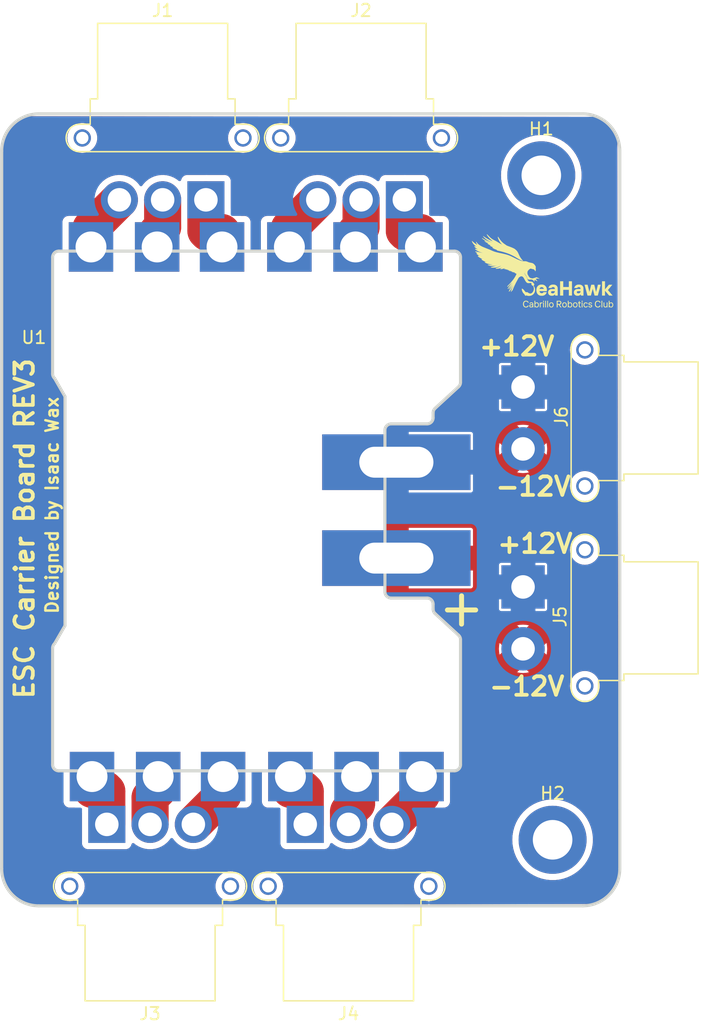
<source format=kicad_pcb>
(kicad_pcb (version 20221018) (generator pcbnew)
  (title_block (title "Lumenier Carrier Board") (date "8/20/2023") (rev "V2") (company "Cabrillo Robotics Club") (comment 1 "Updated ESC footprint to have board side clearence for capcitor modual (+1.5mm)"))
  (layers (0 "F.Cu" signal) (31 "B.Cu" signal) (34 "B.Paste" user) (35 "F.Paste" user) (36 "B.SilkS" user "B.Silkscreen") (37 "F.SilkS" user "F.Silkscreen") (38 "B.Mask" user) (39 "F.Mask" user) (44 "Edge.Cuts" user))
  (net 0 "")
  (net 1 "Net-(J1-Pin_1)")
  (net 2 "Net-(J1-Pin_2)")
  (net 3 "Net-(J1-Pin_3)")
  (net 4 "Net-(J2-Pin_1)")
  (net 5 "Net-(J2-Pin_2)")
  (net 6 "Net-(J2-Pin_3)")
  (net 7 "Net-(J3-Pin_1)")
  (net 8 "Net-(J3-Pin_2)")
  (net 9 "Net-(J3-Pin_3)")
  (net 10 "Net-(J4-Pin_1)")
  (net 11 "Net-(J4-Pin_2)")
  (net 12 "Net-(J4-Pin_3)")
  (net 13 "+12V")
  (net 14 "GND")
  (footprint "Connector_AMASS:AMASS_MR30PW-FB_1x03_P3.50mm_Horizontal" (layer "F.Cu") (at 137.216 111.531 180)
    (fp_text reference "J4")
    (fp_text value "Conn_01x03")
  )
  (footprint "Connector_AMASS:AMASS_XT30PW-F_1x02_P2.50mm_Horizontal" (layer "F.Cu") (at 154.8352 92.3436 -90)
    (fp_text reference "J5")
    (fp_text value "Conn_01x02")
  )
  (footprint "Connector_AMASS:AMASS_MR30PW-FB_1x03_P3.50mm_Horizontal" (layer "F.Cu") (at 129.1792 61.06)
    (fp_text reference "J1")
    (fp_text value "Conn_01x03")
  )
  (footprint "Connector_AMASS:AMASS_MR30PW-FB_1x03_P3.50mm_Horizontal" (layer "F.Cu") (at 145.232 61.06)
    (fp_text reference "J2")
    (fp_text value "Conn_01x03")
  )
  (footprint "Connector_AMASS:AMASS_MR30PW-FB_1x03_P3.50mm_Horizontal" (layer "F.Cu") (at 121.1632 111.531 180)
    (fp_text reference "J3")
    (fp_text value "Conn_01x03")
  )
  (footprint "Footprints:Lumenier_Mini_Razor_Pro_ESC" (layer "F.Cu") (at 133.027953 86.2042)
    (fp_text reference "U1")
    (fp_text value "Lumenier_Mini_Razor_Pro_ESC")
    (fp_line (start -16.25 -20.5) (end -16.25 -11.082718) (stroke (width 0.25)) (layer "Edge.Cuts"))
    (fp_line (start -16.25 11.082718) (end -16.25 20.5) (stroke (width 0.25)) (layer "Edge.Cuts"))
    (fp_line (start -16.088202 -10.714453) (end -15.25 -9.25) (stroke (width 0.25)) (layer "Edge.Cuts"))
    (fp_line (start -15.75 21) (end 16.25 21) (stroke (width 0.25)) (layer "Edge.Cuts"))
    (fp_line (start -15.25 -9.25) (end -15.25 9.265816) (stroke (width 0.25)) (layer "Edge.Cuts"))
    (fp_line (start -15.25 9.265816) (end -16.088202 10.714453) (stroke (width 0.25)) (layer "Edge.Cuts"))
    (fp_line (start 10.635 6.535) (end 10.635 -6.535) (stroke (width 0.25)) (layer "Edge.Cuts"))
    (fp_line (start 11.135 -7.035) (end 14.035 -7.035) (stroke (width 0.25)) (layer "Edge.Cuts"))
    (fp_line (start 14.035 7.035) (end 11.135 7.035) (stroke (width 0.25)) (layer "Edge.Cuts"))
    (fp_line (start 14.535 -7.535) (end 14.535 -7.930325) (stroke (width 0.25)) (layer "Edge.Cuts"))
    (fp_line (start 14.535 7.930325) (end 14.535 7.535) (stroke (width 0.25)) (layer "Edge.Cuts"))
    (fp_line (start 14.696798 -8.29859) (end 16.588202 -10.035594) (stroke (width 0.25)) (layer "Edge.Cuts"))
    (fp_line (start 16.25 -21) (end -15.75 -21) (stroke (width 0.25)) (layer "Edge.Cuts"))
    (fp_line (start 16.588202 10.035594) (end 14.696798 8.29859) (stroke (width 0.25)) (layer "Edge.Cuts"))
    (fp_line (start 16.75 -10.403859) (end 16.75 -20.5) (stroke (width 0.25)) (layer "Edge.Cuts"))
    (fp_line (start 16.75 20.5) (end 16.75 10.403859) (stroke (width 0.25)) (layer "Edge.Cuts"))
    (fp_arc (start -16.25 -20.5) (mid -16.103553 -20.853553) (end -15.75 -21) (stroke (width 0.25)) (layer "Edge.Cuts"))
    (fp_arc (start -16.25 11.082718) (mid -16.207767 10.881598) (end -16.088202 10.714453) (stroke (width 0.25)) (layer "Edge.Cuts"))
    (fp_arc (start -16.088202 -10.714453) (mid -16.207767 -10.881598) (end -16.25 -11.082718) (stroke (width 0.25)) (layer "Edge.Cuts"))
    (fp_arc (start -15.75 21) (mid -16.103553 20.853553) (end -16.25 20.5) (stroke (width 0.25)) (layer "Edge.Cuts"))
    (fp_arc (start 10.635 -6.535) (mid 10.781447 -6.888553) (end 11.135 -7.035) (stroke (width 0.25)) (layer "Edge.Cuts"))
    (fp_arc (start 11.135 7.035) (mid 10.781447 6.888553) (end 10.635 6.535) (stroke (width 0.25)) (layer "Edge.Cuts"))
    (fp_arc (start 14.035 7.035) (mid 14.388553 7.181447) (end 14.535 7.535) (stroke (width 0.25)) (layer "Edge.Cuts"))
    (fp_arc (start 14.535 -7.930325) (mid 14.577242 -8.13144) (end 14.696798 -8.29859) (stroke (width 0.25)) (layer "Edge.Cuts"))
    (fp_arc (start 14.535 -7.535) (mid 14.388553 -7.181447) (end 14.035 -7.035) (stroke (width 0.25)) (layer "Edge.Cuts"))
    (fp_arc (start 14.696798 8.29859) (mid 14.577225 8.131447) (end 14.535 7.930325) (stroke (width 0.25)) (layer "Edge.Cuts"))
    (fp_arc (start 16.25 -21) (mid 16.603553 -20.853553) (end 16.75 -20.5) (stroke (width 0.25)) (layer "Edge.Cuts"))
    (fp_arc (start 16.588202 10.035594) (mid 16.70778 10.202736) (end 16.75 10.403859) (stroke (width 0.25)) (layer "Edge.Cuts"))
    (fp_arc (start 16.75 -10.403859) (mid 16.707753 -10.202748) (end 16.588202 -10.035594) (stroke (width 0.25)) (layer "Edge.Cuts"))
    (fp_arc (start 16.75 20.5) (mid 16.603553 20.853553) (end 16.25 21) (stroke (width 0.25)) (layer "Edge.Cuts"))
  )
  (footprint "MountingHole:MountingHole_3.2mm_M3_ISO14580_Pad" (layer "F.Cu") (at 156.3116 59.0804)
    (fp_text reference "H1")
    (fp_text value "MountingHole")
  )
  (footprint "Connector_AMASS:AMASS_XT30PW-F_1x02_P2.50mm_Horizontal" (layer "F.Cu") (at 154.8352 76.1892 -90)
    (fp_text reference "J6")
    (fp_text value "Conn_01x02")
  )
  (footprint "MountingHole:MountingHole_3.2mm_M3_ISO14580_Pad" (layer "F.Cu") (at 157.226 112.776)
    (fp_text reference "H2")
    (fp_text value "MountingHole")
  )
  (gr_poly (pts (xy 156.367164 67.911561) (xy 156.389822 67.912981) (xy 156.411902 67.915346) (xy 156.433404 67.918657) (xy 156.454327 67.922913) (xy 156.474671 67.928115) (xy 156.494437 67.934262) (xy 156.513624 67.941354) (xy 156.532232 67.94939) (xy 156.550261 67.958371) (xy 156.56771 67.968297) (xy 156.584581 67.979166) (xy 156.600872 67.990979) (xy 156.616584 68.003736) (xy 156.631716 68.017437) (xy 156.646268 68.032081) (xy 156.660085 68.047447) (xy 156.673011 68.063367) (xy 156.685045 68.079841) (xy 156.696188 68.096869) (xy 156.706439 68.11445) (xy 156.715799 68.132584) (xy 156.724268 68.151272) (xy 156.731845 68.170513) (xy 156.73853 68.190307) (xy 156.744324 68.210654) (xy 156.749227 68.231554) (xy 156.753239 68.253007) (xy 156.756358 68.275012) (xy 156.758587 68.29757) (xy 156.759924 68.320681) (xy 156.76037 68.344344) (xy 156.752377 68.433641) (xy 156.156239 68.433641) (xy 156.16046 68.454441) (xy 156.165682 68.473897) (xy 156.168669 68.483121) (xy 156.171906 68.49201) (xy 156.175393 68.500563) (xy 156.179131 68.50878) (xy 156.183119 68.516662) (xy 156.187357 68.524208) (xy 156.191846 68.531418) (xy 156.196585 68.538293) (xy 156.201574 68.544832) (xy 156.206813 68.551035) (xy 156.212303 68.556903) (xy 156.218043 68.562436) (xy 156.224034 68.567632) (xy 156.230274 68.572494) (xy 156.236765 68.57702) (xy 156.243507 68.58121) (xy 156.250499 68.585066) (xy 156.25774 68.588585) (xy 156.265233 68.59177) (xy 156.272975 68.594619) (xy 156.280968 68.597133) (xy 156.289211 68.599312) (xy 156.297705 68.601155) (xy 156.306449 68.602663) (xy 156.315443 68.603836) (xy 156.324687 68.604674) (xy 156.334182 68.605177) (xy 156.343927 68.605344) (xy 156.351589 68.605268) (xy 156.359019 68.60504) (xy 156.366219 68.60466) (xy 156.373188 68.604128) (xy 156.379925 68.603442) (xy 156.38643 68.602605) (xy 156.392704 68.601614) (xy 156.398747 68.600469) (xy 156.404558 68.599172) (xy 156.410137 68.597721) (xy 156.415484 68.596116) (xy 156.420599 68.594357) (xy 156.425481 68.592443) (xy 156.430132 68.590376) (xy 156.43455 68.588153) (xy 156.438736 68.585776) (xy 156.442814 68.583245) (xy 156.446856 68.580534) (xy 156.450862 68.577644) (xy 156.454832 68.574575) (xy 156.458767 68.571327) (xy 156.462665 68.567899) (xy 156.466527 68.564293) (xy 156.470354 68.560506) (xy 156.474143 68.556541) (xy 156.477897 68.552396) (xy 156.481613 68.548073) (xy 156.485293 68.54357) (xy 156.488937 68.538887) (xy 156.492543 68.534026) (xy 156.496113 68.528985) (xy 156.499645 68.523765) (xy 156.744385 68.523765) (xy 156.739859 68.539173) (xy 156.734834 68.554238) (xy 156.729311 68.568958) (xy 156.723288 68.583336) (xy 156.716766 68.597369) (xy 156.709745 68.611059) (xy 156.702226 68.624406) (xy 156.694207 68.637409) (xy 156.685689 68.65007) (xy 156.676673 68.662387) (xy 156.667157 68.674361) (xy 156.657142 68.685993) (xy 156.646628 68.697282) (xy 156.635616 68.708228) (xy 156.624104 68.718831) (xy 156.612093 68.729092) (xy 156.59954 68.738841) (xy 156.586426 68.747961) (xy 156.572752 68.75645) (xy 156.558517 68.764311) (xy 156.543721 68.771541) (xy 156.528364 68.778143) (xy 156.512446 68.784115) (xy 156.495968 68.789459) (xy 156.478928 68.794173) (xy 156.461327 68.798258) (xy 156.443164 68.801715) (xy 156.42444 68.804543) (xy 156.405154 68.806742) (xy 156.385307 68.808313) (xy 156.364898 68.809255) (xy 156.343927 68.809569) (xy 156.319516 68.809109) (xy 156.295765 68.807728) (xy 156.272672 68.805426) (xy 156.250239 68.802203) (xy 156.228464 68.798059) (xy 156.20735 68.792993) (xy 156.186894 68.787006) (xy 156.167099 68.780097) (xy 156.147963 68.772265) (xy 156.129486 68.763512) (xy 156.11167 68.753835) (xy 156.094514 68.743236) (xy 156.078018 68.731715) (xy 156.062182 68.71927) (xy 156.047006 68.705901) (xy 156.03249 68.69161) (xy 156.018774 68.676462) (xy 156.005942 68.660578) (xy 155.993995 68.643957) (xy 155.982933 68.626601) (xy 155.972756 68.608507) (xy 155.963464 68.589678) (xy 155.955056 68.570112) (xy 155.947534 68.549809) (xy 155.940897 68.528771) (xy 155.935145 68.506995) (xy 155.930277 68.484484) (xy 155.926295 68.461236) (xy 155.923198 68.437251) (xy 155.920985 68.412531) (xy 155.919658 68.387074) (xy 155.919215 68.36088) (xy 155.919658 68.33466) (xy 155.920985 68.309175) (xy 155.923198 68.284424) (xy 155.926062 68.262213) (xy 156.156239 68.262213) (xy 156.523347 68.262213) (xy 156.521625 68.254513) (xy 156.519636 68.246968) (xy 156.517381 68.239579) (xy 156.51486 68.232346) (xy 156.512072 68.225268) (xy 156.509017 68.218347) (xy 156.505696 68.211581) (xy 156.502108 68.204972) (xy 156.498254 68.19852) (xy 156.494134 68.192225) (xy 156.489747 68.186086) (xy 156.485094 68.180105) (xy 156.480174 68.174282) (xy 156.474988 68.168616) (xy 156.469535 68.163107) (xy 156.463816 68.157757) (xy 156.457885 68.152625) (xy 156.451746 68.147823) (xy 156.445399 68.14335) (xy 156.438844 68.139208) (xy 156.43208 68.135395) (xy 156.425107 68.131914) (xy 156.417927 68.128762) (xy 156.410538 68.125942) (xy 156.402941 68.123452) (xy 156.395135 68.121294) (xy 156.387121 68.119468) (xy 156.378899 68.117973) (xy 156.370469 68.11681) (xy 156.36183 68.115979) (xy 156.352982 68.11548) (xy 156.343927 68.115313) (xy 156.326359 68.115888) (xy 156.309569 68.11761) (xy 156.301466 68.118901) (xy 156.293557 68.12048) (xy 156.285843 68.122345) (xy 156.278324 68.124498) (xy 156.270999 68.126937) (xy 156.263869 68.129664) (xy 156.256933 68.132677) (xy 156.250193 68.135977) (xy 156.243646 68.139564) (xy 156.237294 68.143438) (xy 156.231137 68.147599) (xy 156.225175 68.152047) (xy 156.219407 68.156782) (xy 156.213833 68.161803) (xy 156.208455 68.167111) (xy 156.20327 68.172706) (xy 156.198281 68.178588) (xy 156.193486 68.184757) (xy 156.188885 68.191212) (xy 156.184479 68.197954) (xy 156.176252 68.212299) (xy 156.168802 68.22779) (xy 156.162131 68.244428) (xy 156.156239 68.262213) (xy 155.926062 68.262213) (xy 155.926295 68.260409) (xy 155.930277 68.237129) (xy 155.935145 68.214584) (xy 155.940897 68.192775) (xy 155.947534 68.171701) (xy 155.955056 68.151363) (xy 155.963464 68.13176) (xy 155.972756 68.112893) (xy 155.982933 68.094762) (xy 155.993995 68.077367) (xy 156.005942 68.060709) (xy 156.018774 68.044786) (xy 156.03249 68.029599) (xy 156.047006 68.015256) (xy 156.062182 68.001837) (xy 156.078018 67.989341) (xy 156.094514 67.97777) (xy 156.11167 67.967124) (xy 156.129486 67.957402) (xy 156.147963 67.948605) (xy 156.167099 67.940733) (xy 156.186894 67.933787) (xy 156.20735 67.927766) (xy 156.228464 67.922671) (xy 156.250239 67.918502) (xy 156.272672 67.915259) (xy 156.295765 67.912942) (xy 156.319516 67.911552) (xy 156.343927 67.911088)) (stroke (width 0.01)) (fill solid) (layer "F.SilkS"))
  (gr_poly (pts (xy 157.288467 67.91142) (xy 157.309207 67.912416) (xy 157.329356 67.914075) (xy 157.348914 67.916397) (xy 157.367881 67.919383) (xy 157.386257 67.923032) (xy 157.404042 67.927344) (xy 157.421236 67.932319) (xy 157.437838 67.937957) (xy 157.45385 67.944258) (xy 157.46927 67.951221) (xy 157.4841 67.958847) (xy 157.498338 67.967136) (xy 157.511986 67.976087) (xy 157.525042 67.9857) (xy 157.537508 67.995976) (xy 157.549322 68.006878) (xy 157.560374 68.018345) (xy 157.570664 68.030378) (xy 157.580192 68.042975) (xy 157.588958 68.056138) (xy 157.596961 68.069866) (xy 157.604202 68.08416) (xy 157.610681 68.099018) (xy 157.616398 68.114442) (xy 157.621352 68.130431) (xy 157.625544 68.146985) (xy 157.628974 68.164105) (xy 157.631642 68.181789) (xy 157.633548 68.200039) (xy 157.634691 68.218854) (xy 157.635072 68.238234) (xy 157.635072 68.793584) (xy 157.43884 68.793584) (xy 157.414862 68.695468) (xy 157.406042 68.695468) (xy 157.401168 68.702488) (xy 157.39613 68.709285) (xy 157.390929 68.715859) (xy 157.385565 68.72221) (xy 157.380038 68.728339) (xy 157.374348 68.734244) (xy 157.368494 68.739927) (xy 157.362477 68.745387) (xy 157.356297 68.750624) (xy 157.349953 68.755638) (xy 157.343446 68.76043) (xy 157.336776 68.764998) (xy 157.329942 68.769344) (xy 157.322945 68.773467) (xy 157.315784 68.777367) (xy 157.30846 68.781044) (xy 157.300973 68.784498) (xy 157.293321 68.787729) (xy 157.285507 68.790738) (xy 157.277528 68.793524) (xy 157.269386 68.796087) (xy 157.261081 68.798426) (xy 157.243979 68.802438) (xy 157.226222 68.805558) (xy 157.20781 68.807786) (xy 157.188743 68.809124) (xy 157.16902 68.809569) (xy 157.15188 68.809277) (xy 157.135185 68.8084) (xy 157.118936 68.806938) (xy 157.103133 68.80489) (xy 157.087775 68.802258) (xy 157.072863 68.79904) (xy 157.058397 68.795235) (xy 157.044376 68.790845) (xy 157.030802 68.785869) (xy 157.017672 68.780306) (xy 157.004989 68.774157) (xy 156.992751 68.767421) (xy 156.98096 68.760098) (xy 156.969613 68.752188) (xy 156.958713 68.74369) (xy 156.948258 68.734604) (xy 156.938372 68.725065) (xy 156.929125 68.715181) (xy 156.920517 68.70495) (xy 156.912548 68.694375) (xy 156.905217 68.683455) (xy 156.898525 68.672189) (xy 156.892472 68.660579) (xy 156.887056 68.648623) (xy 156.882278 68.636323) (xy 156.878138 68.623678) (xy 156.874636 68.610689) (xy 156.871771 68.597355) (xy 156.869543 68.583677) (xy 156.867951 68.569654) (xy 156.866997 68.555287) (xy 156.866679 68.540577) (xy 156.867021 68.525607) (xy 156.86715 68.523765) (xy 157.095708 68.523765) (xy 157.095835 68.529214) (xy 157.096216 68.534529) (xy 157.09685 68.539711) (xy 157.097738 68.544758) (xy 157.09888 68.549671) (xy 157.100276 68.554451) (xy 157.101926 68.559096) (xy 157.10383 68.563607) (xy 157.105989 68.567984) (xy 157.108402 68.572227) (xy 157.11107 68.576336) (xy 157.113992 68.580311) (xy 157.117169 68.584152) (xy 157.120601 68.587859) (xy 157.124288 68.591432) (xy 157.12823 68.594871) (xy 157.132454 68.598149) (xy 157.136934 68.601215) (xy 157.141672 68.604067) (xy 157.146666 68.606707) (xy 157.151916 68.609135) (xy 157.157424 68.61135) (xy 157.163188 68.613354) (xy 157.169209 68.615145) (xy 157.175487 68.616726) (xy 157.182022 68.618095) (xy 157.188813 68.619252) (xy 157.195861 68.620199) (xy 157.203166 68.620935) (xy 157.210728 68.621461) (xy 157.218547 68.621776) (xy 157.226622 68.621881) (xy 157.236454 68.621706) (xy 157.246055 68.62118) (xy 157.255425 68.620303) (xy 157.264564 68.619076) (xy 157.273472 68.617498) (xy 157.282148 68.615569) (xy 157.290592 68.613289) (xy 157.298805 68.610658) (xy 157.306786 68.607676) (xy 157.314536 68.604342) (xy 157.322053 68.600657) (xy 157.329338 68.596621) (xy 157.336392 68.592232) (xy 157.343213 68.587492) (xy 157.349801 68.5824) (xy 157.356158 68.576957) (xy 157.362191 68.571201) (xy 157.367836 68.565226) (xy 157.373094 68.559031) (xy 157.377963 68.552616) (xy 157.382444 68.545981) (xy 157.386536 68.539126) (xy 157.39024 68.532051) (xy 157.393554 68.524755) (xy 157.396479 68.517239) (xy 157.399015 68.509502) (xy 157.401162 68.501545) (xy 157.402918 68.493367) (xy 157.404285 68.484968) (xy 157.405261 68.476348) (xy 157.405847 68.467507) (xy 157.406042 68.458445) (xy 157.406042 68.433641) (xy 157.210637 68.433641) (xy 157.203542 68.433741) (xy 157.196674 68.434041) (xy 157.190034 68.434542) (xy 157.183622 68.435243) (xy 157.177436 68.436144) (xy 157.171478 68.437245) (xy 157.165747 68.438547) (xy 157.160243 68.440048) (xy 157.154966 68.441751) (xy 157.149916 68.443653) (xy 157.145092 68.445756) (xy 157.140495 68.448058) (xy 157.136125 68.450562) (xy 157.131981 68.453265) (xy 157.128063 68.456169) (xy 157.124371 68.459272) (xy 157.120893 68.462504) (xy 157.11764 68.465842) (xy 157.114613 68.469286) (xy 157.111812 68.472837) (xy 157.109236 68.476495) (xy 157.106885 68.480259) (xy 157.104759 68.48413) (xy 157.102857 68.488108) (xy 157.10118 68.492192) (xy 157.099727 68.496382) (xy 157.098498 68.500679) (xy 157.097493 68.505083) (xy 157.096712 68.509594) (xy 157.096154 68.514211) (xy 157.09582 68.518934) (xy 157.095708 68.523765) (xy 156.86715 68.523765) (xy 156.868048 68.511005) (xy 156.86976 68.496771) (xy 156.872156 68.482905) (xy 156.875237 68.469406) (xy 156.879003 68.456276) (xy 156.883454 68.443513) (xy 156.888589 68.431117) (xy 156.894409 68.419089) (xy 156.900914 68.407428) (xy 156.908104 68.396135) (xy 156.915978 68.385208) (xy 156.924537 68.374648) (xy 156.93378 68.364456) (xy 156.943708 68.35463) (xy 156.954321 68.34517) (xy 156.965584 68.336159) (xy 156.977408 68.32773) (xy 156.989793 68.319881) (xy 157.00274 68.312614) (xy 157.016248 68.305929) (xy 157.030317 68.299824) (xy 157.044947 68.294301) (xy 157.060138 68.28936) (xy 157.075889 68.285) (xy 157.0922 68.281221) (xy 157.10907 68.278023) (xy 157.126501 68.275407) (xy 157.144491 68.273372) (xy 157.163041 68.271919) (xy 157.18215 68.271047) (xy 157.201817 68.270756) (xy 157.406042 68.270756) (xy 157.406042 68.229416) (xy 157.405889 68.221961) (xy 157.405429 68.21474) (xy 157.404663 68.207751) (xy 157.40359 68.200995) (xy 157.402211 68.194473) (xy 157.400527 68.188185) (xy 157.398537 68.18213) (xy 157.396241 68.176309) (xy 157.39364 68.170723) (xy 157.390735 68.16537) (xy 157.387524 68.160253) (xy 157.384009 68.15537) (xy 157.380189 68.150722) (xy 157.376065 68.146309) (xy 157.371638 68.142131) (xy 157.366906 68.138189) (xy 157.361895 68.134459) (xy 157.356654 68.130968) (xy 157.351185 68.127716) (xy 157.345485 68.124704) (xy 157.339556 68.121931) (xy 157.333397 68.119399) (xy 157.327008 68.117107) (xy 157.320389 68.115055) (xy 157.313539 68.113244) (xy 157.30646 68.111674) (xy 157.29915 68.110345) (xy 157.29161 68.109257) (xy 157.28384 68.10841) (xy 157.275838 68.107805) (xy 157.267607 68.107442) (xy 157.259144 68.107321) (xy 157.2533 68.107404) (xy 157.247549 68.107653) (xy 157.241893 68.108069) (xy 157.236331 68.10865) (xy 157.230863 68.109398) (xy 157.22549 68.110311) (xy 157.220212 68.11139) (xy 157.215029 68.112635) (xy 157.209942 68.114045) (xy 157.204949 68.115621) (xy 157.200053 68.117362) (xy 157.195252 68.119268) (xy 157.190548 68.121339) (xy 157.185939 68.123575) (xy 157.181428 68.125977) (xy 157.177013 68.128543) (xy 157.172716 68.131205) (xy 157.168586 68.133946) (xy 157.164622 68.136767) (xy 157.160825 68.139666) (xy 157.157194 68.142645) (xy 157.153729 68.145703) (xy 157.150431 68.14884) (xy 157.147298 68.152056) (xy 157.144333 68.155351) (xy 157.141533 68.158725) (xy 157.1389 68.162179) (xy 157.136434 68.165711) (xy 157.134133 68.169323) (xy 157.131999 68.173014) (xy 157.130032 68.176783) (xy 157.12823 68.180632) (xy 156.8992 68.180632) (xy 156.902964 68.166315) (xy 156.907229 68.152301) (xy 156.911995 68.138591) (xy 156.917263 68.125184) (xy 156.923032 68.112081) (xy 156.929302 68.099281) (xy 156.936074 68.086785) (xy 156.943349 68.074593) (xy 156.951125 68.062704) (xy 156.959404 68.051119) (xy 156.968186 68.039837) (xy 156.97747 68.028859) (xy 156.987258 68.018185) (xy 156.997548 68.007814) (xy 157.008343 67.997747) (xy 157.01964 67.987983) (xy 157.031459 67.978672) (xy 157.043764 67.969961) (xy 157.056555 67.961851) (xy 157.069832 67.954342) (xy 157.083596 67.947433) (xy 157.097847 67.941125) (xy 157.112584 67.935418) (xy 157.127808 67.930312) (xy 157.143519 67.925806) (xy 157.159716 67.921902) (xy 157.176401 67.918598) (xy 157.193574 67.915894) (xy 157.211233 67.913792) (xy 157.22938 67.91229) (xy 157.248014 67.911389) (xy 157.267136 67.911088)) (stroke (width 0.01)) (fill solid) (layer "F.SilkS"))
  (gr_poly (pts (xy 159.643725 69.746245) (xy 159.587501 69.746245) (xy 159.587501 69.357087) (xy 159.643725 69.357087)) (stroke (width 0.01)) (fill solid) (layer "F.SilkS"))
  (gr_poly (pts (xy 160.199953 68.507779) (xy 160.207946 68.507779) (xy 160.354569 67.927625) (xy 160.591592 67.927625) (xy 160.73849 68.507779) (xy 160.74731 68.507779) (xy 160.894208 67.927625) (xy 161.11442 67.927625) (xy 160.877396 68.793584) (xy 160.624389 68.793584) (xy 160.47749 68.246228) (xy 160.468671 68.246228) (xy 160.322047 68.793584) (xy 160.052227 68.793584) (xy 159.815205 67.927625) (xy 160.052227 67.927625)) (stroke (width 0.01)) (fill solid) (layer "F.SilkS"))
  (gr_poly (pts (xy 156.520337 69.746245) (xy 156.464113 69.746245) (xy 156.464113 69.357087) (xy 156.520337 69.357087)) (stroke (width 0.01)) (fill solid) (layer "F.SilkS"))
  (gr_poly (pts (xy 157.132124 69.349854) (xy 157.14188 69.350479) (xy 157.151387 69.35152) (xy 157.160647 69.352977) (xy 157.169658 69.354849) (xy 157.178422 69.357138) (xy 157.186938 69.359842) (xy 157.195208 69.362961) (xy 157.20323 69.366495) (xy 157.211005 69.370444) (xy 157.218533 69.374808) (xy 157.225815 69.379586) (xy 157.232851 69.384778) (xy 157.23964 69.390384) (xy 157.246184 69.396404) (xy 157.252482 69.402838) (xy 157.258452 69.40962) (xy 157.264038 69.416739) (xy 157.269239 69.424193) (xy 157.274056 69.431984) (xy 157.278488 69.44011) (xy 157.282535 69.448572) (xy 157.286197 69.45737) (xy 157.289474 69.466504) (xy 157.292366 69.475973) (xy 157.294872 69.485779) (xy 157.296993 69.49592) (xy 157.298729 69.506398) (xy 157.300079 69.517211) (xy 157.301044 69.52836) (xy 157.301623 69.539845) (xy 157.301816 69.551666) (xy 157.301623 69.563489) (xy 157.301044 69.574978) (xy 157.300079 69.586135) (xy 157.298729 69.596958) (xy 157.296993 69.607448) (xy 157.294872 69.617605) (xy 157.292366 69.627427) (xy 157.289474 69.636915) (xy 157.286197 69.646069) (xy 157.282535 69.654889) (xy 157.278488 69.663373) (xy 157.274056 69.671523) (xy 157.269239 69.679338) (xy 157.264038 69.686817) (xy 157.258452 69.693961) (xy 157.252482 69.70077) (xy 157.246184 69.707177) (xy 157.23964 69.713172) (xy 157.232851 69.718753) (xy 157.225815 69.723921) (xy 157.218533 69.728675) (xy 157.211005 69.733016) (xy 157.20323 69.736943) (xy 157.195208 69.740457) (xy 157.186938 69.743558) (xy 157.178422 69.746245) (xy 157.169658 69.748519) (xy 157.160647 69.750379) (xy 157.151387 69.751826) (xy 157.14188 69.752859) (xy 157.132124 69.75348) (xy 157.12212 69.753686) (xy 157.112115 69.75348) (xy 157.102357 69.752859) (xy 157.092846 69.751826) (xy 157.083583 69.750379) (xy 157.074568 69.748519) (xy 157.065799 69.746245) (xy 157.057279 69.743558) (xy 157.049006 69.740457) (xy 157.040982 69.736943) (xy 157.033205 69.733016) (xy 157.025676 69.728675) (xy 157.018396 69.723921) (xy 157.011363 69.718753) (xy 157.004579 69.713172) (xy 156.998044 69.707177) (xy 156.991757 69.70077) (xy 156.985776 69.693961) (xy 156.980182 69.686817) (xy 156.974975 69.679338) (xy 156.970154 69.671523) (xy 156.965721 69.663373) (xy 156.961674 69.654889) (xy 156.958014 69.646069) (xy 156.95474 69.636915) (xy 156.951851 69.627427) (xy 156.949349 69.617605) (xy 156.947232 69.607448) (xy 156.9455 69.596958) (xy 156.944154 69.586135) (xy 156.943192 69.574978) (xy 156.942615 69.563489) (xy 156.942423 69.551666) (xy 156.998647 69.551666) (xy 156.99878 69.560431) (xy 156.999177 69.568948) (xy 156.999839 69.577219) (xy 157.000766 69.585242) (xy 157.001958 69.593017) (xy 157.003414 69.600545) (xy 157.005136 69.607825) (xy 157.007122 69.614858) (xy 157.009373 69.621642) (xy 157.011889 69.628179) (xy 157.01467 69.634467) (xy 157.017716 69.640508) (xy 157.021026 69.6463) (xy 157.024602 69.651843) (xy 157.028442 69.657138) (xy 157.032547 69.662185) (xy 157.036894 69.666928) (xy 157.041409 69.671364) (xy 157.046092 69.675493) (xy 157.050942 69.679316) (xy 157.055959 69.682833) (xy 157.061143 69.686043) (xy 157.066494 69.688948) (xy 157.072011 69.691546) (xy 157.077694 69.693838) (xy 157.083544 69.695824) (xy 157.08956 69.697504) (xy 157.095741 69.698878) (xy 157.102088 69.699947) (xy 157.1086 69.700711) (xy 157.115278 69.701168) (xy 157.12212 69.701321) (xy 157.128961 69.701168) (xy 157.135637 69.700711) (xy 157.142146 69.699947) (xy 157.148489 69.698878) (xy 157.154666 69.697504) (xy 157.160677 69.695824) (xy 157.166523 69.693838) (xy 157.172203 69.691546) (xy 157.177717 69.688948) (xy 157.183066 69.686043) (xy 157.18825 69.682833) (xy 157.193268 69.679316) (xy 157.198122 69.675493) (xy 157.20281 69.671364) (xy 157.207333 69.666928) (xy 157.211692 69.662185) (xy 157.215823 69.657138) (xy 157.219689 69.651843) (xy 157.223289 69.6463) (xy 157.226625 69.640508) (xy 157.229694 69.634467) (xy 157.232498 69.628179) (xy 157.235035 69.621642) (xy 157.237307 69.614858) (xy 157.239312 69.607825) (xy 157.24105 69.600545) (xy 157.242521 69.593017) (xy 157.243725 69.585242) (xy 157.244662 69.577219) (xy 157.245332 69.568948) (xy 157.245734 69.560431) (xy 157.245868 69.551666) (xy 157.245734 69.542903) (xy 157.245332 69.53439) (xy 157.244662 69.526127) (xy 157.243725 69.518114) (xy 157.242521 69.510351) (xy 157.24105 69.502838) (xy 157.239312 69.495574) (xy 157.237307 69.48856) (xy 157.235035 69.481796) (xy 157.232498 69.475281) (xy 157.229694 69.469015) (xy 157.226625 69.462999) (xy 157.223289 69.457231) (xy 157.219689 69.451713) (xy 157.215823 69.446443) (xy 157.211692 69.441423) (xy 157.207333 69.436654) (xy 157.20281 69.432192) (xy 157.198122 69.428038) (xy 157.193268 69.42419) (xy 157.18825 69.42065) (xy 157.183066 69.417417) (xy 157.177717 69.414491) (xy 157.172203 69.411873) (xy 157.166523 69.409563) (xy 157.160677 69.40756) (xy 157.154666 69.405865) (xy 157.148489 69.404478) (xy 157.142146 69.403399) (xy 157.135637 69.402628) (xy 157.128961 69.402166) (xy 157.12212 69.402012) (xy 157.115278 69.402166) (xy 157.1086 69.402628) (xy 157.102088 69.403399) (xy 157.095741 69.404478) (xy 157.08956 69.405865) (xy 157.083544 69.40756) (xy 157.077694 69.409563) (xy 157.072011 69.411873) (xy 157.066494 69.414491) (xy 157.061143 69.417417) (xy 157.055959 69.42065) (xy 157.050942 69.42419) (xy 157.046092 69.428038) (xy 157.041409 69.432192) (xy 157.036894 69.436654) (xy 157.032547 69.441423) (xy 157.028442 69.446443) (xy 157.024602 69.451713) (xy 157.021026 69.457231) (xy 157.017716 69.462999) (xy 157.01467 69.469015) (xy 157.011889 69.475281) (xy 157.009373 69.481796) (xy 157.007122 69.48856) (xy 157.005136 69.495574) (xy 157.003414 69.502838) (xy 157.001958 69.510351) (xy 157.000766 69.518114) (xy 156.999839 69.526127) (xy 156.999177 69.53439) (xy 156.99878 69.542903) (xy 156.998647 69.551666) (xy 156.942423 69.551666) (xy 156.942615 69.539845) (xy 156.943192 69.52836) (xy 156.944154 69.517211) (xy 156.9455 69.506398) (xy 156.947232 69.49592) (xy 156.949349 69.485779) (xy 156.951851 69.475973) (xy 156.95474 69.466504) (xy 156.958014 69.45737) (xy 156.961674 69.448572) (xy 156.965721 69.44011) (xy 156.970154 69.431984) (xy 156.974975 69.424193) (xy 156.980182 69.416739) (xy 156.985776 69.40962) (xy 156.991757 69.402838) (xy 156.998044 69.396404) (xy 157.004579 69.390384) (xy 157.011363 69.384778) (xy 157.018396 69.379586) (xy 157.025676 69.374808) (xy 157.033205 69.370444) (xy 157.040982 69.366495) (xy 157.049006 69.362961) (xy 157.057279 69.359842) (xy 157.065799 69.357138) (xy 157.074568 69.354849) (xy 157.083583 69.352977) (xy 157.092846 69.35152) (xy 157.102357 69.350479) (xy 157.112115 69.349854) (xy 157.12212 69.349646)) (stroke (width 0.01)) (fill solid) (layer "F.SilkS"))
  (gr_poly (pts (xy 155.091896 69.215444) (xy 155.110346 69.217154) (xy 155.128006 69.220004) (xy 155.144874 69.223993) (xy 155.160953 69.229121) (xy 155.176241 69.235389) (xy 155.190739 69.242795) (xy 155.204447 69.25134) (xy 155.217365 69.261024) (xy 155.229494 69.271846) (xy 155.240833 69.283806) (xy 155.251384 69.296904) (xy 155.261145 69.311139) (xy 155.270118 69.326512) (xy 155.278303 69.343023) (xy 155.285699 69.36067) (xy 155.218451 69.36067) (xy 155.215768 69.355145) (xy 155.212964 69.349795) (xy 155.21004 69.344622) (xy 155.206995 69.339625) (xy 155.203829 69.334803) (xy 155.200542 69.330158) (xy 155.197135 69.325688) (xy 155.193606 69.321395) (xy 155.189957 69.317277) (xy 155.186187 69.313335) (xy 155.182297 69.30957) (xy 155.178285 69.30598) (xy 155.174153 69.302566) (xy 155.169899 69.299327) (xy 155.165525 69.296265) (xy 155.16103 69.293379) (xy 155.156414 69.290668) (xy 155.151677 69.288133) (xy 155.146819 69.285774) (xy 155.14184 69.283591) (xy 155.13674 69.281583) (xy 155.131519 69.279751) (xy 155.126178 69.278095) (xy 155.120715 69.276615) (xy 155.115131 69.27531) (xy 155.109426 69.274182) (xy 155.1036 69.273228) (xy 155.097653 69.272451) (xy 155.091585 69.271849) (xy 155.085396 69.271423) (xy 155.072655 69.271097) (xy 155.063057 69.271315) (xy 155.053696 69.271969) (xy 155.044571 69.273058) (xy 155.035682 69.274583) (xy 155.02703 69.276543) (xy 155.018615 69.278938) (xy 155.010436 69.281768) (xy 155.002495 69.285033) (xy 154.994791 69.288732) (xy 154.987325 69.292865) (xy 154.980097 69.297432) (xy 154.973106 69.302433) (xy 154.966354 69.307867) (xy 154.95984 69.313735) (xy 154.953565 69.320036) (xy 154.947529 69.32677) (xy 154.941785 69.333915) (xy 154.936412 69.34142) (xy 154.93141 69.349288) (xy 154.92678 69.357517) (xy 154.92252 69.366107) (xy 154.918631 69.375058) (xy 154.915114 69.384371) (xy 154.911967 69.394044) (xy 154.90919 69.404079) (xy 154.906784 69.414474) (xy 154.904749 69.42523) (xy 154.903084 69.436347) (xy 154.901789 69.447824) (xy 154.900864 69.459662) (xy 154.900309 69.47186) (xy 154.900124 69.484418) (xy 154.900309 69.496952) (xy 154.900864 69.509129) (xy 154.901789 69.520949) (xy 154.903084 69.532412) (xy 154.904749 69.543517) (xy 154.906784 69.554265) (xy 154.90919 69.564655) (xy 154.911967 69.574688) (xy 154.915114 69.584363) (xy 154.918631 69.593681) (xy 154.92252 69.60264) (xy 154.92678 69.611241) (xy 154.93141 69.619485) (xy 154.936412 69.62737) (xy 154.941785 69.634897) (xy 154.947529 69.642065) (xy 154.953565 69.648811) (xy 154.95984 69.65512) (xy 154.966354 69.660994) (xy 154.973106 69.666432) (xy 154.980097 69.671434) (xy 154.987325 69.676001) (xy 154.994791 69.680133) (xy 155.002495 69.683829) (xy 155.010436 69.68709) (xy 155.018615 69.689915) (xy 155.02703 69.692306) (xy 155.035682 69.694262) (xy 155.044571 69.695783) (xy 155.053696 69.696869) (xy 155.063057 69.697521) (xy 155.072655 69.697738) (xy 155.085432 69.697386) (xy 155.097721 69.69633) (xy 155.109521 69.69457) (xy 155.120831 69.692106) (xy 155.131653 69.688937) (xy 155.141985 69.685065) (xy 155.151829 69.680488) (xy 155.161185 69.675207) (xy 155.170052 69.669223) (xy 155.17843 69.662534) (xy 155.186321 69.655141) (xy 155.193723 69.647044) (xy 155.200637 69.638243) (xy 155.207063 69.628737) (xy 155.213001 69.618528) (xy 155.218451 69.607615) (xy 155.285699 69.607615) (xy 155.278303 69.625311) (xy 155.274309 69.63373) (xy 155.270118 69.641863) (xy 155.26573 69.649711) (xy 155.261145 69.657273) (xy 155.256363 69.66455) (xy 155.251384 69.67154) (xy 155.246207 69.678246) (xy 155.240833 69.684665) (xy 155.235262 69.690799) (xy 155.229494 69.696647) (xy 155.223528 69.70221) (xy 155.217365 69.707487) (xy 155.211004 69.712479) (xy 155.204447 69.717186) (xy 155.197691 69.721607) (xy 155.190739 69.725742) (xy 155.183588 69.729592) (xy 155.176241 69.733157) (xy 155.168695 69.736437) (xy 155.160953 69.739431) (xy 155.153012 69.74214) (xy 155.144874 69.744563) (xy 155.136539 69.746702) (xy 155.128006 69.748555) (xy 155.119275 69.750123) (xy 155.110346 69.751406) (xy 155.10122 69.752403) (xy 155.091896 69.753116) (xy 155.072655 69.753686) (xy 155.059413 69.753412) (xy 155.046506 69.752588) (xy 155.033935 69.751216) (xy 155.0217 69.749294) (xy 155.009799 69.746823) (xy 154.998233 69.743803) (xy 154.987002 69.740234) (xy 154.976106 69.736116) (xy 154.965544 69.73145) (xy 154.955315 69.726233) (xy 154.945421 69.720468) (xy 154.935861 69.714154) (xy 154.926633 69.707291) (xy 154.91774 69.699878) (xy 154.909179 69.691917) (xy 154.900951 69.683407) (xy 154.893141 69.674368) (xy 154.885836 69.664874) (xy 154.879034 69.654925) (xy 154.872736 69.64452) (xy 154.866941 69.63366) (xy 154.861651 69.622344) (xy 154.856865 69.610574) (xy 154.852582 69.598347) (xy 154.848803 69.585665) (xy 154.845528 69.572528) (xy 154.842757 69.558936) (xy 154.84049 69.544888) (xy 154.838726 69.530384) (xy 154.837467 69.515426) (xy 154.836711 69.500012) (xy 154.836459 69.484142) (xy 154.836711 69.468285) (xy 154.837467 69.452884) (xy 154.838726 69.437939) (xy 154.84049 69.423449) (xy 154.842757 69.409415) (xy 154.845528 69.395837) (xy 154.848803 69.382715) (xy 154.852582 69.370049) (xy 154.856865 69.357839) (xy 154.861651 69.346086) (xy 154.866941 69.334789) (xy 154.872736 69.323948) (xy 154.879034 69.313565) (xy 154.885836 69.303637) (xy 154.893141 69.294167) (xy 154.900951 69.285154) (xy 154.909179 69.276643) (xy 154.91774 69.268682) (xy 154.926633 69.261269) (xy 154.935861 69.254406) (xy 154.945421 69.248092) (xy 154.955315 69.242327) (xy 154.965544 69.237111) (xy 154.976106 69.232444) (xy 154.987002 69.228326) (xy 154.998233 69.224757) (xy 155.009799 69.221737) (xy 155.0217 69.219266) (xy 155.033935 69.217345) (xy 155.046506 69.215972) (xy 155.059413 69.215148) (xy 155.072655 69.214874)) (stroke (width 0.01)) (fill solid) (layer "F.SilkS"))
  (gr_poly (pts (xy 159.404204 69.357087) (xy 159.505076 69.357087) (xy 159.505076 69.409177) (xy 159.404204 69.409177) (xy 159.404204 69.648956) (xy 159.404253 69.651383) (xy 159.404401 69.653755) (xy 159.404647 69.656073) (xy 159.404993 69.658335) (xy 159.405437 69.660543) (xy 159.405981 69.662695) (xy 159.406623 69.664793) (xy 159.407365 69.666836) (xy 159.408206 69.668824) (xy 159.409146 69.670757) (xy 159.410186 69.672635) (xy 159.411325 69.674458) (xy 159.412565 69.676226) (xy 159.413904 69.67794) (xy 159.415343 69.679598) (xy 159.416882 69.681202) (xy 159.418485 69.682741) (xy 159.420144 69.68418) (xy 159.421857 69.685519) (xy 159.423625 69.686758) (xy 159.425449 69.687897) (xy 159.427327 69.688937) (xy 159.42926 69.689878) (xy 159.431248 69.690719) (xy 159.433291 69.69146) (xy 159.435388 69.692103) (xy 159.437541 69.692646) (xy 159.439749 69.69309) (xy 159.442011 69.693436) (xy 159.444328 69.693682) (xy 159.446701 69.69383) (xy 159.449128 69.693879) (xy 159.505076 69.693879) (xy 159.505076 69.746245) (xy 159.445269 69.746245) (xy 159.440055 69.746137) (xy 159.434953 69.745812) (xy 159.429966 69.745271) (xy 159.425091 69.744512) (xy 159.420331 69.743536) (xy 159.415685 69.742343) (xy 159.411153 69.740932) (xy 159.406736 69.739303) (xy 159.402433 69.737457) (xy 159.398245 69.735392) (xy 159.394172 69.733108) (xy 159.390214 69.730607) (xy 159.386372 69.727886) (xy 159.382646 69.724946) (xy 159.379035 69.721787) (xy 159.375541 69.718409) (xy 159.3722 69.714879) (xy 159.369075 69.711242) (xy 159.366166 69.707496) (xy 159.363473 69.703642) (xy 159.360997 69.69968) (xy 159.358736 69.69561) (xy 159.356691 69.691431) (xy 159.354861 69.687144) (xy 159.353248 69.68275) (xy 159.35185 69.678247) (xy 159.350667 69.673635) (xy 159.349699 69.668916) (xy 159.348947 69.664088) (xy 159.348409 69.659152) (xy 159.348087 69.654108) (xy 159.34798 69.648956) (xy 159.34798 69.409177) (xy 159.288173 69.409177) (xy 159.288173 69.357087) (xy 159.34798 69.357087) (xy 159.355697 69.252081) (xy 159.404204 69.252081)) (stroke (width 0.01)) (fill solid) (layer "F.SilkS"))
  (gr_poly (pts (xy 159.371253 67.91142) (xy 159.391993 67.912416) (xy 159.412142 67.914075) (xy 159.4317 67.916397) (xy 159.450667 67.919383) (xy 159.469043 67.923032) (xy 159.486828 67.927344) (xy 159.504021 67.932319) (xy 159.520624 67.937957) (xy 159.536636 67.944258) (xy 159.552056 67.951221) (xy 159.566886 67.958847) (xy 159.581124 67.967136) (xy 159.594772 67.976087) (xy 159.607828 67.9857) (xy 159.620293 67.995976) (xy 159.632108 68.006878) (xy 159.64316 68.018345) (xy 159.65345 68.030378) (xy 159.662978 68.042975) (xy 159.671743 68.056138) (xy 159.679747 68.069866) (xy 159.686988 68.08416) (xy 159.693467 68.099018) (xy 159.699184 68.114442) (xy 159.704138 68.130431) (xy 159.70833 68.146985) (xy 159.71176 68.164105) (xy 159.714428 68.181789) (xy 159.716334 68.200039) (xy 159.717477 68.218854) (xy 159.717858 68.238234) (xy 159.717858 68.793584) (xy 159.521625 68.793584) (xy 159.497648 68.695468) (xy 159.488828 68.695468) (xy 159.483954 68.702488) (xy 159.478916 68.709285) (xy 159.473715 68.715859) (xy 159.468351 68.72221) (xy 159.462824 68.728339) (xy 159.457133 68.734244) (xy 159.45128 68.739927) (xy 159.445263 68.745387) (xy 159.439083 68.750624) (xy 159.432739 68.755638) (xy 159.426232 68.76043) (xy 159.419562 68.764998) (xy 159.412728 68.769344) (xy 159.405731 68.773467) (xy 159.39857 68.777367) (xy 159.391246 68.781044) (xy 159.383758 68.784498) (xy 159.376107 68.787729) (xy 159.368292 68.790738) (xy 159.360314 68.793524) (xy 159.352172 68.796087) (xy 159.343867 68.798426) (xy 159.326765 68.802438) (xy 159.309008 68.805558) (xy 159.290596 68.807786) (xy 159.271529 68.809124) (xy 159.251806 68.809569) (xy 159.234665 68.809277) (xy 159.217971 68.8084) (xy 159.201722 68.806938) (xy 159.185918 68.80489) (xy 159.170561 68.802258) (xy 159.155649 68.79904) (xy 159.141183 68.795235) (xy 159.127162 68.790845) (xy 159.113587 68.785869) (xy 159.100458 68.780306) (xy 159.087775 68.774157) (xy 159.075537 68.767421) (xy 159.063745 68.760098) (xy 159.052399 68.752188) (xy 159.041499 68.74369) (xy 159.031044 68.734604) (xy 159.021158 68.725065) (xy 159.01191 68.715181) (xy 159.003302 68.70495) (xy 158.995333 68.694375) (xy 158.988003 68.683455) (xy 158.981311 68.672189) (xy 158.975257 68.660579) (xy 158.969842 68.648623) (xy 158.965064 68.636323) (xy 158.960924 68.623678) (xy 158.957422 68.610689) (xy 158.954557 68.597355) (xy 158.952328 68.583677) (xy 158.950737 68.569654) (xy 158.949783 68.555287) (xy 158.949464 68.540577) (xy 158.949807 68.525607) (xy 158.949936 68.523765) (xy 159.178494 68.523765) (xy 159.178621 68.529214) (xy 159.179001 68.534529) (xy 159.179636 68.539711) (xy 159.180524 68.544758) (xy 159.181666 68.549671) (xy 159.183062 68.554451) (xy 159.184712 68.559096) (xy 159.186616 68.563607) (xy 159.188775 68.567984) (xy 159.191188 68.572227) (xy 159.193856 68.576336) (xy 159.196778 68.580311) (xy 159.199955 68.584152) (xy 159.203387 68.587859) (xy 159.207074 68.591432) (xy 159.211016 68.594871) (xy 159.21524 68.598149) (xy 159.21972 68.601215) (xy 159.224457 68.604067) (xy 159.229451 68.606707) (xy 159.234702 68.609135) (xy 159.24021 68.61135) (xy 159.245974 68.613354) (xy 159.251995 68.615145) (xy 159.258273 68.616726) (xy 159.264808 68.618095) (xy 159.271599 68.619252) (xy 159.278647 68.620199) (xy 159.285952 68.620935) (xy 159.293514 68.621461) (xy 159.301332 68.621776) (xy 159.309408 68.621881) (xy 159.31924 68.621706) (xy 159.328841 68.62118) (xy 159.338211 68.620303) (xy 159.34735 68.619076) (xy 159.356257 68.617498) (xy 159.364933 68.615569) (xy 159.373378 68.613289) (xy 159.381591 68.610658) (xy 159.389572 68.607676) (xy 159.397321 68.604342) (xy 159.404839 68.600657) (xy 159.412124 68.596621) (xy 159.419177 68.592232) (xy 159.425998 68.587492) (xy 159.432587 68.5824) (xy 159.438943 68.576957) (xy 159.444977 68.571201) (xy 159.450622 68.565226) (xy 159.455879 68.559031) (xy 159.460749 68.552616) (xy 159.46523 68.545981) (xy 159.469322 68.539126) (xy 159.473025 68.532051) (xy 159.47634 68.524755) (xy 159.479265 68.517239) (xy 159.481801 68.509502) (xy 159.483947 68.501545) (xy 159.485704 68.493367) (xy 159.487071 68.484968) (xy 159.488047 68.476348) (xy 159.488633 68.467507) (xy 159.488828 68.458445) (xy 159.488828 68.433641) (xy 159.293423 68.433641) (xy 159.286328 68.433741) (xy 159.27946 68.434041) (xy 159.27282 68.434542) (xy 159.266408 68.435243) (xy 159.260222 68.436144) (xy 159.254264 68.437245) (xy 159.248533 68.438547) (xy 159.243029 68.440048) (xy 159.237752 68.441751) (xy 159.232702 68.443653) (xy 159.227878 68.445756) (xy 159.223281 68.448058) (xy 159.218911 68.450562) (xy 159.214767 68.453265) (xy 159.210849 68.456169) (xy 159.207157 68.459272) (xy 159.203679 68.462504) (xy 159.200426 68.465842) (xy 159.197399 68.469286) (xy 159.194598 68.472837) (xy 159.192022 68.476495) (xy 159.189671 68.480259) (xy 159.187544 68.48413) (xy 159.185643 68.488108) (xy 159.183966 68.492192) (xy 159.182513 68.496382) (xy 159.181284 68.500679) (xy 159.180279 68.505083) (xy 159.179498 68.509594) (xy 159.17894 68.514211) (xy 159.178606 68.518934) (xy 159.178494 68.523765) (xy 158.949936 68.523765) (xy 158.950834 68.511005) (xy 158.952546 68.496771) (xy 158.954942 68.482905) (xy 158.958023 68.469406) (xy 158.961789 68.456276) (xy 158.96624 68.443513) (xy 158.971375 68.431117) (xy 158.977195 68.419089) (xy 158.9837 68.407428) (xy 158.990889 68.396135) (xy 158.998763 68.385208) (xy 159.007322 68.374648) (xy 159.016566 68.364456) (xy 159.026494 68.35463) (xy 159.037107 68.34517) (xy 159.048369 68.336159) (xy 159.060193 68.32773) (xy 159.072579 68.319881) (xy 159.085526 68.312614) (xy 159.099034 68.305929) (xy 159.113103 68.299824) (xy 159.127733 68.294301) (xy 159.142923 68.28936) (xy 159.158674 68.285) (xy 159.174985 68.281221) (xy 159.191856 68.278023) (xy 159.209287 68.275407) (xy 159.227277 68.273372) (xy 159.245827 68.271919) (xy 159.264935 68.271047) (xy 159.284603 68.270756) (xy 159.488828 68.270756) (xy 159.488828 68.229416) (xy 159.488675 68.221961) (xy 159.488215 68.21474) (xy 159.487448 68.207751) (xy 159.486376 68.200995) (xy 159.484997 68.194473) (xy 159.483313 68.188185) (xy 159.481322 68.18213) (xy 159.479027 68.176309) (xy 159.476426 68.170723) (xy 159.47352 68.16537) (xy 159.47031 68.160253) (xy 159.466795 68.15537) (xy 159.462975 68.150722) (xy 159.458851 68.146309) (xy 159.454423 68.142131) (xy 159.449692 68.138189) (xy 159.444681 68.134459) (xy 159.43944 68.130968) (xy 159.43397 68.127716) (xy 159.428271 68.124704) (xy 159.422341 68.121931) (xy 159.416182 68.119399) (xy 159.409793 68.117107) (xy 159.403174 68.115055) (xy 159.396325 68.113244) (xy 159.389246 68.111674) (xy 159.381936 68.110345) (xy 159.374396 68.109257) (xy 159.366626 68.10841) (xy 159.358624 68.107805) (xy 159.350392 68.107442) (xy 159.34193 68.107321) (xy 159.336085 68.107404) (xy 159.330335 68.107653) (xy 159.324679 68.108069) (xy 159.319117 68.10865) (xy 159.313649 68.109398) (xy 159.308276 68.110311) (xy 159.302998 68.11139) (xy 159.297815 68.112635) (xy 159.292727 68.114045) (xy 159.287735 68.115621) (xy 159.282839 68.117362) (xy 159.278038 68.119268) (xy 159.273333 68.121339) (xy 159.268725 68.123575) (xy 159.264213 68.125977) (xy 159.259798 68.128543) (xy 159.255502 68.131205) (xy 159.251372 68.133946) (xy 159.247408 68.136767) (xy 159.243611 68.139666) (xy 159.239979 68.142645) (xy 159.236515 68.145703) (xy 159.233216 68.14884) (xy 159.230084 68.152056) (xy 159.227119 68.155351) (xy 159.224319 68.158725) (xy 159.221686 68.162179) (xy 159.219219 68.165711) (xy 159.216919 68.169323) (xy 159.214785 68.173014) (xy 159.212817 68.176783) (xy 159.211016 68.180632) (xy 158.981985 68.180632) (xy 158.98575 68.166315) (xy 158.990015 68.152301) (xy 158.994781 68.138591) (xy 159.000049 68.125184) (xy 159.005817 68.112081) (xy 159.012088 68.099281) (xy 159.01886 68.086785) (xy 159.026135 68.074593) (xy 159.033911 68.062704) (xy 159.04219 68.051119) (xy 159.050972 68.039837) (xy 159.060256 68.028859) (xy 159.070043 68.018185) (xy 159.080334 68.007814) (xy 159.091128 67.997747) (xy 159.102426 67.987983) (xy 159.114245 67.978672) (xy 159.126549 67.969961) (xy 159.139341 67.961851) (xy 159.152618 67.954342) (xy 159.166382 67.947433) (xy 159.180632 67.941125) (xy 159.19537 67.935418) (xy 159.210594 67.930312) (xy 159.226304 67.925806) (xy 159.242502 67.921902) (xy 159.259187 67.918598) (xy 159.276359 67.915894) (xy 159.294019 67.913792) (xy 159.312166 67.91229) (xy 159.3308 67.911389) (xy 159.349922 67.911088)) (stroke (width 0.01)) (fill solid) (layer "F.SilkS"))
  (gr_poly (pts (xy 158.513589 69.405594) (xy 158.517172 69.405594) (xy 158.522755 69.398787) (xy 158.528625 69.392423) (xy 158.534782 69.3865) (xy 158.541227 69.38102) (xy 158.547958 69.375981) (xy 158.554976 69.371383) (xy 158.562282 69.367227) (xy 158.569874 69.363512) (xy 158.577752 69.360238) (xy 158.585918 69.357404) (xy 158.594369 69.355011) (xy 158.603107 69.353058) (xy 158.612131 69.351546) (xy 158.621442 69.350473) (xy 158.631038 69.349839) (xy 158.64092 69.349646) (xy 158.650176 69.349854) (xy 158.659211 69.350479) (xy 158.668024 69.35152) (xy 158.676616 69.352977) (xy 158.684987 69.354849) (xy 158.693136 69.357138) (xy 158.701065 69.359842) (xy 158.708772 69.362961) (xy 158.716257 69.366495) (xy 158.723522 69.370444) (xy 158.730565 69.374808) (xy 158.737387 69.379586) (xy 158.743988 69.384778) (xy 158.750368 69.390384) (xy 158.756526 69.396404) (xy 158.762463 69.402838) (xy 158.768133 69.40962) (xy 158.773438 69.416739) (xy 158.778378 69.424193) (xy 158.782952 69.431984) (xy 158.787161 69.44011) (xy 158.791004 69.448572) (xy 158.794482 69.45737) (xy 158.797595 69.466504) (xy 158.800341 69.475973) (xy 158.802722 69.485779) (xy 158.804736 69.49592) (xy 158.806385 69.506398) (xy 158.807667 69.517211) (xy 158.808583 69.52836) (xy 158.809133 69.539845) (xy 158.809316 69.551666) (xy 158.809133 69.563489) (xy 158.808583 69.574978) (xy 158.807667 69.586135) (xy 158.806385 69.596958) (xy 158.804736 69.607448) (xy 158.802722 69.617605) (xy 158.800341 69.627427) (xy 158.797595 69.636915) (xy 158.794482 69.646069) (xy 158.791004 69.654889) (xy 158.787161 69.663373) (xy 158.782952 69.671523) (xy 158.778378 69.679338) (xy 158.773438 69.686817) (xy 158.768133 69.693961) (xy 158.762463 69.70077) (xy 158.756526 69.707177) (xy 158.750368 69.713172) (xy 158.743988 69.718753) (xy 158.737387 69.723921) (xy 158.730565 69.728675) (xy 158.723522 69.733016) (xy 158.716257 69.736943) (xy 158.708772 69.740457) (xy 158.701065 69.743558) (xy 158.693136 69.746245) (xy 158.684987 69.748519) (xy 158.676616 69.750379) (xy 158.668024 69.751826) (xy 158.659211 69.752859) (xy 158.650176 69.75348) (xy 158.64092 69.753686) (xy 158.630443 69.753453) (xy 158.620301 69.752753) (xy 158.610496 69.751586) (xy 158.601026 69.749952) (xy 158.591892 69.74785) (xy 158.583094 69.745282) (xy 158.574632 69.742246) (xy 158.566506 69.738743) (xy 158.558716 69.734773) (xy 158.551262 69.730335) (xy 158.544143 69.725429) (xy 158.537361 69.720055) (xy 158.530914 69.714213) (xy 158.524803 69.707903) (xy 158.519028 69.701126) (xy 158.513589 69.693879) (xy 158.510007 69.693879) (xy 158.50229 69.746245) (xy 158.457641 69.746245) (xy 158.457641 69.551666) (xy 158.513589 69.551666) (xy 158.513716 69.560504) (xy 158.514097 69.569087) (xy 158.514731 69.577415) (xy 158.515619 69.585488) (xy 158.516761 69.593306) (xy 158.518157 69.600869) (xy 158.519807 69.608176) (xy 158.521711 69.615228) (xy 158.52387 69.622025) (xy 158.526283 69.628567) (xy 158.528951 69.634854) (xy 158.531873 69.640886) (xy 158.53505 69.646662) (xy 158.538482 69.652184) (xy 158.542169 69.65745) (xy 158.546111 69.662461) (xy 158.550255 69.667166) (xy 158.554573 69.671569) (xy 158.559065 69.675667) (xy 158.563731 69.679462) (xy 158.568571 69.682953) (xy 158.573583 69.686141) (xy 158.578769 69.689025) (xy 158.584128 69.691606) (xy 158.58966 69.693883) (xy 158.595364 69.695856) (xy 158.601241 69.697526) (xy 158.60729 69.698892) (xy 158.613511 69.699955) (xy 158.619903 69.700714) (xy 158.626467 69.701169) (xy 158.633203 69.701321) (xy 158.639964 69.701169) (xy 158.646552 69.700714) (xy 158.652967 69.699955) (xy 158.659209 69.698892) (xy 158.665277 69.697526) (xy 158.671172 69.695856) (xy 158.676894 69.693883) (xy 158.682443 69.691606) (xy 158.687817 69.689025) (xy 158.693018 69.686141) (xy 158.698046 69.682953) (xy 158.702899 69.679462) (xy 158.707578 69.675667) (xy 158.712083 69.671569) (xy 158.716414 69.667166) (xy 158.720571 69.662461) (xy 158.724539 69.65745) (xy 158.728251 69.652184) (xy 158.731708 69.646662) (xy 158.73491 69.640886) (xy 158.737856 69.634854) (xy 158.740547 69.628567) (xy 158.742981 69.622025) (xy 158.74516 69.615228) (xy 158.747083 69.608176) (xy 158.74875 69.600869) (xy 158.750161 69.593306) (xy 158.751315 69.585488) (xy 158.752213 69.577415) (xy 158.752855 69.569087) (xy 158.75324 69.560504) (xy 158.753368 69.551666) (xy 158.75324 69.542804) (xy 158.752855 69.534199) (xy 158.752213 69.525854) (xy 158.751315 69.517766) (xy 158.750161 69.509937) (xy 158.74875 69.502367) (xy 158.747083 69.495055) (xy 158.74516 69.488001) (xy 158.742981 69.481205) (xy 158.740547 69.474668) (xy 158.737856 69.46839) (xy 158.73491 69.462369) (xy 158.731708 69.456607) (xy 158.728251 69.451104) (xy 158.724539 69.445859) (xy 158.720571 69.440872) (xy 158.716414 69.436166) (xy 158.712083 69.431764) (xy 158.707578 69.427665) (xy 158.702899 69.42387) (xy 158.698046 69.420379) (xy 158.693018 69.417191) (xy 158.687817 69.414307) (xy 158.682443 69.411727) (xy 158.676894 69.40945) (xy 158.671172 69.407476) (xy 158.665277 69.405806) (xy 158.659209 69.40444) (xy 158.652967 69.403378) (xy 158.646552 69.402619) (xy 158.639964 69.402163) (xy 158.633203 69.402012) (xy 158.626467 69.402163) (xy 158.619903 69.402619) (xy 158.613511 69.403378) (xy 158.60729 69.40444) (xy 158.601241 69.405806) (xy 158.595364 69.407476) (xy 158.58966 69.40945) (xy 158.584128 69.411727) (xy 158.578769 69.414307) (xy 158.573583 69.417191) (xy 158.568571 69.420379) (xy 158.563731 69.42387) (xy 158.559065 69.427665) (xy 158.554573 69.431764) (xy 158.550255 69.436166) (xy 158.546111 69.440872) (xy 158.542169 69.445859) (xy 158.538482 69.451104) (xy 158.53505 69.456607) (xy 158.531873 69.462369) (xy 158.528951 69.46839) (xy 158.526283 69.474668) (xy 158.52387 69.481205) (xy 158.521711 69.488001) (xy 158.519807 69.495055) (xy 158.518157 69.502367) (xy 158.516761 69.509937) (xy 158.515619 69.517766) (xy 158.514731 69.525854) (xy 158.514097 69.534199) (xy 158.513716 69.542804) (xy 158.513589 69.551666) (xy 158.457641 69.551666) (xy 158.457641 69.222039) (xy 158.513589 69.222039)) (stroke (width 0.01)) (fill solid) (layer "F.SilkS"))
  (gr_poly (pts (xy 155.816717 69.405594) (xy 155.820299 69.405594) (xy 155.825882 69.398787) (xy 155.831752 69.392423) (xy 155.837909 69.3865) (xy 155.844354 69.38102) (xy 155.851085 69.375981) (xy 155.858104 69.371383) (xy 155.865409 69.367227) (xy 155.873001 69.363512) (xy 155.880879 69.360238) (xy 155.889045 69.357404) (xy 155.897496 69.355011) (xy 155.906234 69.353058) (xy 155.915258 69.351546) (xy 155.924569 69.350473) (xy 155.934165 69.349839) (xy 155.944047 69.349646) (xy 155.953303 69.349854) (xy 155.962338 69.350479) (xy 155.971151 69.35152) (xy 155.979743 69.352977) (xy 155.988113 69.354849) (xy 155.996263 69.357138) (xy 156.004191 69.359842) (xy 156.011898 69.362961) (xy 156.019384 69.366495) (xy 156.026649 69.370444) (xy 156.033692 69.374808) (xy 156.040514 69.379586) (xy 156.047115 69.384778) (xy 156.053494 69.390384) (xy 156.059653 69.396404) (xy 156.06559 69.402838) (xy 156.07126 69.40962) (xy 156.076565 69.416739) (xy 156.081504 69.424193) (xy 156.086079 69.431984) (xy 156.090288 69.44011) (xy 156.094131 69.448572) (xy 156.097609 69.45737) (xy 156.100721 69.466504) (xy 156.103468 69.475973) (xy 156.105849 69.485779) (xy 156.107863 69.49592) (xy 156.109512 69.506398) (xy 156.110794 69.517211) (xy 156.11171 69.52836) (xy 156.11226 69.539845) (xy 156.112443 69.551666) (xy 156.11226 69.563489) (xy 156.11171 69.574978) (xy 156.110794 69.586135) (xy 156.109512 69.596958) (xy 156.107863 69.607448) (xy 156.105849 69.617605) (xy 156.103468 69.627427) (xy 156.100721 69.636915) (xy 156.097609 69.646069) (xy 156.094131 69.654889) (xy 156.090288 69.663373) (xy 156.086079 69.671523) (xy 156.081504 69.679338) (xy 156.076565 69.686817) (xy 156.07126 69.693961) (xy 156.06559 69.70077) (xy 156.059653 69.707177) (xy 156.053494 69.713172) (xy 156.047115 69.718753) (xy 156.040514 69.723921) (xy 156.033692 69.728675) (xy 156.026649 69.733016) (xy 156.019384 69.736943) (xy 156.011898 69.740457) (xy 156.004191 69.743558) (xy 155.996263 69.746245) (xy 155.988113 69.748519) (xy 155.979743 69.750379) (xy 155.971151 69.751826) (xy 155.962338 69.752859) (xy 155.953303 69.75348) (xy 155.944047 69.753686) (xy 155.93357 69.753453) (xy 155.923428 69.752753) (xy 155.913623 69.751586) (xy 155.904153 69.749952) (xy 155.895019 69.74785) (xy 155.886221 69.745282) (xy 155.877759 69.742246) (xy 155.869633 69.738743) (xy 155.861843 69.734773) (xy 155.854389 69.730335) (xy 155.84727 69.725429) (xy 155.840488 69.720055) (xy 155.834041 69.714213) (xy 155.827931 69.707903) (xy 155.822156 69.701126) (xy 155.816717 69.693879) (xy 155.813134 69.693879) (xy 155.805417 69.746245) (xy 155.760768 69.746245) (xy 155.760768 69.551666) (xy 155.816717 69.551666) (xy 155.816844 69.560504) (xy 155.817224 69.569087) (xy 155.817858 69.577415) (xy 155.818746 69.585488) (xy 155.819888 69.593306) (xy 155.821284 69.600869) (xy 155.822934 69.608176) (xy 155.824839 69.615228) (xy 155.826997 69.622025) (xy 155.82941 69.628567) (xy 155.832078 69.634854) (xy 155.835001 69.640886) (xy 155.838178 69.646662) (xy 155.84161 69.652184) (xy 155.845297 69.65745) (xy 155.849239 69.662461) (xy 155.853382 69.667166) (xy 155.8577 69.671569) (xy 155.862192 69.675667) (xy 155.866858 69.679462) (xy 155.871697 69.682953) (xy 155.87671 69.686141) (xy 155.881896 69.689025) (xy 155.887255 69.691606) (xy 155.892787 69.693883) (xy 155.898491 69.695856) (xy 155.904368 69.697526) (xy 155.910417 69.698892) (xy 155.916638 69.699955) (xy 155.92303 69.700714) (xy 155.929595 69.701169) (xy 155.93633 69.701321) (xy 155.943091 69.701169) (xy 155.949679 69.700714) (xy 155.956094 69.699955) (xy 155.962335 69.698892) (xy 155.968404 69.697526) (xy 155.974299 69.695856) (xy 155.980021 69.693883) (xy 155.985569 69.691606) (xy 155.990944 69.689025) (xy 155.996145 69.686141) (xy 156.001172 69.682953) (xy 156.006025 69.679462) (xy 156.010705 69.675667) (xy 156.01521 69.671569) (xy 156.019541 69.667166) (xy 156.023698 69.662461) (xy 156.027665 69.65745) (xy 156.031378 69.652184) (xy 156.034835 69.646662) (xy 156.038037 69.640886) (xy 156.040983 69.634854) (xy 156.043673 69.628567) (xy 156.046108 69.622025) (xy 156.048287 69.615228) (xy 156.05021 69.608176) (xy 156.051877 69.600869) (xy 156.053287 69.593306) (xy 156.054442 69.585488) (xy 156.05534 69.577415) (xy 156.055981 69.569087) (xy 156.056366 69.560504) (xy 156.056495 69.551666) (xy 156.056366 69.542804) (xy 156.055981 69.534199) (xy 156.05534 69.525854) (xy 156.054442 69.517766) (xy 156.053287 69.509937) (xy 156.051877 69.502367) (xy 156.05021 69.495055) (xy 156.048287 69.488001) (xy 156.046108 69.481205) (xy 156.043673 69.474668) (xy 156.040983 69.46839) (xy 156.038037 69.462369) (xy 156.034835 69.456607) (xy 156.031378 69.451104) (xy 156.027665 69.445859) (xy 156.023698 69.440872) (xy 156.019541 69.436166) (xy 156.01521 69.431764) (xy 156.010705 69.427665) (xy 156.006025 69.42387) (xy 156.001172 69.420379) (xy 155.996145 69.417191) (xy 155.990944 69.414307) (xy 155.985569 69.411727) (xy 155.980021 69.40945) (xy 155.974299 69.407476) (xy 155.968404 69.405806) (xy 155.962335 69.40444) (xy 155.956094 69.403378) (xy 155.949679 69.402619) (xy 155.943091 69.402163) (xy 155.93633 69.402012) (xy 155.929595 69.402163) (xy 155.92303 69.402619) (xy 155.916638 69.403378) (xy 155.910417 69.40444) (xy 155.904368 69.405806) (xy 155.898491 69.407476) (xy 155.892787 69.40945) (xy 155.887255 69.411727) (xy 155.881896 69.414307) (xy 155.87671 69.417191) (xy 155.871697 69.420379) (xy 155.866858 69.42387) (xy 155.862192 69.427665) (xy 155.8577 69.431764) (xy 155.853382 69.436166) (xy 155.849239 69.440872) (xy 155.845297 69.445859) (xy 155.84161 69.451104) (xy 155.838178 69.456607) (xy 155.835001 69.462369) (xy 155.832078 69.46839) (xy 155.82941 69.474668) (xy 155.826997 69.481205) (xy 155.824839 69.488001) (xy 155.822934 69.495055) (xy 155.821284 69.502367) (xy 155.819888 69.509937) (xy 155.818746 69.517766) (xy 155.817858 69.525854) (xy 155.817224 69.534199) (xy 155.816844 69.542804) (xy 155.816717 69.551666) (xy 155.760768 69.551666) (xy 155.760768 69.222039) (xy 155.816717 69.222039)) (stroke (width 0.01)) (fill solid) (layer "F.SilkS"))
  (gr_poly (pts (xy 161.405336 69.596315) (xy 161.40544 69.602405) (xy 161.405753 69.608326) (xy 161.406274 69.614078) (xy 161.407004 69.619661) (xy 161.407942 69.625074) (xy 161.409089 69.630318) (xy 161.410446 69.635394) (xy 161.412011 69.6403) (xy 161.413785 69.645038) (xy 161.415769 69.649607) (xy 161.417962 69.654007) (xy 161.420364 69.658239) (xy 161.422976 69.662303) (xy 161.425798 69.666198) (xy 161.428829 69.669925) (xy 161.43207 69.673485) (xy 161.435507 69.676863) (xy 161.439072 69.680022) (xy 161.442768 69.682962) (xy 161.446592 69.685682) (xy 161.450546 69.688184) (xy 161.45463 69.690468) (xy 161.458844 69.692532) (xy 161.463188 69.694379) (xy 161.467661 69.696008) (xy 161.472265 69.697419) (xy 161.476999 69.698612) (xy 161.481863 69.699588) (xy 161.486858 69.700346) (xy 161.491983 69.700888) (xy 161.497239 69.701213) (xy 161.502625 69.701321) (xy 161.508076 69.7012) (xy 161.513419 69.700836) (xy 161.518656 69.70023) (xy 161.523787 69.699381) (xy 161.528811 69.698289) (xy 161.533728 69.696954) (xy 161.538539 69.695375) (xy 161.543243 69.693552) (xy 161.547841 69.691486) (xy 161.552332 69.689176) (xy 161.556716 69.686621) (xy 161.560994 69.683822) (xy 161.565165 69.680778) (xy 161.56923 69.67749) (xy 161.573188 69.673956) (xy 161.577039 69.670177) (xy 161.580707 69.666243) (xy 161.584138 69.662219) (xy 161.587334 69.658104) (xy 161.590293 69.653898) (xy 161.593016 69.649602) (xy 161.595503 69.645214) (xy 161.597754 69.640736) (xy 161.599768 69.636166) (xy 161.601546 69.631505) (xy 161.603087 69.626753) (xy 161.604391 69.621909) (xy 161.605458 69.616974) (xy 161.606288 69.611947) (xy 161.606882 69.606828) (xy 161.607238 69.601617) (xy 161.607356 69.596315) (xy 161.607356 69.357087) (xy 161.66358 69.357087) (xy 161.66358 69.746245) (xy 161.618656 69.746245) (xy 161.611215 69.693879) (xy 161.607356 69.693879) (xy 161.605125 69.697561) (xy 161.602812 69.701126) (xy 161.600416 69.704573) (xy 161.597938 69.707903) (xy 161.595378 69.711117) (xy 161.592736 69.714213) (xy 161.590011 69.717193) (xy 161.587204 69.720055) (xy 161.584314 69.7228) (xy 161.581343 69.725429) (xy 161.578289 69.72794) (xy 161.575153 69.730335) (xy 161.571934 69.732612) (xy 161.568634 69.734773) (xy 161.565251 69.736817) (xy 161.561787 69.738743) (xy 161.55824 69.740553) (xy 161.55461 69.742246) (xy 161.550899 69.743823) (xy 161.547106 69.745282) (xy 161.54323 69.746625) (xy 161.539273 69.74785) (xy 161.535233 69.748959) (xy 161.531111 69.749952) (xy 161.526907 69.750827) (xy 161.522622 69.751586) (xy 161.518254 69.752228) (xy 161.513804 69.752753) (xy 161.509272 69.753161) (xy 161.504658 69.753453) (xy 161.495184 69.753686) (xy 161.487412 69.753518) (xy 161.479804 69.753014) (xy 161.472362 69.752175) (xy 161.465085 69.750999) (xy 161.457973 69.749488) (xy 161.451027 69.74764) (xy 161.444247 69.745457) (xy 161.437634 69.742938) (xy 161.431186 69.740083) (xy 161.424905 69.736892) (xy 161.418791 69.733365) (xy 161.412844 69.729502) (xy 161.407064 69.725303) (xy 161.401451 69.720769) (xy 161.396006 69.715898) (xy 161.390729 69.710692) (xy 161.385685 69.705207) (xy 161.380968 69.6995) (xy 161.376577 69.693573) (xy 161.372512 69.687423) (xy 161.368772 69.681052) (xy 161.365359 69.67446) (xy 161.36227 69.667645) (xy 161.359508 69.660609) (xy 161.35707 69.65335) (xy 161.354958 69.64587) (xy 161.353171 69.638167) (xy 161.35171 69.630241) (xy 161.350573 69.622094) (xy 161.349761 69.613723) (xy 161.349274 69.60513) (xy 161.349112 69.596315) (xy 161.349112 69.357087) (xy 161.405336 69.357087)) (stroke (width 0.01)) (fill solid) (layer "F.SilkS"))
  (gr_poly (pts (xy 158.198227 69.349854) (xy 158.207983 69.350479) (xy 158.217491 69.35152) (xy 158.22675 69.352977) (xy 158.235762 69.354849) (xy 158.244526 69.357138) (xy 158.253042 69.359842) (xy 158.261311 69.362961) (xy 158.269333 69.366495) (xy 158.277108 69.370444) (xy 158.284637 69.374808) (xy 158.291919 69.379586) (xy 158.298954 69.384778) (xy 158.305744 69.390384) (xy 158.312288 69.396404) (xy 158.318586 69.402838) (xy 158.324556 69.40962) (xy 158.330142 69.416739) (xy 158.335343 69.424193) (xy 158.34016 69.431984) (xy 158.344592 69.44011) (xy 158.348639 69.448572) (xy 158.352301 69.45737) (xy 158.355578 69.466504) (xy 158.358469 69.475973) (xy 158.360976 69.485779) (xy 158.363097 69.49592) (xy 158.364833 69.506398) (xy 158.366183 69.517211) (xy 158.367148 69.52836) (xy 158.367727 69.539845) (xy 158.36792 69.551666) (xy 158.367727 69.563489) (xy 158.367148 69.574978) (xy 158.366183 69.586135) (xy 158.364833 69.596958) (xy 158.363097 69.607448) (xy 158.360976 69.617605) (xy 158.358469 69.627427) (xy 158.355578 69.636915) (xy 158.352301 69.646069) (xy 158.348639 69.654889) (xy 158.344592 69.663373) (xy 158.34016 69.671523) (xy 158.335343 69.679338) (xy 158.330142 69.686817) (xy 158.324556 69.693961) (xy 158.318586 69.70077) (xy 158.312288 69.707177) (xy 158.305744 69.713172) (xy 158.298954 69.718753) (xy 158.291919 69.723921) (xy 158.284637 69.728675) (xy 158.277108 69.733016) (xy 158.269333 69.736943) (xy 158.261311 69.740457) (xy 158.253042 69.743558) (xy 158.244526 69.746245) (xy 158.235762 69.748519) (xy 158.22675 69.750379) (xy 158.217491 69.751826) (xy 158.207983 69.752859) (xy 158.198227 69.75348) (xy 158.188223 69.753686) (xy 158.178218 69.75348) (xy 158.16846 69.752859) (xy 158.15895 69.751826) (xy 158.149687 69.750379) (xy 158.140671 69.748519) (xy 158.131903 69.746245) (xy 158.123382 69.743558) (xy 158.11511 69.740457) (xy 158.107085 69.736943) (xy 158.099308 69.733016) (xy 158.09178 69.728675) (xy 158.084499 69.723921) (xy 158.077467 69.718753) (xy 158.070683 69.713172) (xy 158.064148 69.707177) (xy 158.057861 69.70077) (xy 158.05188 69.693961) (xy 158.046285 69.686817) (xy 158.041078 69.679338) (xy 158.036258 69.671523) (xy 158.031825 69.663373) (xy 158.027778 69.654889) (xy 158.024118 69.646069) (xy 158.020844 69.636915) (xy 158.017955 69.627427) (xy 158.015453 69.617605) (xy 158.013336 69.607448) (xy 158.011604 69.596958) (xy 158.010258 69.586135) (xy 158.009296 69.574978) (xy 158.00872 69.563489) (xy 158.008527 69.551666) (xy 158.064751 69.551666) (xy 158.064884 69.560431) (xy 158.065281 69.568948) (xy 158.065943 69.577219) (xy 158.06687 69.585242) (xy 158.068062 69.593017) (xy 158.069519 69.600545) (xy 158.07124 69.607825) (xy 158.073226 69.614858) (xy 158.075477 69.621642) (xy 158.077993 69.628179) (xy 158.080774 69.634467) (xy 158.08382 69.640508) (xy 158.08713 69.6463) (xy 158.090706 69.651843) (xy 158.094546 69.657138) (xy 158.098651 69.662185) (xy 158.102998 69.666928) (xy 158.107513 69.671364) (xy 158.112196 69.675493) (xy 158.117045 69.679316) (xy 158.122062 69.682833) (xy 158.127246 69.686043) (xy 158.132597 69.688948) (xy 158.138114 69.691546) (xy 158.143798 69.693838) (xy 158.149647 69.695824) (xy 158.155663 69.697504) (xy 158.161844 69.698878) (xy 158.168191 69.699947) (xy 158.174704 69.700711) (xy 158.181381 69.701168) (xy 158.188223 69.701321) (xy 158.195065 69.701168) (xy 158.20174 69.700711) (xy 158.208249 69.699947) (xy 158.214592 69.698878) (xy 158.22077 69.697504) (xy 158.226781 69.695824) (xy 158.232627 69.693838) (xy 158.238307 69.691546) (xy 158.243821 69.688948) (xy 158.24917 69.686043) (xy 158.254354 69.682833) (xy 158.259372 69.679316) (xy 158.264226 69.675493) (xy 158.268914 69.671364) (xy 158.273438 69.666928) (xy 158.277796 69.662185) (xy 158.281927 69.657138) (xy 158.285793 69.651843) (xy 158.289393 69.6463) (xy 158.292728 69.640508) (xy 158.295798 69.634467) (xy 158.298601 69.628179) (xy 158.301139 69.621642) (xy 158.30341 69.614858) (xy 158.305415 69.607825) (xy 158.307153 69.600545) (xy 158.308624 69.593017) (xy 158.309829 69.585242) (xy 158.310766 69.577219) (xy 158.311435 69.568948) (xy 158.311837 69.560431) (xy 158.311971 69.551666) (xy 158.311837 69.542903) (xy 158.311435 69.53439) (xy 158.310766 69.526127) (xy 158.309829 69.518114) (xy 158.308624 69.510351) (xy 158.307153 69.502838) (xy 158.305415 69.495574) (xy 158.30341 69.48856) (xy 158.301139 69.481796) (xy 158.298601 69.475281) (xy 158.295798 69.469015) (xy 158.292728 69.462999) (xy 158.289393 69.457231) (xy 158.285793 69.451713) (xy 158.281927 69.446443) (xy 158.277796 69.441423) (xy 158.273438 69.436654) (xy 158.268914 69.432192) (xy 158.264226 69.428038) (xy 158.259372 69.42419) (xy 158.254354 69.42065) (xy 158.24917 69.417417) (xy 158.243821 69.414491) (xy 158.238307 69.411873) (xy 158.232627 69.409563) (xy 158.226781 69.40756) (xy 158.22077 69.405865) (xy 158.214592 69.404478) (xy 158.208249 69.403399) (xy 158.20174 69.402628) (xy 158.195065 69.402166) (xy 158.188223 69.402012) (xy 158.181381 69.402166) (xy 158.174704 69.402628) (xy 158.168191 69.403399) (xy 158.161844 69.404478) (xy 158.155663 69.405865) (xy 158.149647 69.40756) (xy 158.143798 69.409563) (xy 158.138114 69.411873) (xy 158.132597 69.414491) (xy 158.127246 69.417417) (xy 158.122062 69.42065) (xy 158.117045 69.42419) (xy 158.112196 69.428038) (xy 158.107513 69.432192) (xy 158.102998 69.436654) (xy 158.098651 69.441423) (xy 158.094546 69.446443) (xy 158.090706 69.451713) (xy 158.08713 69.457231) (xy 158.08382 69.462999) (xy 158.080774 69.469015) (xy 158.077993 69.475281) (xy 158.075477 69.481796) (xy 158.073226 69.48856) (xy 158.07124 69.495574) (xy 158.069519 69.502838) (xy 158.068062 69.510351) (xy 158.06687 69.518114) (xy 158.065943 69.526127) (xy 158.065281 69.53439) (xy 158.064884 69.542903) (xy 158.064751 69.551666) (xy 158.008527 69.551666) (xy 158.00872 69.539845) (xy 158.009296 69.52836) (xy 158.010258 69.517211) (xy 158.011604 69.506398) (xy 158.013336 69.49592) (xy 158.015453 69.485779) (xy 158.017955 69.475973) (xy 158.020844 69.466504) (xy 158.024118 69.45737) (xy 158.027778 69.448572) (xy 158.031825 69.44011) (xy 158.036258 69.431984) (xy 158.041078 69.424193) (xy 158.046285 69.416739) (xy 158.05188 69.40962) (xy 158.057861 69.402838) (xy 158.064148 69.396404) (xy 158.070683 69.390384) (xy 158.077467 69.384778) (xy 158.084499 69.379586) (xy 158.09178 69.374808) (xy 158.099308 69.370444) (xy 158.107085 69.366495) (xy 158.11511 69.362961) (xy 158.123382 69.359842) (xy 158.131903 69.357138) (xy 158.140671 69.354849) (xy 158.149687 69.352977) (xy 158.15895 69.35152) (xy 158.16846 69.350479) (xy 158.178218 69.349854) (xy 158.188223 69.349646)) (stroke (width 0.01)) (fill solid) (layer "F.SilkS"))
  (gr_poly (pts (xy 156.25105 69.409177) (xy 156.254633 69.409177) (xy 156.256637 69.405972) (xy 156.258723 69.402869) (xy 156.260891 69.399868) (xy 156.26314 69.396969) (xy 156.265471 69.394171) (xy 156.267884 69.391475) (xy 156.270378 69.38888) (xy 156.272954 69.386388) (xy 156.275612 69.383997) (xy 156.278352 69.381708) (xy 156.281173 69.37952) (xy 156.284076 69.377435) (xy 156.287061 69.375451) (xy 156.290128 69.373569) (xy 156.293277 69.371788) (xy 156.296508 69.37011) (xy 156.299821 69.368533) (xy 156.303215 69.367058) (xy 156.306692 69.365684) (xy 156.310251 69.364412) (xy 156.313892 69.363242) (xy 156.317614 69.362174) (xy 156.321419 69.361208) (xy 156.325307 69.360343) (xy 156.329276 69.35958) (xy 156.333327 69.358919) (xy 156.341677 69.357901) (xy 156.350356 69.357291) (xy 156.359364 69.357087) (xy 156.400429 69.357087) (xy 156.400429 69.409177) (xy 156.359364 69.409177) (xy 156.353802 69.409286) (xy 156.348357 69.409613) (xy 156.343028 69.410158) (xy 156.337816 69.41092) (xy 156.33272 69.4119) (xy 156.327741 69.413098) (xy 156.322879 69.414513) (xy 156.318135 69.416145) (xy 156.313507 69.417994) (xy 156.308996 69.420061) (xy 156.304603 69.422344) (xy 156.300327 69.424845) (xy 156.296168 69.427562) (xy 156.292127 69.430496) (xy 156.288204 69.433647) (xy 156.284399 69.437014) (xy 156.280794 69.440556) (xy 156.277422 69.444207) (xy 156.274283 69.447965) (xy 156.271376 69.451833) (xy 156.268702 69.455809) (xy 156.26626 69.459894) (xy 156.264051 69.464087) (xy 156.262074 69.46839) (xy 156.26033 69.472801) (xy 156.258818 69.477322) (xy 156.257539 69.481951) (xy 156.256493 69.48669) (xy 156.255679 69.491539) (xy 156.255098 69.496497) (xy 156.254749 69.501564) (xy 156.254633 69.506742) (xy 156.254633 69.746245) (xy 156.198409 69.746245) (xy 156.198409 69.357087) (xy 156.243333 69.357087)) (stroke (width 0.01)) (fill solid) (layer "F.SilkS"))
  (gr_poly (pts (xy 151.913806 63.850387) (xy 151.915232 63.850631) (xy 151.916772 63.851047) (xy 151.920198 63.852399) (xy 151.924083 63.854442) (xy 151.928429 63.857179) (xy 151.933237 63.860611) (xy 151.938505 63.86474) (xy 151.944236 63.869568) (xy 151.95043 63.875095) (xy 151.957086 63.881323) (xy 151.964206 63.888254) (xy 151.97179 63.895889) (xy 151.979839 63.90423) (xy 152.066954 63.994192) (xy 152.105403 64.032894) (xy 152.14108 64.067912) (xy 152.174462 64.099626) (xy 152.206024 64.128411) (xy 152.236242 64.154647) (xy 152.265592 64.17871) (xy 152.29455 64.200978) (xy 152.323591 64.221828) (xy 152.353191 64.241639) (xy 152.383826 64.260788) (xy 152.415972 64.279652) (xy 152.450104 64.298609) (xy 152.486698 64.318037) (xy 152.526231 64.338312) (xy 152.571548 64.361453) (xy 152.611964 64.382581) (xy 152.649206 64.40266) (xy 152.684998 64.422657) (xy 152.721069 64.443535) (xy 152.759143 64.46626) (xy 152.84821 64.521109) (xy 152.885455 64.543702) (xy 152.928101 64.568369) (xy 152.973202 64.593544) (xy 153.017812 64.617658) (xy 153.058985 64.639143) (xy 153.093776 64.65643) (xy 153.119239 64.667953) (xy 153.127553 64.671062) (xy 153.13243 64.672142) (xy 153.132826 64.672087) (xy 153.133109 64.671923) (xy 153.133282 64.671652) (xy 153.133345 64.671275) (xy 153.133147 64.670211) (xy 153.132526 64.668745) (xy 153.131492 64.666891) (xy 153.130055 64.664661) (xy 153.128225 64.662069) (xy 153.126014 64.659128) (xy 153.120483 64.652256) (xy 153.113545 64.64415) (xy 153.105282 64.634918) (xy 153.095774 64.624669) (xy 153.068605 64.596016) (xy 153.045183 64.570399) (xy 153.024654 64.546705) (xy 153.015209 64.535232) (xy 153.006167 64.523822) (xy 152.997423 64.512338) (xy 152.988869 64.500639) (xy 152.980398 64.488588) (xy 152.971906 64.476044) (xy 152.954426 64.448925) (xy 152.935577 64.41817) (xy 152.923186 64.396572) (xy 152.909114 64.370381) (xy 152.894064 64.341068) (xy 152.878742 64.310106) (xy 152.863849 64.278966) (xy 152.850088 64.24912) (xy 152.838164 64.222041) (xy 152.828779 64.199199) (xy 152.824096 64.186078) (xy 152.819776 64.172704) (xy 152.815839 64.15923) (xy 152.812305 64.145807) (xy 152.809195 64.132586) (xy 152.80653 64.11972) (xy 152.804329 64.10736) (xy 152.802614 64.095657) (xy 152.801404 64.084763) (xy 152.800719 64.07483) (xy 152.800581 64.066009) (xy 152.80101 64.058452) (xy 152.801443 64.055195) (xy 152.802025 64.052311) (xy 152.802759 64.049818) (xy 152.803648 64.047736) (xy 152.804694 64.046084) (xy 152.805899 64.04488) (xy 152.807266 64.044144) (xy 152.808798 64.043894) (xy 152.809747 64.044411) (xy 152.811353 64.045926) (xy 152.816389 64.051751) (xy 152.823599 64.060965) (xy 152.832681 64.073161) (xy 152.843329 64.087934) (xy 152.855239 64.104879) (xy 152.868106 64.123591) (xy 152.881627 64.143664) (xy 152.908913 64.184306) (xy 152.935001 64.222174) (xy 152.959954 64.257374) (xy 152.983834 64.290012) (xy 153.006704 64.320196) (xy 153.028624 64.348032) (xy 153.049658 64.373626) (xy 153.069867 64.397086) (xy 153.098797 64.430133) (xy 153.118374 64.45269) (xy 153.122271 64.457006) (xy 153.128481 64.463293) (xy 153.136687 64.471248) (xy 153.146572 64.480569) (xy 153.15782 64.490952) (xy 153.170115 64.502096) (xy 153.18314 64.513696) (xy 153.196578 64.52545) (xy 153.21785 64.543872) (xy 153.240223 64.562287) (xy 153.265251 64.581852) (xy 153.294487 64.603723) (xy 153.329486 64.629056) (xy 153.3718 64.659008) (xy 153.484588 64.737392) (xy 153.498466 64.746676) (xy 153.51303 64.755196) (xy 153.531398 64.76426) (xy 153.556685 64.775176) (xy 153.592007 64.789255) (xy 153.640479 64.807805) (xy 153.789341 64.863552) (xy 153.857162 64.889439) (xy 153.919723 64.914487) (xy 153.976822 64.938605) (xy 154.028258 64.961702) (xy 154.073829 64.983689) (xy 154.094352 64.994237) (xy 154.113333 65.004473) (xy 154.130746 65.014387) (xy 154.146567 65.023966) (xy 154.160771 65.0332) (xy 154.173331 65.042077) (xy 154.182948 65.049453) (xy 154.193478 65.057941) (xy 154.216634 65.077644) (xy 154.241517 65.099964) (xy 154.266848 65.123682) (xy 154.291346 65.147578) (xy 154.31373 65.170431) (xy 154.332719 65.191022) (xy 154.34054 65.200087) (xy 154.347033 65.20813) (xy 154.363127 65.23006) (xy 154.379141 65.253943) (xy 154.395194 65.280013) (xy 154.411404 65.308503) (xy 154.427893 65.339648) (xy 154.444779 65.373682) (xy 154.462182 65.410839) (xy 154.48022 65.451354) (xy 154.496289 65.487689) (xy 154.512444 65.522888) (xy 154.528513 65.556622) (xy 154.544325 65.588563) (xy 154.559707 65.618382) (xy 154.574488 65.645751) (xy 154.588495 65.67034) (xy 154.601556 65.691821) (xy 154.625685 65.728936) (xy 154.649503 65.764216) (xy 154.672944 65.79759) (xy 154.695944 65.828988) (xy 154.718436 65.858338) (xy 154.740356 65.885569) (xy 154.761638 65.910611) (xy 154.782217 65.933392) (xy 154.793787 65.945491) (xy 154.804472 65.956907) (xy 154.814043 65.96737) (xy 154.822275 65.97661) (xy 154.828941 65.984359) (xy 154.831615 65.987589) (xy 154.833813 65.990346) (xy 154.835506 65.992594) (xy 154.836665 65.994301) (xy 154.837263 65.995432) (xy 154.837342 65.995772) (xy 154.83727 65.995955) (xy 154.835258 65.996017) (xy 154.83063 65.995057) (xy 154.814695 65.990477) (xy 154.791794 65.983029) (xy 154.76426 65.973527) (xy 154.734423 65.962785) (xy 154.704613 65.951616) (xy 154.677164 65.940835) (xy 154.654404 65.931256) (xy 154.62931 65.91955) (xy 154.597766 65.903732) (xy 154.561659 65.884841) (xy 154.522879 65.863921) (xy 154.483314 65.842013) (xy 154.444853 65.820158) (xy 154.409384 65.799398) (xy 154.378797 65.780774) (xy 154.353364 65.764955) (xy 154.325355 65.747856) (xy 154.298055 65.731455) (xy 154.274755 65.717729) (xy 154.232733 65.692838) (xy 154.213683 65.681374) (xy 154.20573 65.676487) (xy 154.199238 65.672391) (xy 154.167408 65.653682) (xy 154.119872 65.627778) (xy 153.99596 65.563638) (xy 153.864065 65.498477) (xy 153.806548 65.471298) (xy 153.760746 65.450803) (xy 153.668719 65.413858) (xy 153.561883 65.375132) (xy 153.444744 65.335968) (xy 153.321807 65.297711) (xy 153.197578 65.261705) (xy 153.076564 65.229295) (xy 152.963268 65.201824) (xy 152.862197 65.180638) (xy 152.836735 65.175782) (xy 152.825529 65.173456) (xy 152.815201 65.17115) (xy 152.805651 65.16883) (xy 152.796774 65.166459) (xy 152.78847 65.164002) (xy 152.780634 65.161423) (xy 152.773165 65.158687) (xy 152.76596 65.155757) (xy 152.758917 65.152599) (xy 152.751932 65.149177) (xy 152.744904 65.145455) (xy 152.73773 65.141397) (xy 152.730307 65.136967) (xy 152.722533 65.132131) (xy 152.719477 65.130183) (xy 152.716763 65.128385) (xy 152.714378 65.126724) (xy 152.713307 65.125939) (xy 152.712313 65.125184) (xy 152.711397 65.124456) (xy 152.710557 65.123752) (xy 152.709791 65.123072) (xy 152.709098 65.122414) (xy 152.708477 65.121776) (xy 152.707926 65.121155) (xy 152.707444 65.120551) (xy 152.70703 65.119961) (xy 152.706681 65.119385) (xy 152.706398 65.118819) (xy 152.706178 65.118262) (xy 152.70602 65.117712) (xy 152.705923 65.117169) (xy 152.705886 65.116629) (xy 152.705906 65.116091) (xy 152.705983 65.115553) (xy 152.706116 65.115014) (xy 152.706302 65.114471) (xy 152.706541 65.113924) (xy 152.706831 65.113369) (xy 152.707171 65.112806) (xy 152.70756 65.112233) (xy 152.707995 65.111647) (xy 152.708477 65.111047) (xy 152.709071 65.11024) (xy 152.709637 65.109425) (xy 152.710171 65.108609) (xy 152.710667 65.107797) (xy 152.711124 65.106997) (xy 152.711535 65.106216) (xy 152.711897 65.105459) (xy 152.712206 65.104734) (xy 152.712457 65.104047) (xy 152.712648 65.103404) (xy 152.712718 65.103102) (xy 152.712772 65.102813) (xy 152.712809 65.102538) (xy 152.712827 65.102279) (xy 152.712827 65.102035) (xy 152.712808 65.101809) (xy 152.712769 65.1016) (xy 152.712711 65.10141) (xy 152.712632 65.101239) (xy 152.712532 65.101088) (xy 152.71241 65.100958) (xy 152.712266 65.10085) (xy 152.711692 65.100423) (xy 152.710385 65.099769) (xy 152.705727 65.097831) (xy 152.689356 65.091789) (xy 152.665699 65.083525) (xy 152.637301 65.07384) (xy 152.608666 65.063368) (xy 152.578339 65.051244) (xy 152.547213 65.037885) (xy 152.51618 65.023706) (xy 152.486132 65.009123) (xy 152.457961 64.994553) (xy 152.43256 64.98041) (xy 152.421177 64.973629) (xy 152.41082 64.967111) (xy 152.399028 64.95927) (xy 152.388741 64.951922) (xy 152.384162 64.948432) (xy 152.379959 64.945066) (xy 152.376133 64.941822) (xy 152.372682 64.938702) (xy 152.369608 64.935705) (xy 152.366909 64.932831) (xy 152.364587 64.93008) (xy 152.362641 64.927453) (xy 152.361071 64.924948) (xy 152.359878 64.922567) (xy 152.35906 64.920309) (xy 152.358618 64.918174) (xy 152.358553 64.916162) (xy 152.358864 64.914273) (xy 152.35955 64.912507) (xy 152.360613 64.910865) (xy 152.362051 64.909345) (xy 152.363866 64.907949) (xy 152.366057 64.906676) (xy 152.368623 64.905526) (xy 152.371566 64.904499) (xy 152.374884 64.903595) (xy 152.378579 64.902815) (xy 152.382649 64.902157) (xy 152.387096 64.901623) (xy 152.391918 64.901212) (xy 152.397116 64.900924) (xy 152.40269 64.900759) (xy 152.409912 64.900612) (xy 152.416406 64.900383) (xy 152.422164 64.900073) (xy 152.427178 64.899688) (xy 152.43144 64.89923) (xy 152.434943 64.898703) (xy 152.436407 64.898416) (xy 152.437679 64.898112) (xy 152.438756 64.897794) (xy 152.439638 64.89746) (xy 152.440325 64.897112) (xy 152.440815 64.896751) (xy 152.441107 64.896375) (xy 152.441201 64.895987) (xy 152.441095 64.895587) (xy 152.440788 64.895174) (xy 152.440279 64.89475) (xy 152.439567 64.894315) (xy 152.438652 64.89387) (xy 152.437533 64.893414) (xy 152.436207 64.892948) (xy 152.434675 64.892474) (xy 152.430987 64.891499) (xy 152.426461 64.890492) (xy 152.412271 64.886681) (xy 152.39384 64.880723) (xy 152.372186 64.873005) (xy 152.348326 64.863913) (xy 152.323278 64.853833) (xy 152.298058 64.84315) (xy 152.273684 64.832251) (xy 152.251174 64.821521) (xy 152.239321 64.815612) (xy 152.228422 64.810017) (xy 152.218461 64.804724) (xy 152.209419 64.799716) (xy 152.201277 64.794981) (xy 152.194018 64.790504) (xy 152.190714 64.788357) (xy 152.187624 64.78627) (xy 152.184744 64.784239) (xy 152.182075 64.782265) (xy 152.179612 64.780344) (xy 152.177353 64.778475) (xy 152.175297 64.776656) (xy 152.173441 64.774885) (xy 152.171783 64.773161) (xy 152.17032 64.771481) (xy 152.169051 64.769845) (xy 152.167972 64.76825) (xy 152.167082 64.766694) (xy 152.166379 64.765175) (xy 152.165859 64.763693) (xy 152.165522 64.762244) (xy 152.165363 64.760828) (xy 152.165382 64.759442) (xy 152.165576 64.758084) (xy 152.165943 64.756754) (xy 152.16696 64.754761) (xy 152.16822 64.75302) (xy 152.16975 64.751532) (xy 152.171577 64.750295) (xy 152.173727 64.749311) (xy 152.176227 64.748579) (xy 152.179104 64.7481) (xy 152.182385 64.747874) (xy 152.186096 64.7479) (xy 152.190264 64.748179) (xy 152.194916 64.748711) (xy 152.200078 64.749496) (xy 152.205778 64.750535) (xy 152.212042 64.751826) (xy 152.22637 64.755169) (xy 152.24067 64.758625) (xy 152.25323 64.761505) (xy 152.264041 64.763814) (xy 152.273095 64.76556) (xy 152.280383 64.766749) (xy 152.285895 64.767387) (xy 152.289624 64.767481) (xy 152.290816 64.767326) (xy 152.29156 64.767037) (xy 152.291853 64.766616) (xy 152.291694 64.766062) (xy 152.291083 64.765377) (xy 152.290019 64.764562) (xy 152.286524 64.762544) (xy 152.281202 64.760014) (xy 152.274043 64.756978) (xy 152.265039 64.753443) (xy 152.254181 64.749416) (xy 152.241459 64.744903) (xy 152.221776 64.737743) (xy 152.201158 64.729698) (xy 152.179897 64.720917) (xy 152.158284 64.711552) (xy 152.136609 64.701753) (xy 152.115161 64.691672) (xy 152.094233 64.681458) (xy 152.074114 64.671264) (xy 152.055094 64.661238) (xy 152.037465 64.651534) (xy 152.021517 64.6423) (xy 152.00754 64.633688) (xy 151.995824 64.625849) (xy 151.98666 64.618934) (xy 151.980339 64.613093) (xy 151.978336 64.610622) (xy 151.977152 64.608477) (xy 151.976049 64.604951) (xy 151.97557 64.60184) (xy 151.975569 64.60044) (xy 151.975731 64.599144) (xy 151.976057 64.597953) (xy 151.97655 64.596865) (xy 151.977212 64.595881) (xy 151.978044 64.595001) (xy 151.97905 64.594225) (xy 151.980232 64.593553) (xy 151.981591 64.592985) (xy 151.983129 64.592521) (xy 151.986755 64.591906) (xy 151.991126 64.591707) (xy 151.996259 64.591926) (xy 152.002173 64.592561) (xy 152.008884 64.593613) (xy 152.016411 64.595083) (xy 152.02477 64.596971) (xy 152.033979 64.599276) (xy 152.044056 64.602) (xy 152.051987 64.604298) (xy 152.059491 64.606319) (xy 152.066388 64.608036) (xy 152.072503 64.609424) (xy 152.077659 64.610457) (xy 152.079822 64.610832) (xy 152.081679 64.611108) (xy 152.083208 64.611283) (xy 152.084386 64.611352) (xy 152.085192 64.611314) (xy 152.085448 64.611253) (xy 152.085603 64.611164) (xy 152.085694 64.611042) (xy 152.085671 64.61087) (xy 152.085295 64.610384) (xy 152.084497 64.609717) (xy 152.083302 64.608879) (xy 152.079807 64.606738) (xy 152.074992 64.60405) (xy 152.069041 64.600903) (xy 152.062136 64.597386) (xy 152.054458 64.593588) (xy 152.046191 64.589598) (xy 151.96909 64.554595) (xy 151.961565 64.551096) (xy 151.953719 64.547532) (xy 151.937998 64.540565) (xy 151.913004 64.529791) (xy 151.905393 64.526395) (xy 151.896445 64.521955) (xy 151.875355 64.510458) (xy 151.851379 64.496344) (xy 151.826162 64.480655) (xy 151.801349 64.464433) (xy 151.778584 64.44872) (xy 151.759512 64.434559) (xy 151.751876 64.428387) (xy 151.745779 64.422993) (xy 151.741839 64.419323) (xy 151.738307 64.415973) (xy 151.73517 64.412923) (xy 151.732417 64.410151) (xy 151.731182 64.408864) (xy 151.730039 64.407638) (xy 151.728986 64.406472) (xy 151.728022 64.405363) (xy 151.727146 64.404308) (xy 151.726357 64.403305) (xy 151.725652 64.402351) (xy 151.725031 64.401444) (xy 151.724492 64.40058) (xy 151.724034 64.399758) (xy 151.723655 64.398975) (xy 151.723354 64.398229) (xy 151.72313 64.397515) (xy 151.722981 64.396833) (xy 151.722906 64.39618) (xy 151.722903 64.395553) (xy 151.722971 64.394949) (xy 151.723108 64.394366) (xy 151.723314 64.393801) (xy 151.723586 64.393251) (xy 151.723924 64.392715) (xy 151.724326 64.39219) (xy 151.72479 64.391672) (xy 151.725315 64.39116) (xy 151.726222 64.390209) (xy 151.727141 64.389372) (xy 151.728081 64.38865) (xy 151.729053 64.388043) (xy 151.730067 64.387554) (xy 151.731134 64.387181) (xy 151.732262 64.386928) (xy 151.733463 64.386793) (xy 151.734746 64.386779) (xy 151.736121 64.386887) (xy 151.7376 64.387116) (xy 151.73919 64.387469) (xy 151.740904 64.387945) (xy 151.74275 64.388546) (xy 151.744739 64.389273) (xy 151.746881 64.390127) (xy 151.823388 64.42199) (xy 151.890576 64.449372) (xy 151.94889 64.472435) (xy 151.99877 64.491344) (xy 152.040659 64.50626) (xy 152.058746 64.512272) (xy 152.075001 64.517348) (xy 152.08948 64.521506) (xy 152.102237 64.524769) (xy 152.113329 64.527156) (xy 152.12281 64.528688) (xy 152.128144 64.529268) (xy 152.13263 64.529595) (xy 152.136276 64.529682) (xy 152.139094 64.529543) (xy 152.140195 64.529393) (xy 152.141093 64.529192) (xy 152.141789 64.528941) (xy 152.142285 64.528642) (xy 152.14258 64.528297) (xy 152.142678 64.527907) (xy 152.142579 64.527474) (xy 152.142284 64.527) (xy 152.141794 64.526487) (xy 152.141112 64.525935) (xy 152.139173 64.524725) (xy 152.136476 64.523384) (xy 152.133033 64.521925) (xy 152.128852 64.520362) (xy 152.123945 64.518709) (xy 152.118322 64.516978) (xy 152.111993 64.515184) (xy 152.091793 64.508947) (xy 152.066343 64.499863) (xy 152.03682 64.488416) (xy 152.004402 64.475091) (xy 151.970266 64.460375) (xy 151.935589 64.444752) (xy 151.901548 64.428707) (xy 151.86932 64.412726) (xy 151.839699 64.397335) (xy 151.809321 64.380638) (xy 151.778553 64.362897) (xy 151.747764 64.344377) (xy 151.717323 64.32534) (xy 151.687597 64.306051) (xy 151.658954 64.286771) (xy 151.631764 64.267765) (xy 151.606393 64.249297) (xy 151.58321 64.231628) (xy 151.562584 64.215023) (xy 151.544883 64.199745) (xy 151.530474 64.186058) (xy 151.519726 64.174223) (xy 151.51584 64.169084) (xy 151.513007 64.164506) (xy 151.511274 64.160524) (xy 151.510686 64.157169) (xy 151.51074 64.1565) (xy 151.510902 64.155911) (xy 151.511168 64.155403) (xy 151.511534 64.154973) (xy 151.511998 64.154621) (xy 151.512557 64.154346) (xy 151.513207 64.154145) (xy 151.513946 64.154019) (xy 151.515675 64.153984) (xy 151.51772 64.154231) (xy 151.520056 64.15475) (xy 151.522657 64.155533) (xy 151.525499 64.156569) (xy 151.528557 64.157849) (xy 151.531805 64.159363) (xy 151.535219 64.161103) (xy 151.538773 64.163058) (xy 151.542443 64.16522) (xy 151.546203 64.167578) (xy 151.550029 64.170123) (xy 151.569548 64.182137) (xy 151.600958 64.200104) (xy 151.686937 64.247138) (xy 151.782941 64.297712) (xy 151.826882 64.320103) (xy 151.863946 64.338312) (xy 151.900186 64.355205) (xy 151.937224 64.371427) (xy 151.974897 64.386925) (xy 152.013041 64.401642) (xy 152.051492 64.415522) (xy 152.090085 64.42851) (xy 152.128658 64.440551) (xy 152.167045 64.451587) (xy 152.18075 64.455315) (xy 152.194114 64.458817) (xy 152.207063 64.462078) (xy 152.219523 64.465084) (xy 152.231417 64.467824) (xy 152.242671 64.470281) (xy 152.253209 64.472444) (xy 152.262957 64.474299) (xy 152.271839 64.475831) (xy 152.279781 64.477028) (xy 152.286707 64.477875) (xy 152.292542 64.478359) (xy 152.297211 64.478466) (xy 152.299084 64.478374) (xy 152.300639 64.478183) (xy 152.301864 64.477891) (xy 152.30275 64.477496) (xy 152.303289 64.476997) (xy 152.303471 64.476392) (xy 152.303117 64.476062) (xy 152.302077 64.475493) (xy 152.29808 64.4737) (xy 152.283386 64.467882) (xy 152.261613 64.459842) (xy 152.234983 64.450485) (xy 152.203491 64.438951) (xy 152.167046 64.423854) (xy 152.127115 64.405928) (xy 152.085164 64.385906) (xy 152.042661 64.364521) (xy 152.001072 64.342507) (xy 151.961866 64.320595) (xy 151.926509 64.299521) (xy 151.906667 64.286688) (xy 151.885573 64.272035) (xy 151.863519 64.255824) (xy 151.840794 64.238321) (xy 151.817687 64.219787) (xy 151.794488 64.200488) (xy 151.771487 64.180688) (xy 151.748974 64.160649) (xy 151.727239 64.140636) (xy 151.706571 64.120913) (xy 151.68726 64.101743) (xy 151.669596 64.08339) (xy 151.653869 64.066119) (xy 151.640368 64.050193) (xy 151.629383 64.035875) (xy 151.621204 64.023431) (xy 151.619884 64.02109) (xy 151.618649 64.018824) (xy 151.617498 64.016635) (xy 151.616433 64.014525) (xy 151.615452 64.012495) (xy 151.614556 64.010547) (xy 151.613745 64.008685) (xy 151.613018 64.006908) (xy 151.612375 64.00522) (xy 151.611817 64.003623) (xy 151.611343 64.002118) (xy 151.610953 64.000708) (xy 151.610647 63.999394) (xy 151.610425 63.998179) (xy 151.610286 63.997064) (xy 151.610232 63.996051) (xy 151.610261 63.995142) (xy 151.610373 63.99434) (xy 151.610569 63.993647) (xy 151.610698 63.993341) (xy 151.610848 63.993063) (xy 151.611018 63.992814) (xy 151.61121 63.992592) (xy 151.611422 63.992399) (xy 151.611655 63.992235) (xy 151.611909 63.992101) (xy 151.612183 63.991995) (xy 151.612478 63.991919) (xy 151.612794 63.991873) (xy 151.613131 63.991856) (xy 151.613488 63.99187) (xy 151.614264 63.99199) (xy 151.615123 63.992235) (xy 151.616065 63.992605) (xy 151.617089 63.993103) (xy 151.618195 63.993732) (xy 151.619383 63.994493) (xy 151.620653 63.995388) (xy 151.713309 64.060533) (xy 151.796833 64.117052) (xy 151.873881 64.166481) (xy 151.94711 64.210353) (xy 152.019177 64.250204) (xy 152.092737 64.287569) (xy 152.170447 64.323983) (xy 152.254964 64.360981) (xy 152.282651 64.372473) (xy 152.308702 64.382918) (xy 152.332485 64.392084) (xy 152.353365 64.399738) (xy 152.370708 64.405649) (xy 152.377855 64.407877) (xy 152.383881 64.409583) (xy 152.388705 64.410736) (xy 152.392249 64.411307) (xy 152.393516 64.411366) (xy 152.394434 64.411269) (xy 152.394991 64.411011) (xy 152.39518 64.41059) (xy 152.393392 64.408666) (xy 152.388272 64.40393) (xy 152.369479 64.387276) (xy 152.341694 64.363142) (xy 152.307812 64.334041) (xy 152.255524 64.289372) (xy 152.213078 64.252377) (xy 152.177929 64.220513) (xy 152.162294 64.205712) (xy 152.147529 64.191241) (xy 152.133314 64.176784) (xy 152.119332 64.162021) (xy 152.105263 64.146637) (xy 152.09079 64.130313) (xy 152.059358 64.093575) (xy 152.022489 64.049269) (xy 152.011339 64.035537) (xy 152.000208 64.021157) (xy 151.989203 64.00631) (xy 151.978432 63.991182) (xy 151.968002 63.975957) (xy 151.95802 63.960817) (xy 151.948595 63.945948) (xy 151.939833 63.931533) (xy 151.931842 63.917755) (xy 151.92473 63.9048) (xy 151.918604 63.89285) (xy 151.913571 63.882089) (xy 151.90974 63.872702) (xy 151.907217 63.864873) (xy 151.90648 63.861599) (xy 151.90611 63.858784) (xy 151.906122 63.85645) (xy 151.906527 63.854621) (xy 151.907037 63.853492) (xy 151.90766 63.852534) (xy 151.908398 63.851747) (xy 151.909251 63.851132) (xy 151.910218 63.850688) (xy 151.911299 63.850415) (xy 151.912495 63.850315)) (stroke (width 0.01)) (fill solid) (layer "F.SilkS"))
  (gr_poly (pts (xy 160.278472 69.349745) (xy 160.284859 69.350043) (xy 160.291145 69.350539) (xy 160.297332 69.351234) (xy 160.303418 69.352126) (xy 160.309405 69.353217) (xy 160.315291 69.354506) (xy 160.321077 69.355993) (xy 160.326763 69.357678) (xy 160.332349 69.35956) (xy 160.337835 69.361641) (xy 160.34322 69.363918) (xy 160.348506 69.366393) (xy 160.353691 69.369066) (xy 160.358777 69.371935) (xy 160.363762 69.375002) (xy 160.368573 69.378262) (xy 160.373164 69.381687) (xy 160.377533 69.385277) (xy 160.381681 69.389032) (xy 160.385607 69.392951) (xy 160.389313 69.397035) (xy 160.392797 69.401284) (xy 160.39606 69.405697) (xy 160.399101 69.410276) (xy 160.401922 69.415018) (xy 160.404521 69.419926) (xy 160.406899 69.424998) (xy 160.409055 69.430235) (xy 160.410991 69.435637) (xy 160.412705 69.441204) (xy 160.414198 69.446935) (xy 160.354667 69.446935) (xy 160.353397 69.444175) (xy 160.352043 69.441503) (xy 160.350603 69.438917) (xy 160.349079 69.436419) (xy 160.347471 69.434008) (xy 160.345777 69.431685) (xy 160.343998 69.429449) (xy 160.342135 69.4273) (xy 160.340187 69.425239) (xy 160.338155 69.423265) (xy 160.336037 69.421379) (xy 160.333835 69.41958) (xy 160.331548 69.417868) (xy 160.329176 69.416245) (xy 160.326719 69.414708) (xy 160.324178 69.41326) (xy 160.321551 69.411898) (xy 160.31884 69.410625) (xy 160.316045 69.409439) (xy 160.313164 69.408341) (xy 160.310199 69.407331) (xy 160.307149 69.406408) (xy 160.304014 69.405573) (xy 160.300794 69.404826) (xy 160.29749 69.404166) (xy 160.2941 69.403595) (xy 160.290626 69.403111) (xy 160.287068 69.402715) (xy 160.283424 69.402407) (xy 160.279696 69.402188) (xy 160.275883 69.402056) (xy 160.271985 69.402012) (xy 160.266899 69.40207) (xy 160.261976 69.402244) (xy 160.257216 69.402535) (xy 160.25262 69.402942) (xy 160.248187 69.403465) (xy 160.243918 69.404104) (xy 160.239813 69.40486) (xy 160.235871 69.405732) (xy 160.232094 69.40672) (xy 160.22848 69.407825) (xy 160.225031 69.409046) (xy 160.221745 69.410383) (xy 160.218624 69.411836) (xy 160.215668 69.413406) (xy 160.212876 69.415092) (xy 160.210249 69.416894) (xy 160.207771 69.4188) (xy 160.205455 69.420796) (xy 160.2033 69.422882) (xy 160.201306 69.425059) (xy 160.199473 69.427326) (xy 160.1978 69.429684) (xy 160.196287 69.432132) (xy 160.194935 69.434671) (xy 160.193742 69.4373) (xy 160.192709 69.440019) (xy 160.191836 69.442829) (xy 160.191122 69.445729) (xy 160.190567 69.44872) (xy 160.19017 69.451801) (xy 160.189933 69.454973) (xy 160.189854 69.458235) (xy 160.189946 69.461673) (xy 160.190222 69.465011) (xy 160.190683 69.468249) (xy 160.191328 69.471387) (xy 160.192159 69.474424) (xy 160.193175 69.477362) (xy 160.194375 69.480199) (xy 160.195762 69.482936) (xy 160.197334 69.485574) (xy 160.199092 69.488111) (xy 160.201036 69.490547) (xy 160.203167 69.492884) (xy 160.205484 69.495121) (xy 160.207987 69.497258) (xy 160.210678 69.499294) (xy 160.213556 69.50123) (xy 160.216592 69.503099) (xy 160.219705 69.504906) (xy 160.222896 69.506652) (xy 160.226165 69.508337) (xy 160.229511 69.509961) (xy 160.232934 69.511524) (xy 160.236435 69.513026) (xy 160.240014 69.514468) (xy 160.24367 69.515849) (xy 160.247404 69.51717) (xy 160.251215 69.51843) (xy 160.255103 69.51963) (xy 160.25907 69.52077) (xy 160.263113 69.52185) (xy 160.267235 69.52287) (xy 160.271433 69.52383) (xy 160.288498 69.527678) (xy 160.305583 69.531771) (xy 160.32268 69.536096) (xy 160.339784 69.540641) (xy 160.344009 69.541879) (xy 160.348155 69.543242) (xy 160.352224 69.544728) (xy 160.356215 69.546339) (xy 160.360127 69.548074) (xy 160.363961 69.549934) (xy 160.367716 69.551918) (xy 160.371393 69.554026) (xy 160.37499 69.556259) (xy 160.378507 69.558616) (xy 160.381946 69.561097) (xy 160.385304 69.563702) (xy 160.388583 69.566432) (xy 160.391781 69.569287) (xy 160.394899 69.572265) (xy 160.397937 69.575368) (xy 160.400841 69.578569) (xy 160.403557 69.581892) (xy 160.406086 69.585338) (xy 160.408428 69.588907) (xy 160.410582 69.592597) (xy 160.412549 69.59641) (xy 160.414329 69.600345) (xy 160.415921 69.604402) (xy 160.417326 69.608581) (xy 160.418543 69.612882) (xy 160.419574 69.617304) (xy 160.420417 69.621848) (xy 160.421072 69.626514) (xy 160.421541 69.631301) (xy 160.421822 69.636209) (xy 160.421915 69.641239) (xy 160.421755 69.647012) (xy 160.421273 69.652679) (xy 160.42047 69.658239) (xy 160.419346 69.663693) (xy 160.4179 69.669041) (xy 160.416134 69.674283) (xy 160.414048 69.679419) (xy 160.41164 69.684449) (xy 160.408912 69.689373) (xy 160.405864 69.694192) (xy 160.402495 69.698904) (xy 160.398806 69.703512) (xy 160.394797 69.708014) (xy 160.390468 69.712411) (xy 160.385818 69.716702) (xy 160.380849 69.720889) (xy 160.37564 69.724868) (xy 160.370217 69.728589) (xy 160.364581 69.732052) (xy 160.358733 69.735257) (xy 160.352672 69.738205) (xy 160.346398 69.740895) (xy 160.339911 69.743328) (xy 160.333212 69.745504) (xy 160.326301 69.747424) (xy 160.319178 69.749086) (xy 160.311842 69.750493) (xy 160.304294 69.751643) (xy 160.296534 69.752537) (xy 160.288563 69.753176) (xy 160.28038 69.753559) (xy 160.271985 69.753686) (xy 160.264818 69.75357) (xy 160.257787 69.753221) (xy 160.250891 69.75264) (xy 160.244131 69.751826) (xy 160.237507 69.75078) (xy 160.231018 69.749501) (xy 160.224665 69.747989) (xy 160.218448 69.746245) (xy 160.212366 69.744269) (xy 160.20642 69.742059) (xy 160.200609 69.739618) (xy 160.194935 69.736943) (xy 160.189396 69.734037) (xy 160.183992 69.730897) (xy 160.178724 69.727525) (xy 160.173592 69.723921) (xy 160.168669 69.720102) (xy 160.163974 69.716137) (xy 160.159509 69.712027) (xy 160.155273 69.707772) (xy 160.151267 69.703372) (xy 160.147489 69.698826) (xy 160.143942 69.694134) (xy 160.140623 69.689298) (xy 160.137534 69.684316) (xy 160.134674 69.679189) (xy 160.132043 69.673916) (xy 160.129642 69.668498) (xy 160.12747 69.662935) (xy 160.125527 69.657226) (xy 160.123814 69.651372) (xy 160.12233 69.645372) (xy 160.182412 69.645372) (xy 160.183508 69.648708) (xy 160.184731 69.651945) (xy 160.18608 69.655084) (xy 160.187556 69.658125) (xy 160.189158 69.661067) (xy 160.190888 69.663912) (xy 160.192744 69.666659) (xy 160.194728 69.669307) (xy 160.19684 69.671859) (xy 160.199079 69.674312) (xy 160.201446 69.676668) (xy 160.203942 69.678927) (xy 160.206565 69.681088) (xy 160.209318 69.683152) (xy 160.212199 69.685119) (xy 160.215209 69.686989) (xy 160.218302 69.688729) (xy 160.221455 69.690355) (xy 160.22467 69.691869) (xy 160.227946 69.693269) (xy 160.231283 69.694557) (xy 160.234681 69.695733) (xy 160.23814 69.696796) (xy 160.241659 69.697747) (xy 160.245239 69.698585) (xy 160.248879 69.699312) (xy 160.25258 69.699926) (xy 160.256341 69.700429) (xy 160.260162 69.700819) (xy 160.264043 69.701098) (xy 160.267984 69.701265) (xy 160.271985 69.701321) (xy 160.277609 69.701258) (xy 160.283063 69.701069) (xy 160.288345 69.700753) (xy 160.293456 69.700311) (xy 160.298396 69.699742) (xy 160.303165 69.699047) (xy 160.307762 69.698224) (xy 160.312189 69.697273) (xy 160.316444 69.696195) (xy 160.320528 69.69499) (xy 160.324441 69.693656) (xy 160.328183 69.692194) (xy 160.331753 69.690604) (xy 160.335152 69.688885) (xy 160.338381 69.687037) (xy 160.341437 69.685061) (xy 160.344341 69.682952) (xy 160.347057 69.680758) (xy 160.349586 69.678481) (xy 160.351928 69.67612) (xy 160.354082 69.673676) (xy 160.356049 69.671147) (xy 160.357829 69.668534) (xy 160.359421 69.665837) (xy 160.360147 69.664457) (xy 160.360826 69.663056) (xy 160.361458 69.661634) (xy 160.362044 69.660191) (xy 160.363074 69.657242) (xy 160.363917 69.65421) (xy 160.364573 69.651093) (xy 160.365041 69.647892) (xy 160.365322 69.644608) (xy 160.365416 69.641239) (xy 160.365349 69.638482) (xy 160.365148 69.635793) (xy 160.364813 69.633171) (xy 160.364345 69.630617) (xy 160.363743 69.628129) (xy 160.363007 69.625709) (xy 160.362138 69.623355) (xy 160.361135 69.621067) (xy 160.36 69.618846) (xy 160.358731 69.616691) (xy 160.357329 69.614601) (xy 160.355794 69.612578) (xy 160.354126 69.610619) (xy 160.352326 69.608726) (xy 160.350393 69.606898) (xy 160.348328 69.605134) (xy 160.346149 69.603448) (xy 160.343903 69.601827) (xy 160.341589 69.60027) (xy 160.339207 69.598777) (xy 160.336757 69.597348) (xy 160.33424 69.595984) (xy 160.331654 69.594683) (xy 160.329001 69.593446) (xy 160.32628 69.592274) (xy 160.323491 69.591164) (xy 160.320634 69.590119) (xy 160.31771 69.589137) (xy 160.314717 69.588218) (xy 160.311657 69.587363) (xy 160.308529 69.586571) (xy 160.305333 69.585842) (xy 160.292235 69.582793) (xy 160.278582 69.579434) (xy 160.264386 69.575765) (xy 160.24966 69.571785) (xy 160.234882 69.567572) (xy 160.227688 69.565402) (xy 160.220627 69.56319) (xy 160.213697 69.560932) (xy 160.206901 69.558627) (xy 160.200239 69.556274) (xy 160.193712 69.553871) (xy 160.19054 69.552611) (xy 160.187433 69.551235) (xy 160.184391 69.549743) (xy 160.181413 69.548134) (xy 160.1785 69.546408) (xy 160.175651 69.544566) (xy 160.172867 69.542606) (xy 160.170147 69.54053) (xy 160.167492 69.538336) (xy 160.164902 69.536026) (xy 160.162377 69.533598) (xy 160.159915 69.531053) (xy 160.157519 69.52839) (xy 160.155187 69.52561) (xy 160.15292 69.522712) (xy 160.150717 69.519696) (xy 160.148615 69.516549) (xy 160.146648 69.51331) (xy 160.144816 69.509979) (xy 160.143121 69.506556) (xy 160.141561 69.50304) (xy 160.140137 69.499432) (xy 160.138848 69.495731) (xy 160.137695 69.491937) (xy 160.136678 69.48805) (xy 160.135796 69.484071) (xy 160.13505 69.479998) (xy 160.134439 69.475832) (xy 160.133965 69.471573) (xy 160.133625 69.46722) (xy 160.133422 69.462774) (xy 160.133354 69.458235) (xy 160.133503 69.452777) (xy 160.133948 69.447409) (xy 160.134691 69.442132) (xy 160.135731 69.436947) (xy 160.137068 69.431852) (xy 160.138703 69.426849) (xy 160.140634 69.421938) (xy 160.142862 69.417118) (xy 160.145388 69.412391) (xy 160.148211 69.407755) (xy 160.151331 69.403212) (xy 160.154748 69.398762) (xy 160.158462 69.394405) (xy 160.162473 69.390141) (xy 160.166782 69.38597) (xy 160.171387 69.381892) (xy 160.176262 69.377987) (xy 160.181326 69.374334) (xy 160.186578 69.370933) (xy 160.192019 69.367784) (xy 160.197648 69.364887) (xy 160.203466 69.362242) (xy 160.209472 69.359849) (xy 160.215666 69.357707) (xy 160.222048 69.355818) (xy 160.228619 69.35418) (xy 160.235377 69.352795) (xy 160.242323 69.351661) (xy 160.249457 69.350779) (xy 160.256779 69.35015) (xy 160.264288 69.349772) (xy 160.271985 69.349646)) (stroke (width 0.01)) (fill solid) (layer "F.SilkS"))
  (gr_poly (pts (xy 159.617935 69.222086) (xy 159.619939 69.222227) (xy 159.621902 69.22246) (xy 159.623823 69.222787) (xy 159.625703 69.223206) (xy 159.627542 69.223718) (xy 159.629341 69.224323) (xy 159.631099 69.225019) (xy 159.632816 69.225808) (xy 159.634493 69.226689) (xy 159.636131 69.227661) (xy 159.637728 69.228725) (xy 159.639286 69.22988) (xy 159.640805 69.231126) (xy 159.642284 69.232463) (xy 159.643725 69.23389) (xy 159.645089 69.235357) (xy 159.646367 69.236862) (xy 159.647556 69.238406) (xy 159.648659 69.239988) (xy 159.649674 69.24161) (xy 159.650601 69.24327) (xy 159.65144 69.244969) (xy 159.652191 69.246706) (xy 159.652854 69.248483) (xy 159.65343 69.250298) (xy 159.653917 69.252152) (xy 159.654315 69.254044) (xy 159.654625 69.255976) (xy 159.654847 69.257946) (xy 159.65498 69.259955) (xy 159.655025 69.262002) (xy 159.65498 69.26395) (xy 159.654847 69.265865) (xy 159.654625 69.267748) (xy 159.654315 69.269599) (xy 159.653917 69.271417) (xy 159.65343 69.273204) (xy 159.652854 69.274957) (xy 159.652191 69.276679) (xy 159.65144 69.278368) (xy 159.650601 69.280025) (xy 159.649674 69.28165) (xy 159.648659 69.283242) (xy 159.647556 69.284802) (xy 159.646367 69.28633) (xy 159.645089 69.287825) (xy 159.643725 69.289288) (xy 159.642284 69.290664) (xy 159.640805 69.29195) (xy 159.639286 69.293145) (xy 159.637728 69.294251) (xy 159.636131 69.295267) (xy 159.634493 69.296194) (xy 159.632816 69.297032) (xy 159.631099 69.29778) (xy 159.629341 69.29844) (xy 159.627542 69.299011) (xy 159.625703 69.299494) (xy 159.623823 69.299888) (xy 159.621902 69.300195) (xy 159.619939 69.300413) (xy 159.617935 69.300544) (xy 159.615889 69.300588) (xy 159.613841 69.300545) (xy 159.611832 69.300417) (xy 159.609862 69.300202) (xy 159.607931 69.299902) (xy 159.606038 69.299516) (xy 159.604184 69.299044) (xy 159.602369 69.298485) (xy 159.600593 69.29784) (xy 159.598855 69.297109) (xy 159.597156 69.296291) (xy 159.595496 69.295387) (xy 159.593875 69.294396) (xy 159.592292 69.293318) (xy 159.590748 69.292154) (xy 159.589243 69.290902) (xy 159.587777 69.289563) (xy 159.586401 69.288136) (xy 159.585115 69.286669) (xy 159.58392 69.285164) (xy 159.582814 69.283619) (xy 159.581798 69.282036) (xy 159.580871 69.280413) (xy 159.580033 69.278751) (xy 159.579285 69.277049) (xy 159.578625 69.275308) (xy 159.578054 69.273527) (xy 159.577571 69.271706) (xy 159.577177 69.269845) (xy 159.57687 69.267945) (xy 159.576652 69.266004) (xy 159.576521 69.264023) (xy 159.576477 69.262002) (xy 159.576521 69.259955) (xy 159.576652 69.257946) (xy 159.57687 69.255976) (xy 159.577177 69.254044) (xy 159.577571 69.252152) (xy 159.578054 69.250298) (xy 159.578625 69.248483) (xy 159.579285 69.246706) (xy 159.580033 69.244969) (xy 159.580871 69.24327) (xy 159.581798 69.24161) (xy 159.582814 69.239988) (xy 159.58392 69.238406) (xy 159.585115 69.236862) (xy 159.586401 69.235357) (xy 159.587777 69.23389) (xy 159.589243 69.232463) (xy 159.590748 69.231126) (xy 159.592292 69.22988) (xy 159.593875 69.228725) (xy 159.595496 69.227661) (xy 159.597156 69.226689) (xy 159.598855 69.225808) (xy 159.600593 69.225019) (xy 159.602369 69.224323) (xy 159.604184 69.223718) (xy 159.606038 69.223206) (xy 159.607931 69.222787) (xy 159.609862 69.22246) (xy 159.611832 69.222227) (xy 159.613841 69.222086) (xy 159.615889 69.222039)) (stroke (width 0.01)) (fill solid) (layer "F.SilkS"))
  (gr_poly (pts (xy 156.494546 69.222086) (xy 156.496551 69.222227) (xy 156.498513 69.22246) (xy 156.500435 69.222787) (xy 156.502315 69.223206) (xy 156.504154 69.223718) (xy 156.505953 69.224323) (xy 156.507711 69.225019) (xy 156.509428 69.225808) (xy 156.511105 69.226689) (xy 156.512743 69.227661) (xy 156.51434 69.228725) (xy 156.515898 69.22988) (xy 156.517417 69.231126) (xy 156.518896 69.232463) (xy 156.520337 69.23389) (xy 156.521701 69.235357) (xy 156.522979 69.236862) (xy 156.524169 69.238406) (xy 156.525271 69.239988) (xy 156.526286 69.24161) (xy 156.527213 69.24327) (xy 156.528052 69.244969) (xy 156.528803 69.246706) (xy 156.529467 69.248483) (xy 156.530042 69.250298) (xy 156.530529 69.252152) (xy 156.530927 69.254044) (xy 156.531238 69.255976) (xy 156.531459 69.257946) (xy 156.531592 69.259955) (xy 156.531637 69.262002) (xy 156.531592 69.26395) (xy 156.531459 69.265865) (xy 156.531238 69.267748) (xy 156.530927 69.269599) (xy 156.530529 69.271417) (xy 156.530042 69.273204) (xy 156.529467 69.274957) (xy 156.528803 69.276679) (xy 156.528052 69.278368) (xy 156.527213 69.280025) (xy 156.526286 69.28165) (xy 156.525271 69.283242) (xy 156.524169 69.284802) (xy 156.522979 69.28633) (xy 156.521701 69.287825) (xy 156.520337 69.289288) (xy 156.518896 69.290664) (xy 156.517417 69.29195) (xy 156.515898 69.293145) (xy 156.51434 69.294251) (xy 156.512743 69.295267) (xy 156.511105 69.296194) (xy 156.509428 69.297032) (xy 156.507711 69.29778) (xy 156.505953 69.29844) (xy 156.504154 69.299011) (xy 156.502315 69.299494) (xy 156.500435 69.299888) (xy 156.498513 69.300195) (xy 156.496551 69.300413) (xy 156.494546 69.300544) (xy 156.4925 69.300588) (xy 156.490453 69.300545) (xy 156.488444 69.300417) (xy 156.486474 69.300202) (xy 156.484542 69.299902) (xy 156.48265 69.299516) (xy 156.480796 69.299044) (xy 156.478981 69.298485) (xy 156.477204 69.29784) (xy 156.475467 69.297109) (xy 156.473768 69.296291) (xy 156.472108 69.295387) (xy 156.470486 69.294396) (xy 156.468904 69.293318) (xy 156.46736 69.292154) (xy 156.465855 69.290902) (xy 156.464388 69.289563) (xy 156.463012 69.288136) (xy 156.461727 69.286669) (xy 156.460531 69.285164) (xy 156.459425 69.283619) (xy 156.458409 69.282036) (xy 156.457482 69.280413) (xy 156.456645 69.278751) (xy 156.455896 69.277049) (xy 156.455236 69.275308) (xy 156.454665 69.273527) (xy 156.454183 69.271706) (xy 156.453788 69.269845) (xy 156.453482 69.267945) (xy 156.453263 69.266004) (xy 156.453132 69.264023) (xy 156.453088 69.262002) (xy 156.453132 69.259955) (xy 156.453263 69.257946) (xy 156.453482 69.255976) (xy 156.453788 69.254044) (xy 156.454183 69.252152) (xy 156.454665 69.250298) (xy 156.455236 69.248483) (xy 156.455896 69.246706) (xy 156.456645 69.244969) (xy 156.457482 69.24327) (xy 156.458409 69.24161) (xy 156.459425 69.239988) (xy 156.460531 69.238406) (xy 156.461727 69.236862) (xy 156.463012 69.235357) (xy 156.464388 69.23389) (xy 156.465855 69.232463) (xy 156.46736 69.231126) (xy 156.468904 69.22988) (xy 156.470486 69.228725) (xy 156.472108 69.227661) (xy 156.473768 69.226689) (xy 156.475467 69.225808) (xy 156.477204 69.225019) (xy 156.478981 69.224323) (xy 156.480796 69.223718) (xy 156.48265 69.223206) (xy 156.484542 69.222787) (xy 156.486474 69.22246) (xy 156.488444 69.222227) (xy 156.490453 69.222086) (xy 156.4925 69.222039)) (stroke (width 0.01)) (fill solid) (layer "F.SilkS"))
  (gr_poly (pts (xy 158.08437 68.107321) (xy 158.541602 68.107321) (xy 158.541602 67.649261) (xy 158.786618 67.649261) (xy 158.786618 68.793584) (xy 158.541602 68.793584) (xy 158.541602 68.327532) (xy 158.08437 68.327532) (xy 158.08437 68.793584) (xy 157.838528 68.793584) (xy 157.838528 67.649261) (xy 158.08437 67.649261)) (stroke (width 0.01)) (fill solid) (layer "F.SilkS"))
  (gr_poly (pts (xy 159.066241 69.349854) (xy 159.075997 69.350479) (xy 159.085505 69.35152) (xy 159.094764 69.352977) (xy 159.103775 69.354849) (xy 159.112539 69.357138) (xy 159.121056 69.359842) (xy 159.129325 69.362961) (xy 159.137347 69.366495) (xy 159.145122 69.370444) (xy 159.15265 69.374808) (xy 159.159932 69.379586) (xy 159.166968 69.384778) (xy 159.173758 69.390384) (xy 159.180302 69.396404) (xy 159.1866 69.402838) (xy 159.19257 69.40962) (xy 159.198156 69.416739) (xy 159.203357 69.424193) (xy 159.208173 69.431984) (xy 159.212605 69.44011) (xy 159.216652 69.448572) (xy 159.220314 69.45737) (xy 159.223591 69.466504) (xy 159.226483 69.475973) (xy 159.22899 69.485779) (xy 159.231111 69.49592) (xy 159.232847 69.506398) (xy 159.234197 69.517211) (xy 159.235162 69.52836) (xy 159.235741 69.539845) (xy 159.235934 69.551666) (xy 159.235741 69.563489) (xy 159.235162 69.574978) (xy 159.234197 69.586135) (xy 159.232847 69.596958) (xy 159.231111 69.607448) (xy 159.22899 69.617605) (xy 159.226483 69.627427) (xy 159.223591 69.636915) (xy 159.220314 69.646069) (xy 159.216652 69.654889) (xy 159.212605 69.663373) (xy 159.208173 69.671523) (xy 159.203357 69.679338) (xy 159.198156 69.686817) (xy 159.19257 69.693961) (xy 159.1866 69.70077) (xy 159.180302 69.707177) (xy 159.173758 69.713172) (xy 159.166968 69.718753) (xy 159.159932 69.723921) (xy 159.15265 69.728675) (xy 159.145122 69.733016) (xy 159.137347 69.736943) (xy 159.129325 69.740457) (xy 159.121056 69.743558) (xy 159.112539 69.746245) (xy 159.103775 69.748519) (xy 159.094764 69.750379) (xy 159.085505 69.751826) (xy 159.075997 69.752859) (xy 159.066241 69.75348) (xy 159.056237 69.753686) (xy 159.046232 69.75348) (xy 159.036474 69.752859) (xy 159.026964 69.751826) (xy 159.0177 69.750379) (xy 159.008685 69.748519) (xy 158.999917 69.746245) (xy 158.991396 69.743558) (xy 158.983124 69.740457) (xy 158.975099 69.736943) (xy 158.967322 69.733016) (xy 158.959793 69.728675) (xy 158.952513 69.723921) (xy 158.945481 69.718753) (xy 158.938697 69.713172) (xy 158.932162 69.707177) (xy 158.925875 69.70077) (xy 158.919893 69.693961) (xy 158.914299 69.686817) (xy 158.909092 69.679338) (xy 158.904272 69.671523) (xy 158.899839 69.663373) (xy 158.895792 69.654889) (xy 158.892132 69.646069) (xy 158.888857 69.636915) (xy 158.885969 69.627427) (xy 158.883467 69.617605) (xy 158.88135 69.607448) (xy 158.879618 69.596958) (xy 158.878272 69.586135) (xy 158.87731 69.574978) (xy 158.876733 69.563489) (xy 158.876541 69.551666) (xy 158.932765 69.551666) (xy 158.932898 69.560431) (xy 158.933295 69.568948) (xy 158.933957 69.577219) (xy 158.934884 69.585242) (xy 158.936076 69.593017) (xy 158.937532 69.600545) (xy 158.939254 69.607825) (xy 158.94124 69.614858) (xy 158.943491 69.621642) (xy 158.946007 69.628179) (xy 158.948788 69.634467) (xy 158.951834 69.640508) (xy 158.955144 69.6463) (xy 158.95872 69.651843) (xy 158.96256 69.657138) (xy 158.966665 69.662185) (xy 158.971012 69.666928) (xy 158.975527 69.671364) (xy 158.98021 69.675493) (xy 158.98506 69.679316) (xy 158.990077 69.682833) (xy 158.995261 69.686043) (xy 159.000611 69.688948) (xy 159.006129 69.691546) (xy 159.011812 69.693838) (xy 159.017662 69.695824) (xy 159.023677 69.697504) (xy 159.029859 69.698878) (xy 159.036205 69.699947) (xy 159.042718 69.700711) (xy 159.049395 69.701168) (xy 159.056237 69.701321) (xy 159.063079 69.701168) (xy 159.069754 69.700711) (xy 159.076263 69.699947) (xy 159.082606 69.698878) (xy 159.088783 69.697504) (xy 159.094795 69.695824) (xy 159.10064 69.693838) (xy 159.10632 69.691546) (xy 159.111835 69.688948) (xy 159.117184 69.686043) (xy 159.122368 69.682833) (xy 159.127386 69.679316) (xy 159.132239 69.675493) (xy 159.136928 69.671364) (xy 159.141451 69.666928) (xy 159.14581 69.662185) (xy 159.149941 69.657138) (xy 159.153806 69.651843) (xy 159.157407 69.6463) (xy 159.160742 69.640508) (xy 159.163811 69.634467) (xy 159.166615 69.628179) (xy 159.169153 69.621642) (xy 159.171424 69.614858) (xy 159.173429 69.607825) (xy 159.175167 69.600545) (xy 159.176638 69.593017) (xy 159.177843 69.585242) (xy 159.17878 69.577219) (xy 159.179449 69.568948) (xy 159.179851 69.560431) (xy 159.179985 69.551666) (xy 159.179851 69.542903) (xy 159.179449 69.53439) (xy 159.17878 69.526127) (xy 159.177843 69.518114) (xy 159.176638 69.510351) (xy 159.175167 69.502838) (xy 159.173429 69.495574) (xy 159.171424 69.48856) (xy 159.169153 69.481796) (xy 159.166615 69.475281) (xy 159.163811 69.469015) (xy 159.160742 69.462999) (xy 159.157407 69.457231) (xy 159.153806 69.451713) (xy 159.149941 69.446443) (xy 159.14581 69.441423) (xy 159.141451 69.436654) (xy 159.136928 69.432192) (xy 159.132239 69.428038) (xy 159.127386 69.42419) (xy 159.122368 69.42065) (xy 159.117184 69.417417) (xy 159.111835 69.414491) (xy 159.10632 69.411873) (xy 159.10064 69.409563) (xy 159.094795 69.40756) (xy 159.088783 69.405865) (xy 159.082606 69.404478) (xy 159.076263 69.403399) (xy 159.069754 69.402628) (xy 159.063079 69.402166) (xy 159.056237 69.402012) (xy 159.049395 69.402166) (xy 159.042718 69.402628) (xy 159.036205 69.403399) (xy 159.029859 69.404478) (xy 159.023677 69.405865) (xy 159.017662 69.40756) (xy 159.011812 69.409563) (xy 159.006129 69.411873) (xy 159.000611 69.414491) (xy 158.995261 69.417417) (xy 158.990077 69.42065) (xy 158.98506 69.42419) (xy 158.98021 69.428038) (xy 158.975527 69.432192) (xy 158.971012 69.436654) (xy 158.966665 69.441423) (xy 158.96256 69.446443) (xy 158.95872 69.451713) (xy 158.955144 69.457231) (xy 158.951834 69.462999) (xy 158.948788 69.469015) (xy 158.946007 69.475281) (xy 158.943491 69.481796) (xy 158.94124 69.48856) (xy 158.939254 69.495574) (xy 158.937532 69.502838) (xy 158.936076 69.510351) (xy 158.934884 69.518114) (xy 158.933957 69.526127) (xy 158.933295 69.53439) (xy 158.932898 69.542903) (xy 158.932765 69.551666) (xy 158.876541 69.551666) (xy 158.876733 69.539845) (xy 158.87731 69.52836) (xy 158.878272 69.517211) (xy 158.879618 69.506398) (xy 158.88135 69.49592) (xy 158.883467 69.485779) (xy 158.885969 69.475973) (xy 158.888857 69.466504) (xy 158.892132 69.45737) (xy 158.895792 69.448572) (xy 158.899839 69.44011) (xy 158.904272 69.431984) (xy 158.909092 69.424193) (xy 158.914299 69.416739) (xy 158.919893 69.40962) (xy 158.925875 69.402838) (xy 158.932162 69.396404) (xy 158.938697 69.390384) (xy 158.945481 69.384778) (xy 158.952513 69.379586) (xy 158.959793 69.374808) (xy 158.967322 69.370444) (xy 158.975099 69.366495) (xy 158.983124 69.362961) (xy 158.991396 69.359842) (xy 158.999917 69.357138) (xy 159.008685 69.354849) (xy 159.0177 69.352977) (xy 159.026964 69.35152) (xy 159.036474 69.350479) (xy 159.046232 69.349854) (xy 159.056237 69.349646)) (stroke (width 0.01)) (fill solid) (layer "F.SilkS"))
  (gr_poly (pts (xy 156.852851 69.746245) (xy 156.796902 69.746245) (xy 156.796902 69.222039) (xy 156.852851 69.222039)) (stroke (width 0.01)) (fill solid) (layer "F.SilkS"))
  (gr_poly (pts (xy 150.713803 64.388904) (xy 150.714517 64.389012) (xy 150.715256 64.389195) (xy 150.716021 64.389454) (xy 150.716816 64.38979) (xy 150.717642 64.390204) (xy 150.718503 64.390698) (xy 150.7194 64.391272) (xy 150.721316 64.392666) (xy 150.723409 64.394395) (xy 150.725701 64.396469) (xy 150.728212 64.398896) (xy 150.730962 64.401685) (xy 150.733972 64.404845) (xy 150.737262 64.408386) (xy 150.74369 64.415168) (xy 150.752211 64.423537) (xy 150.774495 64.444165) (xy 150.80205 64.46853) (xy 150.832812 64.494892) (xy 150.864717 64.521513) (xy 150.895702 64.546652) (xy 150.923702 64.568572) (xy 150.946655 64.585532) (xy 150.981887 64.609846) (xy 151.015875 64.632569) (xy 151.047642 64.653099) (xy 151.076207 64.670833) (xy 151.088984 64.678464) (xy 151.100594 64.68517) (xy 151.110914 64.690876) (xy 151.119822 64.695506) (xy 151.127197 64.698986) (xy 151.132914 64.701241) (xy 151.135114 64.701884) (xy 151.136853 64.702194) (xy 151.138117 64.702159) (xy 151.138891 64.70177) (xy 151.139011 64.701567) (xy 151.13906 64.701269) (xy 151.138957 64.700399) (xy 151.138594 64.69918) (xy 151.137983 64.697633) (xy 151.136075 64.693635) (xy 151.133336 64.688567) (xy 151.12987 64.682591) (xy 151.125781 64.67587) (xy 151.121175 64.668567) (xy 151.116153 64.660842) (xy 151.110782 64.65231) (xy 151.105172 64.643127) (xy 151.099497 64.63357) (xy 151.093933 64.623919) (xy 151.088652 64.614453) (xy 151.08383 64.605448) (xy 151.079641 64.597185) (xy 151.076259 64.589942) (xy 151.070366 64.576266) (xy 151.064718 64.563527) (xy 151.056898 64.546258) (xy 151.053297 64.53775) (xy 151.049997 64.529296) (xy 151.047009 64.520966) (xy 151.044348 64.512827) (xy 151.042025 64.504948) (xy 151.040054 64.497396) (xy 151.038447 64.490241) (xy 151.037218 64.483549) (xy 151.036378 64.477389) (xy 151.035941 64.47183) (xy 151.035878 64.469297) (xy 151.03592 64.466939) (xy 151.036069 64.464766) (xy 151.036327 64.462785) (xy 151.036696 64.461005) (xy 151.037176 64.459435) (xy 151.03777 64.458083) (xy 151.038478 64.456958) (xy 151.039304 64.456068) (xy 151.040248 64.455422) (xy 151.041312 64.455028) (xy 151.042497 64.454894) (xy 151.043438 64.455207) (xy 151.044794 64.456127) (xy 151.046541 64.457622) (xy 151.048652 64.459664) (xy 151.053862 64.465264) (xy 151.060214 64.472688) (xy 151.067499 64.481695) (xy 151.075509 64.492043) (xy 151.084034 64.503493) (xy 151.092865 64.515804) (xy 151.102043 64.528332) (xy 151.111519 64.540788) (xy 151.121018 64.552842) (xy 151.13027 64.564164) (xy 151.139001 64.574423) (xy 151.146941 64.58329) (xy 151.150528 64.587098) (xy 151.153816 64.590433) (xy 151.15677 64.593255) (xy 151.159355 64.595523) (xy 151.164461 64.599781) (xy 151.170476 64.604976) (xy 151.177166 64.6109) (xy 151.184297 64.617348) (xy 151.191635 64.624112) (xy 151.198946 64.630986) (xy 151.205994 64.637763) (xy 151.212547 64.644237) (xy 151.224268 64.655127) (xy 151.238303 64.666961) (xy 151.254438 64.679604) (xy 151.272454 64.692923) (xy 151.313267 64.721051) (xy 151.359007 64.750277) (xy 151.407941 64.779528) (xy 151.458336 64.807735) (xy 151.508459 64.833826) (xy 151.556574 64.85673) (xy 151.622488 64.885049) (xy 151.662198 64.901669) (xy 151.700028 64.917088) (xy 151.784941 64.951815) (xy 151.868976 64.985715) (xy 151.906398 65.000867) (xy 151.947128 65.016858) (xy 151.986178 65.031817) (xy 152.018562 65.043868) (xy 152.051485 65.056353) (xy 152.091985 65.07254) (xy 152.134979 65.09029) (xy 152.175382 65.107464) (xy 152.355423 65.186081) (xy 152.398063 65.204257) (xy 152.44045 65.221168) (xy 152.483267 65.237055) (xy 152.527196 65.252158) (xy 152.57292 65.26672) (xy 152.621124 65.280979) (xy 152.672489 65.295177) (xy 152.7277 65.309554) (xy 152.811109 65.330134) (xy 152.874952 65.345107) (xy 152.939945 65.359047) (xy 153.026804 65.376526) (xy 153.067972 65.38472) (xy 153.110123 65.393657) (xy 153.148424 65.402193) (xy 153.178043 65.409186) (xy 153.204635 65.415872) (xy 153.234612 65.422932) (xy 153.264278 65.429475) (xy 153.277841 65.432275) (xy 153.28994 65.434611) (xy 153.316139 65.440387) (xy 153.349775 65.44861) (xy 153.431275 65.470173) (xy 153.518278 65.494849) (xy 153.558794 65.506964) (xy 153.594624 65.518189) (xy 153.642725 65.534497) (xy 153.692665 65.553006) (xy 153.745606 65.574208) (xy 153.802708 65.598597) (xy 153.865133 65.626669) (xy 153.934041 65.658917) (xy 154.010595 65.695835) (xy 154.095954 65.737917) (xy 154.258189 65.818498) (xy 154.311793 65.844766) (xy 154.353484 65.864714) (xy 154.388086 65.880611) (xy 154.420421 65.894729) (xy 154.455313 65.909338) (xy 154.497584 65.926708) (xy 154.541248 65.944343) (xy 154.58097 65.959654) (xy 154.617588 65.972914) (xy 154.651941 65.984396) (xy 154.684866 65.994373) (xy 154.717202 66.003118) (xy 154.749786 66.010904) (xy 154.783458 66.018003) (xy 154.796383 66.020459) (xy 154.809718 66.022418) (xy 154.823983 66.023908) (xy 154.839699 66.024954) (xy 154.857385 66.025583) (xy 154.877561 66.025822) (xy 154.900747 66.025698) (xy 154.927463 66.025238) (xy 154.955088 66.024596) (xy 154.978602 66.024342) (xy 154.998726 66.024501) (xy 155.016182 66.0251) (xy 155.024135 66.025572) (xy 155.031691 66.026164) (xy 155.03894 66.026878) (xy 155.045973 66.027718) (xy 155.052879 66.028688) (xy 155.059749 66.02979) (xy 155.073741 66.032404) (xy 155.094055 66.037037) (xy 155.11491 66.042551) (xy 155.136024 66.04884) (xy 155.157113 66.055804) (xy 155.177891 66.06334) (xy 155.198075 66.071345) (xy 155.21738 66.079716) (xy 155.235523 66.088352) (xy 155.243527 66.091979) (xy 155.25369 66.095974) (xy 155.279573 66.104822) (xy 155.311327 66.114409) (xy 155.34711 66.12425) (xy 155.385075 66.133858) (xy 155.42338 66.142748) (xy 155.460179 66.150433) (xy 155.493629 66.156427) (xy 155.517256 66.1605) (xy 155.527917 66.162533) (xy 155.537935 66.164604) (xy 155.5474 66.16674) (xy 155.556406 66.168971) (xy 155.565045 66.171326) (xy 155.573409 66.173834) (xy 155.581592 66.176523) (xy 155.589686 66.179422) (xy 155.597784 66.182562) (xy 155.605977 66.18597) (xy 155.614359 66.189675) (xy 155.623022 66.193707) (xy 155.641562 66.202867) (xy 155.655863 66.211151) (xy 155.670822 66.221321) (xy 155.686268 66.233175) (xy 155.702026 66.246511) (xy 155.717925 66.261127) (xy 155.733791 66.276822) (xy 155.749451 66.293393) (xy 155.764733 66.310638) (xy 155.779463 66.328356) (xy 155.793468 66.346344) (xy 155.806577 66.3644) (xy 155.818615 66.382323) (xy 155.82941 66.399911) (xy 155.838789 66.416961) (xy 155.84658 66.433271) (xy 155.852608 66.44864) (xy 155.854662 66.455177) (xy 155.856455 66.462101) (xy 155.857989 66.469368) (xy 155.859262 66.476936) (xy 155.860275 66.484764) (xy 155.861029 66.49281) (xy 155.861522 66.501031) (xy 155.861755 66.509386) (xy 155.861729 66.517832) (xy 155.861442 66.526326) (xy 155.860895 66.534828) (xy 155.860089 66.543295) (xy 155.859022 66.551685) (xy 155.857696 66.559956) (xy 155.856109 66.568065) (xy 155.854262 66.575971) (xy 155.853197 66.579961) (xy 155.852273 66.583658) (xy 155.851491 66.587089) (xy 155.850852 66.590285) (xy 155.850354 66.593274) (xy 155.849999 66.596086) (xy 155.849786 66.598749) (xy 155.849715 66.601292) (xy 155.849786 66.603745) (xy 155.849999 66.606137) (xy 155.850354 66.608496) (xy 155.850852 66.610852) (xy 155.851491 66.613234) (xy 155.852273 66.615671) (xy 155.853197 66.618192) (xy 155.854262 66.620826) (xy 155.856373 66.626418) (xy 155.858332 66.63276) (xy 155.860128 66.639748) (xy 155.861753 66.647275) (xy 155.863196 66.655233) (xy 155.864448 66.663518) (xy 155.865498 66.672023) (xy 155.866337 66.680641) (xy 155.866955 66.689267) (xy 155.867341 66.697793) (xy 155.867487 66.706115) (xy 155.867382 66.714124) (xy 155.867015 66.721716) (xy 155.866378 66.728784) (xy 155.865461 66.735221) (xy 155.864253 66.740922) (xy 155.861908 66.75023) (xy 155.859269 66.75942) (xy 155.856378 66.768415) (xy 155.853279 66.777134) (xy 155.850015 66.7855) (xy 155.846629 66.793433) (xy 155.843164 66.800855) (xy 155.839663 66.807688) (xy 155.83617 66.813852) (xy 155.832727 66.819268) (xy 155.831038 66.821672) (xy 155.829377 66.823859) (xy 155.827751 66.82582) (xy 155.826164 66.827545) (xy 155.824622 66.829024) (xy 155.823131 66.830247) (xy 155.821695 66.831205) (xy 155.82032 66.831887) (xy 155.819012 66.832284) (xy 155.817775 66.832386) (xy 155.816616 66.832183) (xy 155.81554 66.831666) (xy 155.815281 66.83154) (xy 155.815037 66.831371) (xy 155.814805 66.831159) (xy 155.814588 66.830906) (xy 155.814194 66.830282) (xy 155.813856 66.829512) (xy 155.813574 66.828605) (xy 155.813349 66.827573) (xy 155.813183 66.826428) (xy 155.813076 66.82518) (xy 155.813028 66.823842) (xy 155.813041 66.822423) (xy 155.813116 66.820935) (xy 155.813253 66.819389) (xy 155.813452 66.817798) (xy 155.813716 66.816171) (xy 155.814044 66.814519) (xy 155.814437 66.812856) (xy 155.814995 66.808888) (xy 155.815184 66.805019) (xy 155.814946 66.801163) (xy 155.814224 66.797237) (xy 155.81296 66.793159) (xy 155.811097 66.788844) (xy 155.808576 66.784209) (xy 155.805342 66.779171) (xy 155.801335 66.773646) (xy 155.7965 66.767551) (xy 155.790777 66.760801) (xy 155.784109 66.753315) (xy 155.77644 66.745007) (xy 155.767711 66.735796) (xy 155.746844 66.714326) (xy 155.695857 66.663407) (xy 155.664851 66.663407) (xy 155.661063 66.663337) (xy 155.656997 66.663127) (xy 155.648116 66.662304) (xy 155.63837 66.660962) (xy 155.627919 66.659127) (xy 155.616926 66.656823) (xy 155.605552 66.654077) (xy 155.593958 66.650911) (xy 155.582306 66.647353) (xy 155.562921 66.641385) (xy 155.545007 66.636138) (xy 155.528463 66.631607) (xy 155.513188 66.627785) (xy 155.499082 66.624667) (xy 155.486044 66.622248) (xy 155.473974 66.620522) (xy 155.46277 66.619482) (xy 155.452333 66.619125) (xy 155.44737 66.619199) (xy 155.442561 66.619443) (xy 155.437894 66.619853) (xy 155.433355 66.620431) (xy 155.428932 66.621174) (xy 155.424612 66.622083) (xy 155.420384 66.623157) (xy 155.416234 66.624395) (xy 155.41215 66.625796) (xy 155.408119 66.62736) (xy 155.400166 66.630972) (xy 155.392275 66.635227) (xy 155.380302 66.642639) (xy 155.367917 66.651108) (xy 155.35523 66.660522) (xy 155.342351 66.670771) (xy 155.32939 66.681744) (xy 155.316456 66.693329) (xy 155.303659 66.705415) (xy 155.29111 66.717892) (xy 155.278917 66.730648) (xy 155.267191 66.743572) (xy 155.256041 66.756554) (xy 155.245578 66.769482) (xy 155.235911 66.782245) (xy 155.22715 66.794733) (xy 155.219405 66.806833) (xy 155.212785 66.818437) (xy 155.208206 66.827427) (xy 155.204026 66.836584) (xy 155.200239 66.84593) (xy 155.196841 66.855486) (xy 155.193826 66.865274) (xy 155.19119 66.875315) (xy 155.188928 66.885632) (xy 155.187033 66.896244) (xy 155.185502 66.907175) (xy 155.18433 66.918445) (xy 155.18351 66.930077) (xy 155.183039 66.942092) (xy 155.182911 66.954511) (xy 155.183121 66.967356) (xy 155.183664 66.98065) (xy 155.184536 66.994412) (xy 155.186129 67.013569) (xy 155.186925 67.021796) (xy 155.18776 67.029275) (xy 155.188664 67.036121) (xy 155.189667 67.042448) (xy 155.190799 67.048371) (xy 155.192089 67.054004) (xy 155.193567 67.059461) (xy 155.195263 67.064858) (xy 155.197207 67.070309) (xy 155.199428 67.075929) (xy 155.201956 67.081831) (xy 155.204822 67.088131) (xy 155.211683 67.102382) (xy 155.216991 67.112903) (xy 155.223597 67.125496) (xy 155.239666 67.155005) (xy 155.257814 67.187124) (xy 155.275969 67.218068) (xy 155.285053 67.233028) (xy 155.29405 67.2472) (xy 155.302974 67.260598) (xy 155.311842 67.27324) (xy 155.320667 67.285142) (xy 155.329467 67.29632) (xy 155.338256 67.306791) (xy 155.347049 67.316572) (xy 155.355863 67.325678) (xy 155.364713 67.334126) (xy 155.373613 67.341934) (xy 155.38258 67.349116) (xy 155.391629 67.35569) (xy 155.400775 67.361672) (xy 155.410035 67.367078) (xy 155.419422 67.371926) (xy 155.427112 67.37537) (xy 155.435946 67.378832) (xy 155.445772 67.38228) (xy 155.456439 67.385679) (xy 155.479681 67.392202) (xy 155.504456 67.398134) (xy 155.529544 67.403211) (xy 155.553726 67.407166) (xy 155.565097 67.40864) (xy 155.575785 67.409733) (xy 155.585637 67.410414) (xy 155.594502 67.410648) (xy 155.603073 67.410256) (xy 155.613672 67.409117) (xy 155.640036 67.404828) (xy 155.671761 67.398244) (xy 155.70701 67.389823) (xy 155.743949 67.380026) (xy 155.780741 67.369314) (xy 155.815551 67.358146) (xy 155.846545 67.346983) (xy 155.859826 67.341958) (xy 155.872884 67.337283) (xy 155.885389 67.333057) (xy 155.897007 67.329379) (xy 155.907408 67.326346) (xy 155.91626 67.324058) (xy 155.920001 67.323224) (xy 155.92323 67.322613) (xy 155.925906 67.322238) (xy 155.927987 67.32211) (xy 155.930164 67.322167) (xy 155.93244 67.322337) (xy 155.937252 67.322997) (xy 155.94235 67.324053) (xy 155.947663 67.325472) (xy 155.95312 67.327218) (xy 155.958649 67.329257) (xy 155.964179 67.331553) (xy 155.969638 67.334073) (xy 155.974956 67.33678) (xy 155.980059 67.339641) (xy 155.984878 67.342621) (xy 155.98934 67.345684) (xy 155.993374 67.348796) (xy 155.996909 67.351922) (xy 155.998467 67.353479) (xy 155.999873 67.355027) (xy 156.001118 67.356561) (xy 156.002194 67.358077) (xy 156.003477 67.359873) (xy 156.004835 67.361523) (xy 156.006293 67.363036) (xy 156.007878 67.364421) (xy 156.009614 67.365689) (xy 156.011526 67.366849) (xy 156.013641 67.367911) (xy 156.015983 67.368886) (xy 156.018578 67.369781) (xy 156.021451 67.370609) (xy 156.024628 67.371377) (xy 156.028133 67.372097) (xy 156.031992 67.372778) (xy 156.03623 67.373429) (xy 156.045947 67.374682) (xy 156.053504 67.375665) (xy 156.060804 67.376963) (xy 156.067849 67.378579) (xy 156.074642 67.380517) (xy 156.081184 67.382779) (xy 156.087479 67.385369) (xy 156.09353 67.38829) (xy 156.096464 67.389876) (xy 156.099338 67.391545) (xy 156.102151 67.393299) (xy 156.104906 67.395138) (xy 156.107601 67.397062) (xy 156.110237 67.399072) (xy 156.112814 67.401167) (xy 156.115333 67.403349) (xy 156.117793 67.405618) (xy 156.120197 67.407974) (xy 156.124831 67.412949) (xy 156.129238 67.418278) (xy 156.13342 67.423964) (xy 156.13738 67.43001) (xy 156.13997 67.434362) (xy 156.142132 67.43827) (xy 156.143868 67.441732) (xy 156.144576 67.443296) (xy 156.145178 67.444747) (xy 156.145673 67.446087) (xy 156.146063 67.447314) (xy 156.146346 67.448429) (xy 156.146523 67.449431) (xy 156.146594 67.45032) (xy 156.14656 67.451096) (xy 156.146419 67.451759) (xy 156.146173 67.452308) (xy 156.145822 67.452744) (xy 156.145365 67.453066) (xy 156.144802 67.453274) (xy 156.144135 67.453367) (xy 156.143362 67.453346) (xy 156.142484 67.453211) (xy 156.141501 67.452961) (xy 156.140413 67.452596) (xy 156.13922 67.452115) (xy 156.137922 67.45152) (xy 156.13652 67.450809) (xy 156.135013 67.449982) (xy 156.131685 67.44798) (xy 156.12794 67.445513) (xy 156.12131 67.441134) (xy 156.114508 67.437122) (xy 156.107559 67.433482) (xy 156.100488 67.430219) (xy 156.093319 67.427338) (xy 156.086077 67.424843) (xy 156.078784 67.422741) (xy 156.071467 67.421036) (xy 156.064149 67.419732) (xy 156.056854 67.418836) (xy 156.049607 67.418353) (xy 156.042432 67.418286) (xy 156.035354 67.418642) (xy 156.028397 67.419425) (xy 156.021584 67.42064) (xy 156.014941 67.422293) (xy 156.009173 67.423502) (xy 156.002036 67.424627) (xy 155.993822 67.425636) (xy 155.984823 67.426496) (xy 155.975329 67.427175) (xy 155.965632 67.427641) (xy 155.956025 67.427862) (xy 155.946797 67.427805) (xy 155.940649 67.427644) (xy 155.934841 67.427578) (xy 155.92934 67.42761) (xy 155.924112 67.427746) (xy 155.919124 67.427988) (xy 155.914342 67.428342) (xy 155.909731 67.42881) (xy 155.905258 67.429398) (xy 155.90089 67.43011) (xy 155.896591 67.430949) (xy 155.892329 67.43192) (xy 155.88807 67.433028) (xy 155.88378 67.434275) (xy 155.879425 67.435666) (xy 155.874971 67.437206) (xy 155.870385 67.438898) (xy 155.867094 67.440151) (xy 155.863899 67.441421) (xy 155.860814 67.442702) (xy 155.857858 67.443982) (xy 155.855045 67.445253) (xy 155.852392 67.446507) (xy 155.849915 67.447733) (xy 155.84763 67.448924) (xy 155.845554 67.450069) (xy 155.843702 67.451159) (xy 155.84209 67.452187) (xy 155.840736 67.453142) (xy 155.839654 67.454015) (xy 155.839221 67.454418) (xy 155.838861 67.454798) (xy 155.838579 67.455152) (xy 155.838374 67.455481) (xy 155.83825 67.455782) (xy 155.838208 67.456055) (xy 155.838231 67.456324) (xy 155.838298 67.456616) (xy 155.838561 67.457261) (xy 155.838989 67.457982) (xy 155.839572 67.45877) (xy 155.840302 67.459617) (xy 155.841169 67.460514) (xy 155.842165 67.461454) (xy 155.843281 67.462428) (xy 155.844507 67.463428) (xy 155.845835 67.464446) (xy 155.847255 67.465472) (xy 155.84876 67.4665) (xy 155.850339 67.46752) (xy 155.851983 67.468525) (xy 155.853685 67.469506) (xy 155.855434 67.470455) (xy 155.860687 67.473359) (xy 155.865842 67.476449) (xy 155.870877 67.479705) (xy 155.875773 67.483107) (xy 155.88051 67.486636) (xy 155.885067 67.49027) (xy 155.889424 67.49399) (xy 155.893562 67.497775) (xy 155.89746 67.501605) (xy 155.901098 67.505461) (xy 155.904456 67.509321) (xy 155.907514 67.513166) (xy 155.910251 67.516975) (xy 155.912649 67.520729) (xy 155.914686 67.524407) (xy 155.916343 67.527989) (xy 155.917252 67.530032) (xy 155.918516 67.532397) (xy 155.920114 67.535059) (xy 155.922024 67.537989) (xy 155.92669 67.544551) (xy 155.932336 67.551872) (xy 155.938787 67.559738) (xy 155.945866 67.567938) (xy 155.953395 67.576258) (xy 155.961198 67.584488) (xy 155.970004 67.593807) (xy 155.977508 67.602052) (xy 155.983708 67.609224) (xy 155.988601 67.615327) (xy 155.992186 67.620363) (xy 155.993486 67.622481) (xy 155.994459 67.624334) (xy 155.995103 67.625922) (xy 155.995419 67.627244) (xy 155.995405 67.628301) (xy 155.995063 67.629094) (xy 155.994391 67.629622) (xy 155.99339 67.629886) (xy 155.992058 67.629887) (xy 155.990396 67.629625) (xy 155.988404 67.6291) (xy 155.986081 67.628312) (xy 155.980441 67.625949) (xy 155.973474 67.622539) (xy 155.965179 67.618085) (xy 155.955552 67.612589) (xy 155.944592 67.606054) (xy 155.937954 67.602327) (xy 155.931034 67.598702) (xy 155.92402 67.595276) (xy 155.917101 67.592145) (xy 155.910466 67.589404) (xy 155.907314 67.58821) (xy 155.904304 67.58715) (xy 155.90146 67.586236) (xy 155.898805 67.58548) (xy 155.896363 67.584893) (xy 155.894157 67.584488) (xy 155.88975 67.583588) (xy 155.88542 67.582555) (xy 155.881127 67.581372) (xy 155.876832 67.580019) (xy 155.872497 67.57848) (xy 155.868082 67.576735) (xy 155.86355 67.574768) (xy 155.858861 67.572559) (xy 155.853977 67.570092) (xy 155.848859 67.567347) (xy 155.837764 67.560953) (xy 155.825268 67.553233) (xy 155.81106 67.544043) (xy 155.806067 67.540728) (xy 155.801651 67.537831) (xy 155.797763 67.53534) (xy 155.796003 67.534245) (xy 155.794358 67.533247) (xy 155.792822 67.532345) (xy 155.791388 67.531539) (xy 155.790052 67.530826) (xy 155.788807 67.530206) (xy 155.787647 67.529678) (xy 155.786566 67.529239) (xy 155.785559 67.528889) (xy 155.78462 67.528626) (xy 155.783742 67.528449) (xy 155.78292 67.528357) (xy 155.782148 67.528348) (xy 155.781779 67.528374) (xy 155.781421 67.528421) (xy 155.781072 67.528488) (xy 155.780731 67.528575) (xy 155.780074 67.528809) (xy 155.779444 67.52912) (xy 155.778834 67.529509) (xy 155.778239 67.529972) (xy 155.777652 67.53051) (xy 155.777069 67.531121) (xy 155.776483 67.531804) (xy 155.775888 67.532557) (xy 155.775278 67.533378) (xy 155.773991 67.535223) (xy 155.773166 67.536326) (xy 155.772371 67.537558) (xy 155.77161 67.538904) (xy 155.770885 67.54035) (xy 155.770201 67.54188) (xy 155.76956 67.543481) (xy 155.768965 67.545137) (xy 155.768419 67.546833) (xy 155.767926 67.548555) (xy 155.767488 67.550289) (xy 155.767109 67.552018) (xy 155.766792 67.55373) (xy 155.76654 67.555408) (xy 155.766356 67.557038) (xy 155.766244 67.558606) (xy 155.766206 67.560097) (xy 155.766148 67.56169) (xy 155.76598 67.563333) (xy 155.765707 67.565016) (xy 155.765335 67.566726) (xy 155.764868 67.568452) (xy 155.764312 67.570181) (xy 155.763674 67.571901) (xy 155.762959 67.573602) (xy 155.762171 67.575269) (xy 155.761317 67.576893) (xy 155.760403 67.57846) (xy 155.759433 67.57996) (xy 155.758413 67.581379) (xy 155.75735 67.582707) (xy 155.756248 67.583931) (xy 155.755112 67.585039) (xy 155.753072 67.58716) (xy 155.751315 67.589593) (xy 155.749841 67.592339) (xy 155.748649 67.595398) (xy 155.747735 67.59877) (xy 155.747099 67.602453) (xy 155.74674 67.606449) (xy 155.746655 67.610757) (xy 155.746843 67.615376) (xy 155.747302 67.620307) (xy 155.748031 67.625549) (xy 155.749028 67.631102) (xy 155.750291 67.636966) (xy 155.751819 67.643141) (xy 155.753611 67.649626) (xy 155.755664 67.656422) (xy 155.756257 67.658456) (xy 155.756769 67.660399) (xy 155.757199 67.662252) (xy 155.757545 67.664015) (xy 155.757806 67.66569) (xy 155.757979 67.667277) (xy 155.758064 67.668778) (xy 155.758072 67.669497) (xy 155.758058 67.670194) (xy 155.75802 67.670869) (xy 155.75796 67.671524) (xy 155.757876 67.672158) (xy 155.757768 67.672771) (xy 155.757637 67.673363) (xy 155.757481 67.673934) (xy 155.757302 67.674485) (xy 155.757098 67.675016) (xy 155.756869 67.675526) (xy 155.756615 67.676016) (xy 155.756337 67.676486) (xy 155.756033 67.676936) (xy 155.755704 67.677366) (xy 155.755349 67.677777) (xy 155.754968 67.678168) (xy 155.754561 67.678539) (xy 155.753828 67.679251) (xy 155.753075 67.679823) (xy 155.752301 67.680255) (xy 155.751508 67.680546) (xy 155.750695 67.680697) (xy 155.749861 67.680708) (xy 155.749007 67.680577) (xy 155.748133 67.680306) (xy 155.747238 67.679893) (xy 155.746323 67.679339) (xy 155.74443 67.677807) (xy 155.742453 67.675706) (xy 155.740393 67.673036) (xy 155.738248 67.669795) (xy 155.736017 67.665981) (xy 155.733701 67.661594) (xy 155.731297 67.656632) (xy 155.728806 67.651092) (xy 155.726226 67.644974) (xy 155.723558 67.638276) (xy 155.720799 67.630997) (xy 155.719613 67.627603) (xy 155.718361 67.624304) (xy 155.717054 67.621115) (xy 155.715703 67.618049) (xy 155.714316 67.61512) (xy 155.712905 67.612344) (xy 155.711479 67.609733) (xy 155.71005 67.607303) (xy 155.708628 67.605068) (xy 155.707222 67.603041) (xy 155.705843 67.601238) (xy 155.704502 67.599671) (xy 155.703848 67.598982) (xy 155.703208 67.598357) (xy 155.702582 67.597798) (xy 155.701972 67.597308) (xy 155.701379 67.596887) (xy 155.700804 67.596538) (xy 155.700249 67.596263) (xy 155.699715 67.596064) (xy 155.698671 67.595627) (xy 155.69741 67.594947) (xy 155.695951 67.594039) (xy 155.694312 67.592919) (xy 155.69251 67.591601) (xy 155.690562 67.590101) (xy 155.686305 67.586615) (xy 155.681683 67.582584) (xy 155.676839 67.578129) (xy 155.671915 67.573371) (xy 155.667056 67.568434) (xy 155.661837 67.563041) (xy 155.656722 67.558048) (xy 155.651637 67.553415) (xy 155.646504 67.549101) (xy 155.641247 67.545067) (xy 155.635791 67.541271) (xy 155.630059 67.537673) (xy 155.623975 67.534233) (xy 155.617463 67.530909) (xy 155.610447 67.527663) (xy 155.602851 67.524452) (xy 155.594599 67.521237) (xy 155.585614 67.517977) (xy 155.575821 67.514632) (xy 155.553505 67.507525) (xy 155.538482 67.503071) (xy 155.531872 67.501228) (xy 155.525742 67.49963) (xy 155.520001 67.498265) (xy 155.514559 67.497124) (xy 155.509324 67.496198) (xy 155.504206 67.495475) (xy 155.499114 67.494948) (xy 155.493956 67.494605) (xy 155.488643 67.494437) (xy 155.483083 67.494434) (xy 155.477186 67.494587) (xy 155.47086 67.494886) (xy 155.45656 67.49588) (xy 155.406515 67.499335) (xy 155.386363 67.500684) (xy 155.369063 67.501776) (xy 155.35432 67.502608) (xy 155.34184 67.503176) (xy 155.331327 67.503478) (xy 155.322486 67.503511) (xy 155.3186 67.503425) (xy 155.315022 67.503271) (xy 155.311713 67.503047) (xy 155.308639 67.502754) (xy 155.305761 67.502391) (xy 155.303042 67.501958) (xy 155.300446 67.501455) (xy 155.297936 67.50088) (xy 155.295475 67.500234) (xy 155.293027 67.499516) (xy 155.288017 67.497862) (xy 155.27652 67.493675) (xy 155.26657 67.489701) (xy 155.257432 67.485575) (xy 155.249009 67.481172) (xy 155.241204 67.476366) (xy 155.233921 67.471031) (xy 155.227064 67.465041) (xy 155.220536 67.458271) (xy 155.214241 67.450594) (xy 155.208082 67.441886) (xy 155.201964 67.43202) (xy 155.195789 67.420871) (xy 155.189461 67.408312) (xy 155.182884 67.394219) (xy 155.175962 67.378465) (xy 155.160696 67.341471) (xy 155.145784 67.305345) (xy 155.132173 67.274207) (xy 155.125645 67.260137) (xy 155.119188 67.246868) (xy 155.112718 67.234252) (xy 155.106151 67.222141) (xy 155.099403 67.210387) (xy 155.092388 67.198839) (xy 155.085022 67.187351) (xy 155.077222 67.175774) (xy 155.068902 67.163958) (xy 155.059978 67.151757) (xy 155.03998 67.125601) (xy 155.030697 67.113358) (xy 155.021221 67.100003) (xy 155.011667 67.085716) (xy 155.002152 67.070678) (xy 154.992792 67.055068) (xy 154.983704 67.039066) (xy 154.975003 67.022853) (xy 154.966806 67.006608) (xy 154.960337 66.993712) (xy 154.95443 66.982416) (xy 154.949104 66.972728) (xy 154.944375 66.964653) (xy 154.940262 66.958199) (xy 154.936782 66.953372) (xy 154.935285 66.951571) (xy 154.933954 66.950179) (xy 154.932789 66.949198) (xy 154.931795 66.948627) (xy 154.930972 66.948468) (xy 154.930323 66.948722) (xy 154.92985 66.949389) (xy 154.929556 66.95047) (xy 154.929443 66.951967) (xy 154.929512 66.953879) (xy 154.930209 66.958956) (xy 154.931664 66.965706) (xy 154.933896 66.974136) (xy 154.936922 66.984254) (xy 154.940761 66.996066) (xy 154.944611 67.007001) (xy 154.948667 67.017796) (xy 154.952931 67.028452) (xy 154.957402 67.038971) (xy 154.962079 67.049357) (xy 154.966964 67.059612) (xy 154.972056 67.069738) (xy 154.977356 67.079739) (xy 154.982863 67.089615) (xy 154.988578 67.099371) (xy 154.994501 67.109008) (xy 155.000631 67.118529) (xy 155.006969 67.127937) (xy 155.013516 67.137234) (xy 155.02027 67.146422) (xy 155.027233 67.155505) (xy 155.050069 67.185313) (xy 155.070216 67.214108) (xy 155.079574 67.228702) (xy 155.088613 67.243733) (xy 155.09745 67.259433) (xy 155.106203 67.276031) (xy 155.123925 67.312845) (xy 155.14272 67.356016) (xy 155.163528 67.407387) (xy 155.187292 67.468802) (xy 155.200077 67.501993) (xy 155.205425 67.515703) (xy 155.210185 67.527704) (xy 155.214439 67.538159) (xy 155.218267 67.547227) (xy 155.221751 67.555072) (xy 155.224972 67.561854) (xy 155.22651 67.564897) (xy 155.228012 67.567735) (xy 155.229489 67.570388) (xy 155.230951 67.572876) (xy 155.232408 67.57522) (xy 155.233871 67.577439) (xy 155.235349 67.579554) (xy 155.236853 67.581586) (xy 155.238392 67.583553) (xy 155.239978 67.585477) (xy 155.243328 67.589275) (xy 155.246983 67.59314) (xy 155.251026 67.597235) (xy 155.259276 67.605122) (xy 155.268238 67.612609) (xy 155.277908 67.619697) (xy 155.288285 67.626387) (xy 155.299366 67.632678) (xy 155.311148 67.638572) (xy 155.32363 67.644069) (xy 155.336809 67.64917) (xy 155.350682 67.653875) (xy 155.365247 67.658185) (xy 155.380502 67.662101) (xy 155.396443 67.665622) (xy 155.41307 67.668751) (xy 155.430379 67.671487) (xy 155.448367 67.673831) (xy 155.467033 67.675783) (xy 155.490805 67.678336) (xy 155.51258 67.680975) (xy 155.532226 67.683687) (xy 155.549612 67.686463) (xy 155.557418 67.687871) (xy 155.564609 67.68929) (xy 155.57117 67.69072) (xy 155.577085 67.692158) (xy 155.582336 67.693604) (xy 155.586909 67.695055) (xy 155.590786 67.696511) (xy 155.593951 67.69797) (xy 155.596617 67.699699) (xy 155.599775 67.702134) (xy 155.603332 67.705173) (xy 155.607198 67.708716) (xy 155.611281 67.712662) (xy 155.615489 67.71691) (xy 155.61973 67.721359) (xy 155.623914 67.725909) (xy 155.627949 67.730459) (xy 155.631742 67.734909) (xy 155.635203 67.739157) (xy 155.638241 67.743103) (xy 155.640762 67.746645) (xy 155.642677 67.749685) (xy 155.643892 67.752119) (xy 155.64421 67.753079) (xy 155.644318 67.753849) (xy 155.644548 67.754608) (xy 155.645224 67.755833) (xy 155.64782 67.759565) (xy 155.651923 67.764816) (xy 155.657349 67.771359) (xy 155.663915 67.778964) (xy 155.671438 67.787403) (xy 155.679735 67.796448) (xy 155.688622 67.80587) (xy 155.697532 67.815519) (xy 155.705845 67.824788) (xy 155.713381 67.833456) (xy 155.719955 67.841303) (xy 155.722825 67.84485) (xy 155.725386 67.84811) (xy 155.727616 67.851055) (xy 155.729492 67.853658) (xy 155.73099 67.855891) (xy 155.732089 67.857726) (xy 155.732764 67.859137) (xy 155.732937 67.859675) (xy 155.732995 67.860096) (xy 155.733069 67.862112) (xy 155.733279 67.865117) (xy 155.734028 67.873497) (xy 155.736302 67.89558) (xy 155.736773 67.899925) (xy 155.737147 67.903857) (xy 155.73742 67.907406) (xy 155.737584 67.910599) (xy 155.737625 67.912071) (xy 155.737636 67.913464) (xy 155.737617 67.914784) (xy 155.737568 67.916032) (xy 155.737487 67.917213) (xy 155.737375 67.918329) (xy 155.73723 67.919385) (xy 155.737051 67.920385) (xy 155.736839 67.921331) (xy 155.736592 67.922227) (xy 155.736309 67.923078) (xy 155.735989 67.923885) (xy 155.735633 67.924654) (xy 155.735239 67.925387) (xy 155.734807 67.926088) (xy 155.734335 67.926761) (xy 155.733824 67.927408) (xy 155.733272 67.928035) (xy 155.732679 67.928644) (xy 155.732043 67.929239) (xy 155.731365 67.929823) (xy 155.730644 67.9304) (xy 155.729878 67.930974) (xy 155.729068 67.931547) (xy 155.727925 67.932476) (xy 155.726775 67.933597) (xy 155.725625 67.934895) (xy 155.724483 67.936355) (xy 155.723357 67.937962) (xy 155.722253 67.939698) (xy 155.72118 67.94155) (xy 155.720145 67.943502) (xy 155.719154 67.945537) (xy 155.718217 67.947641) (xy 155.717339 67.949798) (xy 155.716529 67.951992) (xy 155.715794 67.954208) (xy 155.715142 67.95643) (xy 155.71458 67.958642) (xy 155.714115 67.96083) (xy 155.713639 67.96305) (xy 155.713042 67.965329) (xy 155.712334 67.967652) (xy 155.711522 67.970002) (xy 155.710617 67.97236) (xy 155.709626 67.974711) (xy 155.708559 67.977038) (xy 155.707424 67.979322) (xy 155.70623 67.981547) (xy 155.704986 67.983696) (xy 155.7037 67.985753) (xy 155.702382 67.987699) (xy 155.70104 67.989518) (xy 155.699683 67.991193) (xy 155.69832 67.992706) (xy 155.696959 67.994041) (xy 155.684212 68.005134) (xy 155.708052 68.038896) (xy 155.713857 68.0473) (xy 155.71963 68.056083) (xy 155.731014 68.07464) (xy 155.742062 68.094284) (xy 155.752632 68.114731) (xy 155.762582 68.135699) (xy 155.771769 68.156903) (xy 155.780053 68.17806) (xy 155.787289 68.198887) (xy 155.791726 68.21306) (xy 155.79515 68.225673) (xy 155.796522 68.231766) (xy 155.79769 68.237914) (xy 155.798669 68.244265) (xy 155.799476 68.250968) (xy 155.80064 68.266021) (xy 155.80131 68.284259) (xy 155.801617 68.306869) (xy 155.80169 68.335037) (xy 155.801573 68.361146) (xy 155.80118 68.383093) (xy 155.80086 68.392747) (xy 155.800447 68.40165) (xy 155.799934 68.409899) (xy 155.799313 68.41759) (xy 155.798575 68.42482) (xy 155.797713 68.431686) (xy 155.796719 68.438284) (xy 155.795586 68.44471) (xy 155.794304 68.451062) (xy 155.792867 68.457436) (xy 155.789494 68.470636) (xy 155.782357 68.494459) (xy 155.773876 68.517926) (xy 155.76411 68.540965) (xy 155.753117 68.563508) (xy 155.740957 68.585482) (xy 155.727687 68.606818) (xy 155.713366 68.627445) (xy 155.698053 68.647291) (xy 155.681805 68.666288) (xy 155.664682 68.684364) (xy 155.646741 68.701449) (xy 155.628041 68.717471) (xy 155.608641 68.732361) (xy 155.588599 68.746049) (xy 155.567973 68.758462) (xy 155.546822 68.769532) (xy 155.522093 68.7808) (xy 155.496947 68.790728) (xy 155.471422 68.799313) (xy 155.445556 68.806551) (xy 155.419389 68.812439) (xy 155.392956 68.816975) (xy 155.366299 68.820154) (xy 155.339453 68.821975) (xy 155.312458 68.822434) (xy 155.285352 68.821527) (xy 155.258173 68.819252) (xy 155.230959 68.815605) (xy 155.203749 68.810583) (xy 155.176581 68.804184) (xy 155.149493 68.796404) (xy 155.122524 68.78724) (xy 155.084835 68.773942) (xy 155.074293 68.79227) (xy 155.071266 68.797004) (xy 155.069736 68.799113) (xy 155.06819 68.801051) (xy 155.066627 68.802818) (xy 155.065043 68.804412) (xy 155.063436 68.805835) (xy 155.061802 68.807087) (xy 155.060139 68.808166) (xy 155.058444 68.809074) (xy 155.056714 68.809811) (xy 155.054946 68.810375) (xy 155.053137 68.810768) (xy 155.051285 68.810989) (xy 155.049386 68.811038) (xy 155.047438 68.810916) (xy 155.045438 68.810622) (xy 155.043383 68.810156) (xy 155.041271 68.809518) (xy 155.039097 68.808708) (xy 155.036861 68.807727) (xy 155.034558 68.806574) (xy 155.032185 68.805248) (xy 155.029741 68.803751) (xy 155.024625 68.800242) (xy 155.019186 68.796044) (xy 155.013403 68.791159) (xy 155.007251 68.785586) (xy 155.003801 68.782271) (xy 155.000503 68.778962) (xy 154.997353 68.775651) (xy 154.994349 68.772331) (xy 154.991487 68.768995) (xy 154.988764 68.765636) (xy 154.986176 68.762246) (xy 154.983721 68.758818) (xy 154.981395 68.755344) (xy 154.979195 68.751819) (xy 154.977118 68.748233) (xy 154.97516 68.744581) (xy 154.973318 68.740854) (xy 154.97159 68.737046) (xy 154.969971 68.733149) (xy 154.968459 68.729155) (xy 154.966749 68.724752) (xy 154.964911 68.720458) (xy 154.96292 68.716242) (xy 154.960754 68.71207) (xy 154.958389 68.707908) (xy 154.955801 68.703723) (xy 154.952968 68.699483) (xy 154.949864 68.695152) (xy 154.946468 68.6907) (xy 154.942755 68.686091) (xy 154.938702 68.681292) (xy 154.934285 68.676271) (xy 154.929481 68.670994) (xy 154.924266 68.665428) (xy 154.912511 68.653295) (xy 154.892635 68.632569) (xy 154.883481 68.622627) (xy 154.874811 68.612909) (xy 154.866595 68.603376) (xy 154.858805 68.593986) (xy 154.851411 68.584698) (xy 154.844384 68.57547) (xy 154.837694 68.566261) (xy 154.831313 68.557031) (xy 154.82521 68.547738) (xy 154.819358 68.53834) (xy 154.813725 68.528797) (xy 154.808284 68.519068) (xy 154.803005 68.509111) (xy 154.797858 68.498885) (xy 154.790957 68.484606) (xy 154.784581 68.47079) (xy 154.778709 68.457367) (xy 154.773319 68.444267) (xy 154.768391 68.431421) (xy 154.763903 68.418759) (xy 154.759834 68.406211) (xy 154.756164 68.393706) (xy 154.75287 68.381176) (xy 154.749933 68.36855) (xy 154.74733 68.355759) (xy 154.745042 68.342732) (xy 154.743045 68.3294) (xy 154.741321 68.315693) (xy 154.739847 68.301541) (xy 154.738602 68.286874) (xy 154.738029 68.279148) (xy 154.737555 68.272338) (xy 154.737189 68.266386) (xy 154.73694 68.261235) (xy 154.736862 68.258942) (xy 154.736817 68.256828) (xy 154.736806 68.254885) (xy 154.736829 68.253106) (xy 154.736889 68.251484) (xy 154.736985 68.250012) (xy 154.737119 68.248682) (xy 154.737293 68.247488) (xy 154.737507 68.246422) (xy 154.737763 68.245478) (xy 154.738061 68.244646) (xy 154.738403 68.243922) (xy 154.738591 68.243597) (xy 154.73879 68.243297) (xy 154.739001 68.243019) (xy 154.739223 68.242764) (xy 154.739457 68.242529) (xy 154.739702 68.242315) (xy 154.73996 68.242121) (xy 154.74023 68.241945) (xy 154.740807 68.241645) (xy 154.741435 68.241409) (xy 154.742114 68.241228) (xy 154.742845 68.241097) (xy 154.743631 68.241007) (xy 154.744471 68.240952) (xy 154.74632 68.240917) (xy 154.74762 68.240988) (xy 154.749208 68.241195) (xy 154.751059 68.241534) (xy 154.753149 68.241996) (xy 154.757956 68.243264) (xy 154.763442 68.244947) (xy 154.769418 68.246993) (xy 154.775697 68.249346) (xy 154.782094 68.251955) (xy 154.788419 68.254766) (xy 154.796169 68.258493) (xy 154.804248 68.26303) (xy 154.812644 68.268367) (xy 154.821349 68.274498) (xy 154.830353 68.281413) (xy 154.839646 68.289105) (xy 154.849218 68.297565) (xy 154.85906 68.306787) (xy 154.869162 68.31676) (xy 154.879514 68.327479) (xy 154.890107 68.338933) (xy 154.900931 68.351116) (xy 154.911976 68.36402) (xy 154.923233 68.377635) (xy 154.934691 68.391954) (xy 154.946342 68.40697) (xy 154.956961 68.420443) (xy 154.968236 68.434437) (xy 154.979836 68.448536) (xy 154.991429 68.462324) (xy 155.002683 68.475386) (xy 155.013266 68.487304) (xy 155.022846 68.497665) (xy 155.031091 68.506051) (xy 155.067127 68.540915) (xy 155.095928 68.531545) (xy 155.105218 68.52861) (xy 155.114052 68.52625) (xy 155.122518 68.524486) (xy 155.130706 68.523335) (xy 155.138703 68.522816) (xy 155.146598 68.522948) (xy 155.154479 68.52375) (xy 155.162435 68.52524) (xy 155.170554 68.527438) (xy 155.178925 68.530362) (xy 155.187635 68.53403) (xy 155.196774 68.538463) (xy 155.20643 68.543678) (xy 155.216691 68.549694) (xy 155.227645 68.556529) (xy 155.239381 68.564204) (xy 155.253407 68.573409) (xy 155.266464 68.581752) (xy 155.278661 68.58928) (xy 155.290108 68.596038) (xy 155.300915 68.602074) (xy 155.311192 68.607432) (xy 155.321047 68.61216) (xy 155.33059 68.616303) (xy 155.339932 68.619907) (xy 155.349182 68.623019) (xy 155.358449 68.625685) (xy 155.367843 68.62795) (xy 155.377473 68.629862) (xy 155.38745 68.631465) (xy 155.397882 68.632807) (xy 155.40888 68.633933) (xy 155.425128 68.635354) (xy 155.431902 68.635861) (xy 155.437939 68.636206) (xy 155.443361 68.636369) (xy 155.448293 68.636332) (xy 155.452856 68.636075) (xy 155.457172 68.635578) (xy 155.461365 68.634822) (xy 155.465557 68.633787) (xy 155.469871 68.632454) (xy 155.474429 68.630803) (xy 155.479354 68.628816) (xy 155.484768 68.626471) (xy 155.497557 68.620635) (xy 155.515028 68.611684) (xy 155.532109 68.601261) (xy 155.548746 68.589441) (xy 155.564887 68.576297) (xy 155.580477 68.561903) (xy 155.595463 68.546332) (xy 155.60979 68.52966) (xy 155.623406 68.51196) (xy 155.636257 68.493305) (xy 155.648288 68.473769) (xy 155.659446 68.453427) (xy 155.669678 68.432352) (xy 155.67893 68.410618) (xy 155.687147 68.388299) (xy 155.694277 68.36547) (xy 155.700266 68.342202) (xy 155.703788 68.326545) (xy 155.70649 68.312635) (xy 155.707554 68.306088) (xy 155.708438 68.299681) (xy 155.70915 68.293315) (xy 155.709697 68.286892) (xy 155.710089 68.280311) (xy 155.710333 68.273476) (xy 155.710411 68.258642) (xy 155.709997 68.241599) (xy 155.709155 68.221555) (xy 155.707626 68.19498) (xy 155.706615 68.182789) (xy 155.705413 68.171208) (xy 155.703999 68.160149) (xy 155.702353 68.149521) (xy 155.700455 68.139235) (xy 155.698286 68.129201) (xy 155.695823 68.119329) (xy 155.693049 68.109529) (xy 155.689942 68.099713) (xy 155.686482 68.08979) (xy 155.682649 68.07967) (xy 155.678422 68.069264) (xy 155.673783 68.058481) (xy 155.668709 68.047233) (xy 155.649348 68.005134) (xy 155.620547 67.99852) (xy 155.616514 67.997562) (xy 155.612721 67.996567) (xy 155.609149 67.995522) (xy 155.605779 67.994413) (xy 155.602591 67.993228) (xy 155.599566 67.991953) (xy 155.596684 67.990574) (xy 155.593925 67.98908) (xy 155.59127 67.987456) (xy 155.588701 67.985691) (xy 155.586196 67.983769) (xy 155.583737 67.981679) (xy 155.581304 67.979408) (xy 155.578879 67.976942) (xy 155.57644 67.974267) (xy 155.573969 67.971372) (xy 155.566769 67.962904) (xy 155.565454 67.961381) (xy 155.673119 67.961381) (xy 155.673132 67.962982) (xy 155.67317 67.964447) (xy 155.673232 67.965771) (xy 155.673318 67.966951) (xy 155.673427 67.96798) (xy 155.67349 67.968438) (xy 155.673559 67.968856) (xy 155.673632 67.969234) (xy 155.673712 67.969572) (xy 155.673796 67.969868) (xy 155.673885 67.970123) (xy 155.67398 67.970336) (xy 155.67408 67.970507) (xy 155.674184 67.970633) (xy 155.674293 67.970716) (xy 155.674407 67.970755) (xy 155.674466 67.970757) (xy 155.674525 67.970748) (xy 155.674648 67.970695) (xy 155.674776 67.970596) (xy 155.674908 67.97045) (xy 155.675044 67.970257) (xy 155.675184 67.970015) (xy 155.675328 67.969725) (xy 155.675476 67.969386) (xy 155.675628 67.968996) (xy 155.675784 67.968556) (xy 155.675944 67.968065) (xy 155.676138 67.967104) (xy 155.676306 67.966086) (xy 155.676448 67.965021) (xy 155.676564 67.96392) (xy 155.676655 67.962793) (xy 155.676719 67.961648) (xy 155.676758 67.960497) (xy 155.676771 67.959349) (xy 155.676758 67.958214) (xy 155.676719 67.957101) (xy 155.676655 67.956022) (xy 155.676564 67.954985) (xy 155.676448 67.954) (xy 155.676306 67.953078) (xy 155.676138 67.952228) (xy 155.675944 67.95146) (xy 155.675628 67.950923) (xy 155.675328 67.950552) (xy 155.675184 67.950428) (xy 155.675044 67.950344) (xy 155.674908 67.950301) (xy 155.674776 67.950297) (xy 155.674648 67.950333) (xy 155.674525 67.950408) (xy 155.674407 67.950522) (xy 155.674293 67.950675) (xy 155.67408 67.951095) (xy 155.673885 67.951666) (xy 155.673712 67.952386) (xy 155.673559 67.953252) (xy 155.673427 67.954262) (xy 155.673318 67.955413) (xy 155.673232 67.956703) (xy 155.67317 67.958129) (xy 155.673132 67.959689) (xy 155.673119 67.961381) (xy 155.565454 67.961381) (xy 155.561051 67.956284) (xy 155.558613 67.953534) (xy 155.556382 67.951086) (xy 155.554304 67.948888) (xy 155.552325 67.946886) (xy 155.550391 67.945027) (xy 155.548447 67.943258) (xy 155.546438 67.941525) (xy 155.54431 67.939775) (xy 155.542009 67.937956) (xy 155.539481 67.936014) (xy 155.533524 67.931547) (xy 155.531267 67.929719) (xy 155.529264 67.927928) (xy 155.527494 67.926092) (xy 155.525939 67.924131) (xy 155.524579 67.921962) (xy 155.523395 67.919505) (xy 155.523139 67.9188) (xy 155.594502 67.9188) (xy 155.594548 67.919762) (xy 155.594684 67.92077) (xy 155.594905 67.92182) (xy 155.595207 67.922906) (xy 155.595585 67.924024) (xy 155.596034 67.925168) (xy 155.596551 67.926333) (xy 155.597131 67.927515) (xy 155.598461 67.929907) (xy 155.599988 67.932303) (xy 155.601678 67.934663) (xy 155.603494 67.936947) (xy 155.6054 67.939114) (xy 155.60736 67.941122) (xy 155.60934 67.942933) (xy 155.611303 67.944506) (xy 155.612267 67.94519) (xy 155.613214 67.945799) (xy 155.614138 67.946329) (xy 155.615036 67.946773) (xy 155.615903 67.947128) (xy 155.616734 67.947387) (xy 155.617526 67.947547) (xy 155.618273 67.947601) (xy 155.61842 67.947575) (xy 155.618537 67.947499) (xy 155.618625 67.947373) (xy 155.618685 67.947199) (xy 155.61872 67.946711) (xy 155.618647 67.946048) (xy 155.618468 67.945218) (xy 155.618187 67.944233) (xy 155.617808 67.943103) (xy 155.617334 67.941839) (xy 155.616117 67.938951) (xy 155.614562 67.935654) (xy 155.612699 67.932032) (xy 155.610556 67.92817) (xy 155.608184 67.924262) (xy 155.606048 67.920827) (xy 155.604136 67.917859) (xy 155.602437 67.915351) (xy 155.60094 67.913296) (xy 155.600263 67.912437) (xy 155.599632 67.911689) (xy 155.599046 67.911051) (xy 155.598504 67.910523) (xy 155.598003 67.910103) (xy 155.597542 67.909791) (xy 155.597121 67.909586) (xy 155.596736 67.909487) (xy 155.596388 67.909494) (xy 155.596075 67.909605) (xy 155.595795 67.90982) (xy 155.595547 67.910138) (xy 155.595329 67.910558) (xy 155.59514 67.911079) (xy 155.594979 67.911701) (xy 155.594844 67.912422) (xy 155.594733 67.913243) (xy 155.594646 67.914161) (xy 155.594536 67.916289) (xy 155.594502 67.9188) (xy 155.523139 67.9188) (xy 155.522367 67.916678) (xy 155.521475 67.9134) (xy 155.5207 67.90959) (xy 155.520023 67.905167) (xy 155.519424 67.900049) (xy 155.518883 67.894156) (xy 155.517901 67.879716) (xy 155.516919 67.861198) (xy 155.516424 67.851134) (xy 155.515956 67.84225) (xy 155.515491 67.834453) (xy 155.515005 67.827651) (xy 155.514747 67.824596) (xy 155.514474 67.821755) (xy 155.514183 67.819117) (xy 155.513872 67.816671) (xy 155.513538 67.814405) (xy 155.513177 67.812308) (xy 155.512786 67.810368) (xy 155.512362 67.808574) (xy 155.511903 67.806915) (xy 155.511405 67.805378) (xy 155.510865 67.803954) (xy 155.510281 67.802629) (xy 155.509648 67.801393) (xy 155.508965 67.800234) (xy 155.508227 67.79914) (xy 155.507433 67.798101) (xy 155.506578 67.797105) (xy 155.50566 67.79614) (xy 155.504677 67.795195) (xy 155.503624 67.794258) (xy 155.502499 67.793319) (xy 155.501298 67.792364) (xy 155.498659 67.790367) (xy 155.493856 67.787416) (xy 155.487838 67.784794) (xy 155.480717 67.782505) (xy 155.472604 67.780553) (xy 155.463607 67.778941) (xy 155.453839 67.777674) (xy 155.443409 67.776756) (xy 155.432427 67.77619) (xy 155.421005 67.775982) (xy 155.409252 67.776134) (xy 155.39728 67.776652) (xy 155.385197 67.777538) (xy 155.373116 67.778798) (xy 155.361146 67.780434) (xy 155.349397 67.782452) (xy 155.33798 67.784855) (xy 155.325098 67.787597) (xy 155.319325 67.788703) (xy 155.313897 67.789635) (xy 155.308735 67.790396) (xy 155.303765 67.790988) (xy 155.298908 67.791414) (xy 155.29409 67.791676) (xy 155.289232 67.791777) (xy 155.28426 67.791718) (xy 155.279095 67.791503) (xy 155.273662 67.791134) (xy 155.267885 67.790612) (xy 155.261686 67.789942) (xy 155.247719 67.788162) (xy 155.236597 67.786566) (xy 155.226249 67.784851) (xy 155.216591 67.782977) (xy 155.20754 67.780905) (xy 155.199013 67.778595) (xy 155.190925 67.776008) (xy 155.183193 67.773104) (xy 155.175733 67.769843) (xy 155.168463 67.766185) (xy 155.161298 67.762092) (xy 155.154155 67.757523) (xy 155.14695 67.752438) (xy 155.139599 67.746798) (xy 155.13202 67.740563) (xy 155.124128 67.733694) (xy 155.11584 67.726151) (xy 155.107529 67.718074) (xy 155.099187 67.709373) (xy 155.090788 67.700006) (xy 155.0823 67.689933) (xy 155.064945 67.667507) (xy 155.046887 67.641771) (xy 155.027892 67.612402) (xy 155.007727 67.579076) (xy 154.986157 67.541469) (xy 154.962947 67.499257) (xy 154.924646 67.428167) (xy 154.897559 67.377438) (xy 154.895321 67.373548) (xy 154.892759 67.369372) (xy 154.886778 67.360314) (xy 154.879845 67.350567) (xy 154.872186 67.340438) (xy 154.86403 67.330231) (xy 154.855604 67.320251) (xy 154.847137 67.310805) (xy 154.842958 67.306377) (xy 154.838855 67.302197) (xy 154.830048 67.293539) (xy 154.821449 67.285609) (xy 154.813007 67.278383) (xy 154.80467 67.271836) (xy 154.796387 67.265945) (xy 154.788108 67.260684) (xy 154.779781 67.25603) (xy 154.771357 67.251959) (xy 154.762782 67.248445) (xy 154.754008 67.245465) (xy 154.744982 67.242995) (xy 154.735654 67.241009) (xy 154.725972 67.239484) (xy 154.715886 67.238395) (xy 154.705346 67.237718) (xy 154.694299 67.237429) (xy 154.68203 67.237549) (xy 154.676678 67.237746) (xy 154.671713 67.238076) (xy 154.667034 67.238572) (xy 154.662541 67.239264) (xy 154.658132 67.240185) (xy 154.653707 67.241365) (xy 154.649165 67.242837) (xy 154.644405 67.244632) (xy 154.639326 67.246782) (xy 154.633827 67.249318) (xy 154.627809 67.252272) (xy 154.621169 67.255675) (xy 154.605622 67.263957) (xy 154.593705 67.27042) (xy 154.58265 67.276526) (xy 154.572411 67.282308) (xy 154.562939 67.287799) (xy 154.554189 67.293032) (xy 154.546112 67.298041) (xy 154.538663 67.302859) (xy 154.531793 67.30752) (xy 154.525457 67.312056) (xy 154.519606 67.316501) (xy 154.514194 67.320888) (xy 154.509174 67.325251) (xy 154.504499 67.329623) (xy 154.500121 67.334037) (xy 154.495995 67.338527) (xy 154.492071 67.343125) (xy 154.483097 67.3548) (xy 154.471736 67.371583) (xy 154.458305 67.39293) (xy 154.443125 67.418297) (xy 154.426514 67.447138) (xy 154.408792 67.478911) (xy 154.390276 67.51307) (xy 154.371286 67.549072) (xy 154.354841 67.580063) (xy 154.336827 67.613186) (xy 154.319419 67.644551) (xy 154.304796 67.670271) (xy 154.279954 67.715881) (xy 154.245428 67.783537) (xy 154.201537 67.872885) (xy 154.148595 67.983568) (xy 154.124351 68.035331) (xy 154.100589 68.087185) (xy 154.077901 68.137768) (xy 154.056878 68.185718) (xy 154.038114 68.229672) (xy 154.022198 68.268269) (xy 154.009724 68.300147) (xy 154.001283 68.323943) (xy 153.998479 68.332148) (xy 153.995489 68.340312) (xy 153.992352 68.348367) (xy 153.989103 68.356246) (xy 153.985778 68.363882) (xy 153.982416 68.371207) (xy 153.979051 68.378153) (xy 153.97572 68.384655) (xy 153.972461 68.390643) (xy 153.96931 68.396052) (xy 153.966302 68.400813) (xy 153.963475 68.404859) (xy 153.960866 68.408124) (xy 153.959654 68.409442) (xy 153.95851 68.410539) (xy 153.957438 68.411407) (xy 153.956444 68.412037) (xy 153.955532 68.412422) (xy 153.954705 68.412552) (xy 153.953961 68.412425) (xy 153.953277 68.412054) (xy 153.952653 68.411449) (xy 153.952088 68.410622) (xy 153.951134 68.408346) (xy 153.950408 68.405317) (xy 153.949904 68.401626) (xy 153.949618 68.397363) (xy 153.949544 68.392621) (xy 153.949675 68.387488) (xy 153.950007 68.382057) (xy 153.950534 68.376418) (xy 153.951249 68.370662) (xy 153.952147 68.36488) (xy 153.953224 68.359162) (xy 153.954472 68.3536) (xy 153.955886 68.348284) (xy 153.957462 68.343305) (xy 153.959106 68.338773) (xy 153.960654 68.334345) (xy 153.962067 68.330135) (xy 153.963309 68.326252) (xy 153.964341 68.322808) (xy 153.965126 68.319915) (xy 153.965413 68.31871) (xy 153.965624 68.317684) (xy 153.965754 68.316852) (xy 153.965799 68.316227) (xy 153.965636 68.314008) (xy 153.965144 68.312759) (xy 153.964774 68.3125) (xy 153.96432 68.312486) (xy 153.963159 68.313198) (xy 153.961657 68.314903) (xy 153.959811 68.317609) (xy 153.955067 68.326054) (xy 153.948896 68.338597) (xy 153.941265 68.355303) (xy 153.932142 68.376236) (xy 153.921495 68.401458) (xy 153.914652 68.417596) (xy 153.907977 68.432958) (xy 153.901632 68.447188) (xy 153.895777 68.45993) (xy 153.890575 68.470827) (xy 153.886187 68.479525) (xy 153.884348 68.482937) (xy 153.882774 68.485666) (xy 153.881484 68.487666) (xy 153.880498 68.488894) (xy 153.878666 68.4906) (xy 153.876916 68.491988) (xy 153.875251 68.493065) (xy 153.87367 68.493837) (xy 153.872176 68.494311) (xy 153.870769 68.494493) (xy 153.869452 68.49439) (xy 153.868224 68.494008) (xy 153.867087 68.493354) (xy 153.866043 68.492434) (xy 153.865092 68.491254) (xy 153.864236 68.489822) (xy 153.862812 68.486225) (xy 153.861783 68.481694) (xy 153.861156 68.476282) (xy 153.860941 68.470039) (xy 153.861149 68.463019) (xy 153.861788 68.455272) (xy 153.862869 68.446852) (xy 153.8644 68.437809) (xy 153.866392 68.428195) (xy 153.868854 68.418063) (xy 153.876781 68.391157) (xy 153.88784 68.360346) (xy 153.902253 68.325151) (xy 153.920237 68.285091) (xy 153.942013 68.239686) (xy 153.967801 68.188455) (xy 153.99782 68.130918) (xy 154.032289 68.066594) (xy 154.064903 68.005969) (xy 154.08736 67.963283) (xy 154.099367 67.938732) (xy 154.10136 67.933318) (xy 154.101338 67.932337) (xy 154.100631 67.932512) (xy 154.097143 67.936337) (xy 154.090859 67.944817) (xy 154.069757 67.975845) (xy 153.992395 68.094845) (xy 153.957265 68.148842) (xy 153.923162 68.200121) (xy 153.890438 68.248189) (xy 153.85944 68.29255) (xy 153.830519 68.332709) (xy 153.804024 68.368171) (xy 153.780306 68.398441) (xy 153.759713 68.423024) (xy 153.756 68.42724) (xy 153.752342 68.431269) (xy 153.748745 68.43511) (xy 153.745212 68.43876) (xy 153.741748 68.442217) (xy 153.738356 68.445481) (xy 153.73504 68.448549) (xy 153.731804 68.451419) (xy 153.728654 68.45409) (xy 153.725591 68.456559) (xy 153.722621 68.458825) (xy 153.719748 68.460886) (xy 153.716976 68.462741) (xy 153.714308 68.464386) (xy 153.711749 68.465821) (xy 153.709303 68.467044) (xy 153.706973 68.468052) (xy 153.704765 68.468845) (xy 153.702682 68.46942) (xy 153.700727 68.469775) (xy 153.698906 68.469908) (xy 153.697222 68.469818) (xy 153.696432 68.469689) (xy 153.695679 68.469503) (xy 153.694961 68.469261) (xy 153.694281 68.468961) (xy 153.693638 68.468605) (xy 153.693032 68.468191) (xy 153.692465 68.467719) (xy 153.691937 68.467189) (xy 153.691449 68.466602) (xy 153.691 68.465955) (xy 153.690591 68.465251) (xy 153.690223 68.464487) (xy 153.689612 68.462783) (xy 153.689171 68.460841) (xy 153.688903 68.458659) (xy 153.688813 68.456235) (xy 153.689272 68.451387) (xy 153.690666 68.445518) (xy 153.693021 68.438581) (xy 153.696363 68.430529) (xy 153.706112 68.410895) (xy 153.72012 68.38624) (xy 153.738595 68.356187) (xy 153.761745 68.320362) (xy 153.789776 68.278389) (xy 153.822896 68.229892) (xy 153.846752 68.194369) (xy 153.875492 68.15029) (xy 153.93748 68.052685) (xy 153.965653 68.007267) (xy 153.988564 67.969511) (xy 154.003675 67.943471) (xy 154.007512 67.936111) (xy 154.008449 67.933201) (xy 154.008231 67.933127) (xy 154.00789 67.933216) (xy 154.00685 67.933862) (xy 154.005358 67.935108) (xy 154.003438 67.936926) (xy 153.998428 67.942154) (xy 153.992033 67.949306) (xy 153.984469 67.958145) (xy 153.975951 67.968431) (xy 153.966693 67.979924) (xy 153.95691 67.992387) (xy 153.927461 68.029482) (xy 153.899199 68.0645) (xy 153.872224 68.09734) (xy 153.846634 68.127897) (xy 153.822526 68.156069) (xy 153.8 68.181754) (xy 153.779153 68.204849) (xy 153.760083 68.22525) (xy 153.742889 68.242855) (xy 153.727669 68.257561) (xy 153.714522 68.269265) (xy 153.708755 68.273959) (xy 153.703544 68.277864) (xy 153.6989 68.280967) (xy 153.694835 68.283256) (xy 153.691362 68.284717) (xy 153.688492 68.285337) (xy 153.68624 68.285104) (xy 153.685348 68.284664) (xy 153.684615 68.284005) (xy 153.684042 68.283127) (xy 153.683631 68.282027) (xy 153.683301 68.279157) (xy 153.683639 68.278054) (xy 153.684632 68.276044) (xy 153.688449 68.269506) (xy 153.694485 68.259953) (xy 153.702473 68.247789) (xy 153.72324 68.217262) (xy 153.74862 68.181179) (xy 153.813617 68.087767) (xy 153.899059 67.962794) (xy 153.97534 67.849862) (xy 154.012859 67.792572) (xy 154.014187 67.789821) (xy 154.014457 67.788934) (xy 154.014479 67.788358) (xy 154.014263 67.788082) (xy 154.013819 67.788094) (xy 154.012287 67.78894) (xy 154.009966 67.790808) (xy 154.006937 67.79361) (xy 153.999087 67.801658) (xy 153.989392 67.812378) (xy 153.97851 67.82506) (xy 153.967096 67.838997) (xy 153.955808 67.853481) (xy 153.920839 67.899296) (xy 153.886303 67.943571) (xy 153.85245 67.986034) (xy 153.819534 68.026416) (xy 153.787805 68.064447) (xy 153.757514 68.099857) (xy 153.728915 68.132375) (xy 153.702257 68.161731) (xy 153.677794 68.187656) (xy 153.655776 68.209879) (xy 153.636455 68.22813) (xy 153.620082 68.24214) (xy 153.613081 68.247469) (xy 153.60691 68.251637) (xy 153.601603 68.254609) (xy 153.59719 68.256352) (xy 153.593703 68.256832) (xy 153.591173 68.256015) (xy 153.590278 68.25511) (xy 153.589633 68.253868) (xy 153.589112 68.250356) (xy 153.590297 68.246911) (xy 153.593683 68.240369) (xy 153.606054 68.219503) (xy 153.624215 68.190779) (xy 153.646154 68.157218) (xy 153.66986 68.121842) (xy 153.693321 68.087672) (xy 153.714526 68.05773) (xy 153.731463 68.035038) (xy 153.744488 68.017816) (xy 153.762732 67.992733) (xy 153.809581 67.92656) (xy 153.861417 67.851667) (xy 153.907645 67.783201) (xy 153.910298 67.779156) (xy 153.912849 67.77515) (xy 153.915287 67.771209) (xy 153.917601 67.767358) (xy 153.919778 67.763621) (xy 153.921808 67.760024) (xy 153.923678 67.756592) (xy 153.925379 67.753349) (xy 153.926898 67.750322) (xy 153.928224 67.747534) (xy 153.929345 67.745011) (xy 153.93025 67.742777) (xy 153.930929 67.740859) (xy 153.931368 67.739281) (xy 153.931557 67.738067) (xy 153.931555 67.737605) (xy 153.931485 67.737244) (xy 153.931308 67.737009) (xy 153.930999 67.736924) (xy 153.929997 67.737188) (xy 153.928508 67.73801) (xy 153.926558 67.739367) (xy 153.924175 67.741232) (xy 153.921386 67.743581) (xy 153.914699 67.749629) (xy 153.906718 67.757311) (xy 153.89766 67.766428) (xy 153.887745 67.776778) (xy 153.877191 67.788162) (xy 153.834144 67.834634) (xy 153.7901 67.881531) (xy 153.74682 67.927042) (xy 153.706064 67.969357) (xy 153.669595 68.006666) (xy 153.639172 68.037158) (xy 153.616558 68.059024) (xy 153.608729 68.066157) (xy 153.603513 68.070453) (xy 153.6011 68.072118) (xy 153.598748 68.073688) (xy 153.596456 68.075163) (xy 153.594226 68.076544) (xy 153.592059 68.077828) (xy 153.589956 68.079016) (xy 153.587918 68.080108) (xy 153.585947 68.081103) (xy 153.584043 68.082) (xy 153.582207 68.0828) (xy 153.580441 68.083502) (xy 153.578746 68.084105) (xy 153.577123 68.08461) (xy 153.575573 68.085015) (xy 153.574097 68.08532) (xy 153.572696 68.085525) (xy 153.571371 68.08563) (xy 153.570124 68.085634) (xy 153.568955 68.085536) (xy 153.567866 68.085337) (xy 153.566858 68.085036) (xy 153.565931 68.084632) (xy 153.565499 68.084391) (xy 153.565088 68.084125) (xy 153.564698 68.083832) (xy 153.564329 68.083514) (xy 153.563981 68.08317) (xy 153.563654 68.0828) (xy 153.56335 68.082404) (xy 153.563066 68.081982) (xy 153.562566 68.081059) (xy 153.562154 68.080032) (xy 153.561831 68.078899) (xy 153.5616 68.07766) (xy 153.56146 68.076315) (xy 153.561413 68.074863) (xy 153.561805 68.070115) (xy 153.563039 68.064916) (xy 153.565209 68.059152) (xy 153.568403 68.05271) (xy 153.572714 68.045476) (xy 153.578233 68.037337) (xy 153.585049 68.02818) (xy 153.593254 68.01789) (xy 153.614196 67.993458) (xy 153.641786 67.963135) (xy 153.676751 67.926012) (xy 153.719819 67.88118) (xy 153.758941 67.840624) (xy 153.791736 67.806331) (xy 153.819094 67.777354) (xy 153.841904 67.752747) (xy 153.861055 67.731563) (xy 153.877435 67.712857) (xy 153.891934 67.695681) (xy 153.90544 67.679091) (xy 153.92129 67.659296) (xy 153.938445 67.638094) (xy 153.954875 67.618028) (xy 153.968555 67.601645) (xy 154.009118 67.552031) (xy 154.049149 67.499837) (xy 154.088323 67.445541) (xy 154.126314 67.389625) (xy 154.162797 67.332569) (xy 154.197446 67.274853) (xy 154.229935 67.216957) (xy 154.259941 67.159363) (xy 154.272066 67.134984) (xy 154.283318 67.112007) (xy 154.293449 67.090951) (xy 154.302212 67.072332) (xy 154.30936 67.056668) (xy 154.314647 67.044477) (xy 154.316515 67.039845) (xy 154.317824 67.036276) (xy 154.318545 67.033834) (xy 154.318675 67.033056) (xy 154.318645 67.032584) (xy 154.318512 67.032228) (xy 154.318318 67.031886) (xy 154.317755 67.031241) (xy 154.316967 67.030649) (xy 154.315965 67.030112) (xy 154.314758 67.029629) (xy 154.313357 67.029202) (xy 154.311773 67.028832) (xy 154.310015 67.028518) (xy 154.308095 67.028263) (xy 154.306021 67.028067) (xy 154.303805 67.027931) (xy 154.301456 67.027855) (xy 154.298986 67.027841) (xy 154.296404 67.027889) (xy 154.293721 67.027999) (xy 154.290947 67.028174) (xy 154.284552 67.028458) (xy 154.281538 67.028502) (xy 154.278647 67.028482) (xy 154.275876 67.028396) (xy 154.273227 67.028244) (xy 154.270699 67.028026) (xy 154.268291 67.027742) (xy 154.266003 67.027392) (xy 154.263834 67.026976) (xy 154.261785 67.026492) (xy 154.259854 67.025942) (xy 154.258041 67.025324) (xy 154.256346 67.024639) (xy 154.254769 67.023887) (xy 154.253309 67.023067) (xy 154.251966 67.022178) (xy 154.250738 67.021222) (xy 154.249627 67.020197) (xy 154.248631 67.019103) (xy 154.247751 67.017941) (xy 154.246984 67.016709) (xy 154.246332 67.015408) (xy 154.245794 67.014037) (xy 154.24537 67.012597) (xy 154.245058 67.011087) (xy 154.244859 67.009507) (xy 154.244773 67.007856) (xy 154.244798 67.006134) (xy 154.244934 67.004342) (xy 154.245182 67.002479) (xy 154.24554 67.000544) (xy 154.246738 66.995245) (xy 154.247103 66.993101) (xy 154.24727 66.991263) (xy 154.24727 66.990451) (xy 154.247208 66.989707) (xy 154.24708 66.989028) (xy 154.246883 66.98841) (xy 154.246614 66.987851) (xy 154.246266 66.987348) (xy 154.245838 66.986897) (xy 154.245325 66.986497) (xy 154.244723 66.986144) (xy 154.244027 66.985835) (xy 154.243235 66.985567) (xy 154.242342 66.985337) (xy 154.240238 66.98498) (xy 154.237682 66.984741) (xy 154.234644 66.984596) (xy 154.231093 66.984522) (xy 154.222321 66.98449) (xy 154.216458 66.984388) (xy 154.210554 66.984091) (xy 154.204659 66.983612) (xy 154.198821 66.982964) (xy 154.193087 66.98216) (xy 154.187507 66.981213) (xy 154.182128 66.980137) (xy 154.177 66.978944) (xy 154.172171 66.977648) (xy 154.167689 66.976261) (xy 154.163602 66.974798) (xy 154.15996 66.97327) (xy 154.15681 66.971692) (xy 154.155435 66.970888) (xy 154.154201 66.970076) (xy 154.153115 66.969257) (xy 154.152182 66.968435) (xy 154.151408 66.967609) (xy 154.1508 66.966782) (xy 154.150621 66.966444) (xy 154.150496 66.966062) (xy 154.150424 66.965638) (xy 154.150405 66.965174) (xy 154.150437 66.964671) (xy 154.150519 66.96413) (xy 154.150829 66.962943) (xy 154.151328 66.961625) (xy 154.152008 66.960186) (xy 154.152859 66.95864) (xy 154.153875 66.956998) (xy 154.155046 66.955272) (xy 154.156365 66.953474) (xy 154.157824 66.951616) (xy 154.159414 66.94971) (xy 154.161127 66.947767) (xy 154.162955 66.9458) (xy 154.16489 66.94382) (xy 154.166923 66.94184) (xy 154.169061 66.939976) (xy 154.171126 66.938138) (xy 154.17311 66.936336) (xy 154.175004 66.934583) (xy 154.176799 66.932889) (xy 154.178485 66.931265) (xy 154.180054 66.929724) (xy 154.181496 66.928275) (xy 154.182802 66.92693) (xy 154.183964 66.925701) (xy 154.184972 66.924599) (xy 154.185817 66.923634) (xy 154.18649 66.922818) (xy 154.186983 66.922162) (xy 154.187284 66.921678) (xy 154.187361 66.921503) (xy 154.187387 66.921376) (xy 154.187055 66.921092) (xy 154.186081 66.920857) (xy 154.182341 66.920532) (xy 154.176432 66.920388) (xy 154.16862 66.920411) (xy 154.148349 66.920911) (xy 154.123653 66.921927) (xy 154.111395 66.922461) (xy 154.100349 66.922811) (xy 154.090468 66.922962) (xy 154.085951 66.922958) (xy 154.081707 66.922898) (xy 154.077731 66.922781) (xy 154.074016 66.922605) (xy 154.070558 66.922367) (xy 154.067351 66.922065) (xy 154.064387 66.921699) (xy 154.061662 66.921265) (xy 154.05917 66.920762) (xy 154.056904 66.920188) (xy 154.054859 66.91954) (xy 154.053029 66.918818) (xy 154.051409 66.918019) (xy 154.049991 66.917141) (xy 154.048771 66.916182) (xy 154.047742 66.91514) (xy 154.046899 66.914013) (xy 154.046235 66.9128) (xy 154.045745 66.911498) (xy 154.045423 66.910106) (xy 154.045264 66.908621) (xy 154.04526 66.907042) (xy 154.045407 66.905366) (xy 154.045698 66.903592) (xy 154.046127 66.901718) (xy 154.04669 66.899741) (xy 154.047246 66.897989) (xy 154.047651 66.89645) (xy 154.04787 66.895116) (xy 154.047867 66.893979) (xy 154.047772 66.893483) (xy 154.047609 66.893033) (xy 154.047373 66.892629) (xy 154.04706 66.89227) (xy 154.046666 66.891956) (xy 154.046185 66.891684) (xy 154.045615 66.891454) (xy 154.04495 66.891266) (xy 154.043319 66.89101) (xy 154.041257 66.890907) (xy 154.03873 66.890952) (xy 154.035702 66.891137) (xy 154.032139 66.891454) (xy 154.028006 66.891896) (xy 154.017889 66.893126) (xy 153.997916 66.895142) (xy 153.989114 66.895956) (xy 153.981069 66.89664) (xy 153.973758 66.897196) (xy 153.967155 66.897622) (xy 153.961237 66.897919) (xy 153.95598 66.898087) (xy 153.951359 66.898126) (xy 153.94735 66.898036) (xy 153.943929 66.897816) (xy 153.941071 66.897467) (xy 153.939846 66.897244) (xy 153.938753 66.896989) (xy 153.937789 66.896702) (xy 153.93695 66.896382) (xy 153.936234 66.89603) (xy 153.935638 66.895646) (xy 153.935159 66.895229) (xy 153.934793 66.89478) (xy 153.93431 66.893916) (xy 153.933908 66.89298) (xy 153.933584 66.891975) (xy 153.933338 66.890904) (xy 153.933168 66.889769) (xy 153.933073 66.888574) (xy 153.933102 66.886015) (xy 153.933415 66.883251) (xy 153.934001 66.880305) (xy 153.934848 66.877201) (xy 153.935947 66.873963) (xy 153.937286 66.870614) (xy 153.938856 66.867178) (xy 153.940644 66.863679) (xy 153.942641 66.860141) (xy 153.944836 66.856586) (xy 153.947218 66.85304) (xy 153.949776 66.849526) (xy 153.9525 66.846066) (xy 153.95403 66.844317) (xy 153.955486 66.842589) (xy 153.956864 66.840894) (xy 153.958156 66.839243) (xy 153.959356 66.837645) (xy 153.960459 66.836113) (xy 153.961457 66.834656) (xy 153.962345 66.833285) (xy 153.963115 66.832011) (xy 153.963762 66.830845) (xy 153.964279 66.829797) (xy 153.964661 66.828877) (xy 153.964798 66.82847) (xy 153.964899 66.828098) (xy 153.964963 66.827764) (xy 153.964989 66.827469) (xy 153.964976 66.827214) (xy 153.964923 66.827001) (xy 153.96483 66.826831) (xy 153.964696 66.826705) (xy 153.964324 66.826543) (xy 153.963631 66.826468) (xy 153.962637 66.826477) (xy 153.961359 66.826567) (xy 153.95802 66.826976) (xy 153.953758 66.82767) (xy 153.948714 66.828621) (xy 153.943031 66.829806) (xy 153.93685 66.831196) (xy 153.930314 66.832768) (xy 153.923198 66.834437) (xy 153.915309 66.836055) (xy 153.906912 66.837578) (xy 153.898275 66.838961) (xy 153.889663 66.84016) (xy 153.881344 66.84113) (xy 153.873584 66.841828) (xy 153.866649 66.842208) (xy 153.861554 66.842387) (xy 153.857044 66.842502) (xy 153.853081 66.84254) (xy 153.849627 66.842491) (xy 153.848078 66.842429) (xy 153.846643 66.842341) (xy 153.845315 66.842224) (xy 153.844091 66.842078) (xy 153.842965 66.841901) (xy 153.841933 66.841691) (xy 153.840989 66.841446) (xy 153.84013 66.841166) (xy 153.83935 66.840848) (xy 153.838645 66.840491) (xy 153.838009 66.840094) (xy 153.837439 66.839656) (xy 153.836928 66.839173) (xy 153.836473 66.838646) (xy 153.836069 66.838072) (xy 153.835711 66.83745) (xy 153.835393 66.836779) (xy 153.835112 66.836057) (xy 153.834863 66.835281) (xy 153.83464 66.834452) (xy 153.834439 66.833567) (xy 153.834255 66.832625) (xy 153.83392 66.830563) (xy 153.833765 66.829163) (xy 153.833711 66.82766) (xy 153.833753 66.826068) (xy 153.833888 66.824403) (xy 153.834111 66.822679) (xy 153.834417 66.82091) (xy 153.834803 66.819112) (xy 153.835264 66.8173) (xy 153.835796 66.815487) (xy 153.836395 66.813689) (xy 153.837057 66.811921) (xy 153.837777 66.810196) (xy 153.838551 66.808531) (xy 153.839375 66.806939) (xy 153.840244 66.805436) (xy 153.841155 66.804036) (xy 153.84206 66.802578) (xy 153.842911 66.801131) (xy 153.843704 66.799703) (xy 153.844438 66.798303) (xy 153.845107 66.79694) (xy 153.845708 66.795622) (xy 153.846238 66.794359) (xy 153.846693 66.793158) (xy 153.84707 66.79203) (xy 153.847365 66.790982) (xy 153.847575 66.790023) (xy 153.847646 66.78958) (xy 153.847695 66.789163) (xy 153.847721 66.788772) (xy 153.847724 66.78841) (xy 153.847702 66.788076) (xy 153.847656 66.787772) (xy 153.847585 66.787499) (xy 153.847489 66.787259) (xy 153.847367 66.787052) (xy 153.847218 66.786879) (xy 153.846653 66.786646) (xy 153.845597 66.786562) (xy 153.844075 66.786621) (xy 153.842115 66.786819) (xy 153.836986 66.787606) (xy 153.830424 66.788878) (xy 153.82264 66.790588) (xy 153.813848 66.792693) (xy 153.804262 66.795147) (xy 153.794095 66.797904) (xy 153.781089 66.801486) (xy 153.775042 66.802998) (xy 153.769299 66.804324) (xy 153.763858 66.805462) (xy 153.75872 66.806414) (xy 153.753882 66.807178) (xy 153.749345 66.807754) (xy 153.745108 66.808141) (xy 153.74117 66.808339) (xy 153.737531 66.808349) (xy 153.734188 66.808168) (xy 153.731143 66.807798) (xy 153.728394 66.807237) (xy 153.72594 66.806486) (xy 153.723781 66.805543) (xy 153.721915 66.804409) (xy 153.720343 66.803083) (xy 153.719064 66.801564) (xy 153.718076 66.799853) (xy 153.717379 66.797949) (xy 153.716972 66.795851) (xy 153.716855 66.793559) (xy 153.717026 66.791073) (xy 153.717486 66.788392) (xy 153.718233 66.785516) (xy 153.719266 66.782445) (xy 153.720586 66.779177) (xy 153.72219 66.775714) (xy 153.724079 66.772054) (xy 153.726252 66.768197) (xy 153.728707 66.764142) (xy 153.740903 66.74478) (xy 153.727053 66.748639) (xy 153.719073 66.750827) (xy 153.711347 66.752816) (xy 153.703899 66.754602) (xy 153.696748 66.756181) (xy 153.689919 66.757548) (xy 153.683433 66.7587) (xy 153.677312 66.759633) (xy 153.671579 66.760344) (xy 153.666255 66.760827) (xy 153.661362 66.76108) (xy 153.656923 66.761097) (xy 153.652959 66.760877) (xy 153.649494 66.760413) (xy 153.647954 66.760089) (xy 153.646548 66.759703) (xy 153.645277 66.759254) (xy 153.644144 66.758742) (xy 153.643152 66.758167) (xy 153.642304 66.757527) (xy 153.640174 66.755665) (xy 153.63836 66.753812) (xy 153.637572 66.752883) (xy 153.636865 66.75195) (xy 153.636239 66.751011) (xy 153.635694 66.750062) (xy 153.635231 66.749103) (xy 153.634851 66.74813) (xy 153.634553 66.747141) (xy 153.63434 66.746135) (xy 153.63421 66.745109) (xy 153.634164 66.74406) (xy 153.634204 66.742987) (xy 153.634329 66.741887) (xy 153.63454 66.740757) (xy 153.634837 66.739597) (xy 153.635222 66.738403) (xy 153.635694 66.737173) (xy 153.636254 66.735905) (xy 153.636903 66.734597) (xy 153.638467 66.731851) (xy 153.640392 66.728916) (xy 153.642681 66.725776) (xy 153.645338 66.722411) (xy 153.648368 66.718805) (xy 153.662768 66.701648) (xy 153.641202 66.705507) (xy 153.636678 66.706404) (xy 153.631934 66.707418) (xy 153.627113 66.70851) (xy 153.622357 66.70964) (xy 153.617807 66.710771) (xy 153.613606 66.711863) (xy 153.609896 66.712877) (xy 153.606819 66.713775) (xy 153.603892 66.714768) (xy 153.600741 66.715654) (xy 153.597404 66.716431) (xy 153.593915 66.717095) (xy 153.590313 66.717644) (xy 153.586634 66.718077) (xy 153.582914 66.71839) (xy 153.57919 66.718581) (xy 153.575498 66.718647) (xy 153.571875 66.718587) (xy 153.568357 66.718398) (xy 153.564981 66.718077) (xy 153.561784 66.717622) (xy 153.558801 66.71703) (xy 153.55607 66.7163) (xy 153.553627 66.715428) (xy 153.552571 66.714987) (xy 153.551587 66.714492) (xy 153.550673 66.713945) (xy 153.549829 66.713345) (xy 153.549056 66.712695) (xy 153.548353 66.711996) (xy 153.547719 66.711249) (xy 153.547155 66.710455) (xy 153.54666 66.709616) (xy 153.546233 66.708733) (xy 153.545875 66.707806) (xy 153.545585 66.706837) (xy 153.545363 66.705828) (xy 153.545209 66.70478) (xy 153.545121 66.703693) (xy 153.545101 66.702569) (xy 153.545147 66.70141) (xy 153.545259 66.700216) (xy 153.545682 66.69773) (xy 153.546366 66.69512) (xy 153.54731 66.692397) (xy 153.54851 66.68957) (xy 153.549965 66.686649) (xy 153.551671 66.683643) (xy 153.553627 66.680564) (xy 153.556542 66.67654) (xy 153.557682 66.674903) (xy 153.55861 66.6735) (xy 153.559322 66.67232) (xy 153.559598 66.67181) (xy 153.559819 66.671351) (xy 153.559985 66.670941) (xy 153.560097 66.67058) (xy 153.560154 66.670265) (xy 153.560156 66.669996) (xy 153.560102 66.669771) (xy 153.559993 66.669588) (xy 153.559828 66.669445) (xy 153.559608 66.669342) (xy 153.559331 66.669278) (xy 153.558998 66.669249) (xy 153.558608 66.669255) (xy 153.558162 66.669295) (xy 153.557659 66.669367) (xy 153.557098 66.66947) (xy 153.555805 66.66976) (xy 153.554281 66.670155) (xy 153.552525 66.670642) (xy 153.53295 66.676151) (xy 153.515997 66.680673) (xy 153.508415 66.68258) (xy 153.501381 66.684259) (xy 153.49486 66.685718) (xy 153.488817 66.686963) (xy 153.483215 66.688001) (xy 153.478019 66.688837) (xy 153.473193 66.689479) (xy 153.468703 66.689934) (xy 153.464511 66.690207) (xy 153.460583 66.690305) (xy 153.456883 66.690235) (xy 153.453375 66.690004) (xy 153.450944 66.689765) (xy 153.448636 66.689461) (xy 153.446454 66.689095) (xy 153.444396 66.688666) (xy 153.442465 66.688175) (xy 153.44066 66.687623) (xy 153.438982 66.687011) (xy 153.437432 66.68634) (xy 153.43601 66.68561) (xy 153.434717 66.684823) (xy 153.433554 66.683979) (xy 153.43252 66.683079) (xy 153.431617 66.682124) (xy 153.430846 66.681115) (xy 153.430206 66.680052) (xy 153.429699 66.678936) (xy 153.429325 66.677769) (xy 153.429084 66.67655) (xy 153.428977 66.675281) (xy 153.429006 66.673963) (xy 153.42917 66.672596) (xy 153.429469 66.671182) (xy 153.429906 66.66972) (xy 153.430479 66.668212) (xy 153.431191 66.666659) (xy 153.43204 66.665062) (xy 153.433029 66.663421) (xy 153.434157 66.661736) (xy 153.435425 66.66001) (xy 153.436834 66.658243) (xy 153.438385 66.656435) (xy 153.440077 66.654588) (xy 153.443183 66.651151) (xy 153.445655 66.648102) (xy 153.447491 66.645439) (xy 153.448171 66.644252) (xy 153.448692 66.643161) (xy 153.449054 66.642167) (xy 153.449258 66.641269) (xy 153.449302 66.640467) (xy 153.449188 66.639761) (xy 153.448914 66.639151) (xy 153.448482 66.638637) (xy 153.44789 66.638219) (xy 153.44714 66.637896) (xy 153.44623 66.63767) (xy 153.445161 66.637539) (xy 153.443933 66.637503) (xy 153.442546 66.637563) (xy 153.439295 66.637969) (xy 153.435407 66.638755) (xy 153.430881 66.639922) (xy 153.425719 66.641469) (xy 153.419919 66.643395) (xy 153.413481 66.645699) (xy 153.405496 66.648523) (xy 153.39785 66.65108) (xy 153.390545 66.65337) (xy 153.383585 66.655395) (xy 153.376973 66.657158) (xy 153.370714 66.658658) (xy 153.36481 66.659899) (xy 153.359265 66.66088) (xy 153.354082 66.661605) (xy 153.349266 66.662074) (xy 153.34482 66.66229) (xy 153.340747 66.662252) (xy 153.33705 66.661964) (xy 153.333734 66.661427) (xy 153.330802 66.660641) (xy 153.328258 66.659609) (xy 153.326104 66.658332) (xy 153.324345 66.656812) (xy 153.322984 66.65505) (xy 153.322025 66.653048) (xy 153.321471 66.650807) (xy 153.321326 66.648329) (xy 153.321592 66.645615) (xy 153.322275 66.642667) (xy 153.323377 66.639486) (xy 153.324902 66.636074) (xy 153.326854 66.632433) (xy 153.329235 66.628563) (xy 153.33205 66.624467) (xy 153.335302 66.620146) (xy 153.338995 66.615602) (xy 153.343132 66.610835) (xy 153.34508 66.608655) (xy 153.346967 66.60649) (xy 153.348782 66.604354) (xy 153.350518 66.60226) (xy 153.352166 66.600223) (xy 153.353716 66.598255) (xy 153.355161 66.59637) (xy 153.35649 66.594583) (xy 153.357696 66.592906) (xy 153.35877 66.591354) (xy 153.359703 66.589939) (xy 153.360486 66.588676) (xy 153.36111 66.587578) (xy 153.361566 66.586658) (xy 153.361847 66.585931) (xy 153.361918 66.585644) (xy 153.361942 66.58541) (xy 153.36188 66.585223) (xy 153.361694 66.585088) (xy 153.360964 66.584966) (xy 153.359777 66.585038) (xy 153.358157 66.585295) (xy 153.353716 66.58633) (xy 153.347835 66.588003) (xy 153.340706 66.590248) (xy 153.332525 66.592997) (xy 153.323485 66.596184) (xy 153.31378 66.599742) (xy 153.296449 66.606043) (xy 153.279496 66.611757) (xy 153.262457 66.617018) (xy 153.244869 66.621963) (xy 153.226271 66.626727) (xy 153.206199 66.631446) (xy 153.184191 66.636255) (xy 153.159784 66.64129) (xy 153.145016 66.644107) (xy 153.129441 66.647293) (xy 153.103284 66.652934) (xy 153.0959 66.654363) (xy 153.088344 66.655549) (xy 153.080692 66.656498) (xy 153.07302 66.657214) (xy 153.065404 66.657699) (xy 153.057918 66.657959) (xy 153.050638 66.657997) (xy 153.043641 66.657818) (xy 153.037002 66.657424) (xy 153.030795 66.65682) (xy 153.025098 66.65601) (xy 153.019985 66.654998) (xy 153.015533 66.653788) (xy 153.011815 66.652383) (xy 153.010256 66.651609) (xy 153.00891 66.650788) (xy 153.007785 66.649921) (xy 153.006891 66.649007) (xy 153.005744 66.64751) (xy 153.004818 66.646101) (xy 153.004443 66.645421) (xy 153.004127 66.644752) (xy 153.003874 66.64409) (xy 153.003684 66.643433) (xy 153.003558 66.642777) (xy 153.0035 66.642118) (xy 153.00351 66.641452) (xy 153.00359 66.640777) (xy 153.003742 66.640088) (xy 153.003967 66.639382) (xy 153.004266 66.638656) (xy 153.004643 66.637905) (xy 153.005097 66.637127) (xy 153.005631 66.636317) (xy 153.006945 66.634591) (xy 153.008598 66.632697) (xy 153.010602 66.630607) (xy 153.01297 66.628293) (xy 153.015717 66.625727) (xy 153.022394 66.619724) (xy 153.02804 66.615254) (xy 153.034841 66.610267) (xy 153.04255 66.604918) (xy 153.050919 66.599363) (xy 153.059702 66.593756) (xy 153.068651 66.588253) (xy 153.077519 66.583008) (xy 153.086059 66.578176) (xy 153.093349 66.574207) (xy 153.100811 66.570018) (xy 153.115848 66.561242) (xy 153.130366 66.552374) (xy 153.143558 66.54394) (xy 153.149404 66.54005) (xy 153.154618 66.536465) (xy 153.159097 66.533252) (xy 153.16274 66.530475) (xy 153.165448 66.528201) (xy 153.16712 66.526496) (xy 153.167535 66.525877) (xy 153.167654 66.525424) (xy 153.167463 66.525147) (xy 153.16695 66.525052) (xy 153.164802 66.525606) (xy 153.15982 66.527192) (xy 153.14267 66.533019) (xy 153.118145 66.54165) (xy 153.088884 66.5522) (xy 153.04427 66.568103) (xy 153.003186 66.581566) (xy 152.964542 66.59284) (xy 152.945795 66.597736) (xy 152.927249 66.602179) (xy 152.908768 66.606202) (xy 152.890217 66.609836) (xy 152.852358 66.616062) (xy 152.812582 66.621111) (xy 152.769799 66.625236) (xy 152.754041 66.62636) (xy 152.739189 66.627251) (xy 152.725242 66.62791) (xy 152.712195 66.628335) (xy 152.700045 66.628528) (xy 152.688789 66.628488) (xy 152.678423 66.628214) (xy 152.668944 66.627707) (xy 152.660348 66.626967) (xy 152.652632 66.625994) (xy 152.645793 66.624787) (xy 152.639827 66.623346) (xy 152.63717 66.622538) (xy 152.63473 66.621672) (xy 152.632507 66.620747) (xy 152.630499 66.619763) (xy 152.628708 66.618721) (xy 152.627132 66.617621) (xy 152.62577 66.616462) (xy 152.624623 66.615245) (xy 152.622915 66.612875) (xy 152.621984 66.610502) (xy 152.621825 66.609306) (xy 152.621879 66.608099) (xy 152.622151 66.606877) (xy 152.622647 66.605637) (xy 152.624338 66.60309) (xy 152.627 66.60043) (xy 152.630682 66.597629) (xy 152.635432 66.594661) (xy 152.641298 66.591496) (xy 152.64833 66.588109) (xy 152.656576 66.584472) (xy 152.666084 66.580557) (xy 152.68908 66.571784) (xy 152.717709 66.56157) (xy 152.769472 66.543029) (xy 152.793472 66.533968) (xy 152.816313 66.525002) (xy 152.838069 66.516098) (xy 152.858809 66.507222) (xy 152.878607 66.498341) (xy 152.897535 66.489421) (xy 152.915664 66.48043) (xy 152.933066 66.471334) (xy 152.949814 66.462099) (xy 152.965979 66.452691) (xy 152.981634 66.443079) (xy 152.996849 66.433227) (xy 153.011698 66.423103) (xy 153.026252 66.412673) (xy 153.033646 66.407122) (xy 153.040042 66.402101) (xy 153.045442 66.397623) (xy 153.049847 66.393698) (xy 153.053259 66.390339) (xy 153.054593 66.388874) (xy 153.055679 66.387555) (xy 153.056518 66.386382) (xy 153.057109 66.385358) (xy 153.057453 66.384484) (xy 153.057551 66.38376) (xy 153.057402 66.383189) (xy 153.057006 66.382772) (xy 153.056364 66.38251) (xy 153.055476 66.382404) (xy 153.054343 66.382457) (xy 153.052963 66.382669) (xy 153.051338 66.383041) (xy 153.049468 66.383576) (xy 153.044993 66.385138) (xy 153.039539 66.387366) (xy 153.033107 66.39027) (xy 153.025701 66.393863) (xy 152.990541 66.410673) (xy 152.950276 66.428243) (xy 152.906763 66.445887) (xy 152.861861 66.46292) (xy 152.817427 66.478654) (xy 152.775319 66.492404) (xy 152.737395 66.503482) (xy 152.720583 66.507805) (xy 152.705514 66.511203) (xy 152.688608 66.515072) (xy 152.670934 66.518955) (xy 152.654616 66.522423) (xy 152.64178 66.525052) (xy 152.635426 66.52634) (xy 152.626995 66.527706) (xy 152.605356 66.530573) (xy 152.579777 66.533453) (xy 152.553172 66.536145) (xy 152.524338 66.538287) (xy 152.495548 66.539767) (xy 152.46705 66.540612) (xy 152.439097 66.540845) (xy 152.411939 66.540492) (xy 152.385826 66.539579) (xy 152.36101 66.538131) (xy 152.337741 66.536171) (xy 152.316271 66.533727) (xy 152.296849 66.530823) (xy 152.279727 66.527483) (xy 152.265156 66.523734) (xy 152.258905 66.521713) (xy 152.253386 66.519599) (xy 152.248631 66.517396) (xy 152.244669 66.515106) (xy 152.241533 66.512732) (xy 152.239255 66.510277) (xy 152.237864 66.507746) (xy 152.237394 66.50514) (xy 152.237546 66.503408) (xy 152.238014 66.501748) (xy 152.238815 66.500152) (xy 152.239966 66.498613) (xy 152.241484 66.497124) (xy 152.243386 66.495676) (xy 152.245689 66.494262) (xy 152.24841 66.492875) (xy 152.251566 66.491508) (xy 152.255175 66.490152) (xy 152.259253 66.488801) (xy 152.263817 66.487447) (xy 152.268885 66.486082) (xy 152.274473 66.4847) (xy 152.287279 66.481851) (xy 152.33477 66.471343) (xy 152.406342 66.455875) (xy 152.446262 66.447123) (xy 152.48235 66.438557) (xy 152.515597 66.42989) (xy 152.546996 66.420838) (xy 152.577539 66.411114) (xy 152.608219 66.400432) (xy 152.640027 66.388507) (xy 152.673957 66.375053) (xy 152.679273 66.372787) (xy 152.683604 66.370772) (xy 152.686965 66.369013) (xy 152.68937 66.367512) (xy 152.690834 66.366275) (xy 152.691218 66.365757) (xy 152.691372 66.365305) (xy 152.691298 66.364922) (xy 152.690998 66.364607) (xy 152.690473 66.36436) (xy 152.689727 66.364183) (xy 152.687573 66.36404) (xy 152.684551 66.364179) (xy 152.680676 66.364606) (xy 152.675962 66.365325) (xy 152.670425 66.366339) (xy 152.664078 66.367652) (xy 152.656936 66.369269) (xy 152.649014 66.371194) (xy 152.614896 66.378961) (xy 152.58289 66.385333) (xy 152.551937 66.390422) (xy 152.520977 66.394337) (xy 152.488952 66.397189) (xy 152.454801 66.39909) (xy 152.417466 66.400149) (xy 152.375887 66.400478) (xy 152.335 66.400082) (xy 152.300081 66.399176) (xy 152.269417 66.397558) (xy 152.255146 66.396418) (xy 152.241296 66.395026) (xy 152.227653 66.393355) (xy 152.214005 66.39138) (xy 152.185831 66.386418) (xy 152.155062 66.379941) (xy 152.119985 66.371745) (xy 152.107727 66.368634) (xy 152.095348 66.365152) (xy 152.082976 66.361355) (xy 152.070734 66.3573) (xy 152.058751 66.353044) (xy 152.047149 66.348644) (xy 152.036057 66.344156) (xy 152.025598 66.339637) (xy 152.0159 66.335144) (xy 152.007086 66.330734) (xy 151.999284 66.326463) (xy 151.992619 66.322388) (xy 151.987216 66.318566) (xy 151.985028 66.316767) (xy 151.983201 66.315053) (xy 151.981754 66.31343) (xy 151.9807 66.311906) (xy 151.980057 66.310488) (xy 151.979839 66.309182) (xy 151.980067 66.307897) (xy 151.980831 66.306752) (xy 151.982254 66.305742) (xy 151.984457 66.304863) (xy 151.987563 66.304112) (xy 151.991691 66.303485) (xy 152.003507 66.302585) (xy 152.020877 66.302131) (xy 152.044777 66.30209) (xy 152.116058 66.303119) (xy 152.154645 66.303578) (xy 152.18721 66.303687) (xy 152.214843 66.303406) (xy 152.238634 66.302697) (xy 152.259674 66.30152) (xy 152.279052 66.299835) (xy 152.297858 66.297602) (xy 152.317183 66.294782) (xy 152.330113 66.292696) (xy 152.342168 66.290611) (xy 152.353086 66.288588) (xy 152.362606 66.286686) (xy 152.370466 66.284965) (xy 152.373691 66.284191) (xy 152.376404 66.283484) (xy 152.37857 66.282853) (xy 152.380158 66.282304) (xy 152.381135 66.281845) (xy 152.381384 66.281652) (xy 152.381468 66.281484) (xy 152.381027 66.281058) (xy 152.379733 66.28061) (xy 152.374757 66.279658) (xy 152.366883 66.278655) (xy 152.356457 66.277626) (xy 152.32932 66.275593) (xy 152.296099 66.273767) (xy 152.277799 66.272922) (xy 152.258199 66.271672) (xy 152.237923 66.270083) (xy 152.217594 66.26822) (xy 152.197836 66.266152) (xy 152.179274 66.263942) (xy 152.162533 66.261658) (xy 152.148235 66.259367) (xy 152.119325 66.253764) (xy 152.089518 66.247209) (xy 152.059122 66.239814) (xy 152.028449 66.231688) (xy 151.997808 66.222944) (xy 151.96751 66.213692) (xy 151.937864 66.204043) (xy 151.90918 66.194108) (xy 151.881769 66.183997) (xy 151.85594 66.173823) (xy 151.832004 66.163694) (xy 151.810271 66.153724) (xy 151.791051 66.144022) (xy 151.774653 66.134699) (xy 151.761389 66.125867) (xy 151.751567 66.117635) (xy 151.749694 66.115733) (xy 151.748025 66.113946) (xy 151.746556 66.112261) (xy 151.745283 66.110666) (xy 151.744718 66.109897) (xy 151.744201 66.109147) (xy 151.743731 66.108412) (xy 151.743308 66.107692) (xy 151.74293 66.106984) (xy 151.742598 66.106288) (xy 151.74231 66.105601) (xy 151.742067 66.104923) (xy 151.741868 66.104251) (xy 151.741711 66.103584) (xy 151.741598 66.10292) (xy 151.741527 66.102258) (xy 151.741498 66.101595) (xy 151.741509 66.100932) (xy 151.741562 66.100265) (xy 151.741655 66.099594) (xy 151.741787 66.098916) (xy 151.741959 66.098231) (xy 151.742169 66.097536) (xy 151.742417 66.09683) (xy 151.742703 66.096111) (xy 151.743026 66.095379) (xy 151.743781 66.093864) (xy 151.744438 66.092825) (xy 151.74514 66.091779) (xy 151.74588 66.090735) (xy 151.746654 66.089702) (xy 151.747456 66.088687) (xy 151.74828 66.087699) (xy 151.749121 66.086746) (xy 151.749973 66.085837) (xy 151.750831 66.084979) (xy 151.751689 66.084182) (xy 151.752542 66.083452) (xy 151.753383 66.082799) (xy 151.754208 66.082231) (xy 151.755011 66.081755) (xy 151.755402 66.081555) (xy 151.755786 66.081382) (xy 151.756161 66.081235) (xy 151.756528 66.081117) (xy 151.758536 66.08069) (xy 151.761575 66.080435) (xy 151.77036 66.080412) (xy 151.782103 66.080985) (xy 151.796026 66.082091) (xy 151.811351 66.083664) (xy 151.827299 66.085642) (xy 151.843092 66.087961) (xy 151.857951 66.090557) (xy 151.864218 66.091585) (xy 151.869133 66.092196) (xy 151.872716 66.092399) (xy 151.874991 66.092207) (xy 151.875644 66.091966) (xy 151.875977 66.09163) (xy 151.875995 66.091199) (xy 151.875699 66.090677) (xy 151.874176 66.08936) (xy 151.87143 66.087689) (xy 151.867484 66.085675) (xy 151.862359 66.083328) (xy 151.848659 66.07768) (xy 151.830504 66.070828) (xy 151.808066 66.062858) (xy 151.779039 66.052334) (xy 151.749519 66.040607) (xy 151.719845 66.02788) (xy 151.690354 66.014352) (xy 151.661386 66.000224) (xy 151.633278 65.985696) (xy 151.60637 65.970968) (xy 151.581 65.956241) (xy 151.557507 65.941715) (xy 151.536228 65.92759) (xy 151.517503 65.914068) (xy 151.50167 65.901347) (xy 151.494944 65.89535) (xy 151.489068 65.889629) (xy 151.484084 65.884208) (xy 151.480035 65.879113) (xy 151.476962 65.874369) (xy 151.474909 65.870001) (xy 151.473918 65.866033) (xy 151.47403 65.862492) (xy 151.474398 65.861005) (xy 151.474906 65.859668) (xy 151.475589 65.85847) (xy 151.47648 65.857405) (xy 151.477616 65.856463) (xy 151.47903 65.855637) (xy 151.480757 65.854919) (xy 151.482832 65.854301) (xy 151.48529 65.853773) (xy 151.488166 65.853329) (xy 151.491493 65.852959) (xy 151.495308 65.852657) (xy 151.504536 65.852219) (xy 151.516129 65.851949) (xy 151.524105 65.851876) (xy 151.531688 65.851674) (xy 151.538695 65.851368) (xy 151.544947 65.850985) (xy 151.550262 65.85055) (xy 151.55446 65.850089) (xy 151.556083 65.849857) (xy 151.557359 65.849628) (xy 151.558265 65.849406) (xy 151.558779 65.849194) (xy 151.558799 65.849002) (xy 151.558653 65.848737) (xy 151.557883 65.847997) (xy 151.554527 65.845728) (xy 151.548952 65.842512) (xy 151.541399 65.838471) (xy 151.532108 65.833729) (xy 151.52132 65.82841) (xy 151.509276 65.822637) (xy 151.496216 65.816534) (xy 151.469835 65.803944) (xy 151.442838 65.790388) (xy 151.415545 65.776071) (xy 151.388277 65.761194) (xy 151.361353 65.745961) (xy 151.335092 65.730574) (xy 151.309815 65.715236) (xy 151.285842 65.70015) (xy 151.263491 65.685519) (xy 151.243083 65.671545) (xy 151.224937 65.658431) (xy 151.209373 65.64638) (xy 151.196712 65.635594) (xy 151.187272 65.626277) (xy 151.18386 65.622233) (xy 151.181374 65.618632) (xy 151.179852 65.615499) (xy 151.179337 65.61286) (xy 151.179386 65.611462) (xy 151.179534 65.610072) (xy 151.179776 65.608694) (xy 151.18011 65.607329) (xy 151.180534 65.605981) (xy 151.181044 65.60465) (xy 151.181637 65.603339) (xy 151.182311 65.602052) (xy 151.183063 65.60079) (xy 151.18389 65.599555) (xy 151.184789 65.598349) (xy 151.185757 65.597176) (xy 151.18789 65.594936) (xy 151.190266 65.592852) (xy 151.192863 65.590944) (xy 151.195657 65.589229) (xy 151.198626 65.587727) (xy 151.201748 65.586456) (xy 151.204999 65.585435) (xy 151.206666 65.585025) (xy 151.208357 65.584683) (xy 151.210069 65.584414) (xy 151.211799 65.584218) (xy 151.213545 65.584099) (xy 151.215303 65.584059) (xy 151.218977 65.584279) (xy 151.223877 65.584914) (xy 151.236752 65.587266) (xy 151.25272 65.590799) (xy 151.270571 65.595195) (xy 151.289098 65.600137) (xy 151.30709 65.605308) (xy 151.323341 65.610389) (xy 151.33664 65.615065) (xy 151.340569 65.616514) (xy 151.343442 65.617341) (xy 151.345291 65.617575) (xy 151.345843 65.617478) (xy 151.346151 65.617244) (xy 151.346221 65.616875) (xy 151.346057 65.616376) (xy 151.345041 65.615002) (xy 151.34314 65.613148) (xy 151.340386 65.610844) (xy 151.336814 65.608119) (xy 151.332459 65.605001) (xy 151.321534 65.597701) (xy 151.307884 65.589174) (xy 151.291784 65.579649) (xy 151.271201 65.567405) (xy 151.250698 65.554638) (xy 151.23045 65.541488) (xy 151.210627 65.528093) (xy 151.191401 65.514592) (xy 151.172945 65.501122) (xy 151.15543 65.487823) (xy 151.139029 65.474832) (xy 151.123913 65.462289) (xy 151.110255 65.450332) (xy 151.098226 65.439099) (xy 151.087998 65.428728) (xy 151.079744 65.419359) (xy 151.076411 65.415093) (xy 151.073636 65.41113) (xy 151.07144 65.407486) (xy 151.069844 65.404179) (xy 151.068871 65.401226) (xy 151.068542 65.398644) (xy 151.068715 65.395582) (xy 151.069251 65.392823) (xy 151.070174 65.390359) (xy 151.070789 65.389236) (xy 151.07151 65.388183) (xy 151.072341 65.3872) (xy 151.073285 65.386285) (xy 151.074344 65.385439) (xy 151.075522 65.384659) (xy 151.078248 65.383295) (xy 151.081487 65.382185) (xy 151.085265 65.381322) (xy 151.089606 65.380696) (xy 151.094537 65.380301) (xy 151.100081 65.380128) (xy 151.106264 65.380168) (xy 151.113112 65.380413) (xy 151.120649 65.380856) (xy 151.1289 65.381487) (xy 151.132373 65.381772) (xy 151.135725 65.382004) (xy 151.138939 65.382185) (xy 151.141999 65.382314) (xy 151.144888 65.382392) (xy 151.147587 65.382418) (xy 151.150081 65.382392) (xy 151.152353 65.382314) (xy 151.154384 65.382185) (xy 151.156159 65.382004) (xy 151.15766 65.381772) (xy 151.158302 65.381636) (xy 151.158869 65.381487) (xy 151.15936 65.381326) (xy 151.159771 65.381151) (xy 151.160101 65.380964) (xy 151.160348 65.380764) (xy 151.160509 65.380551) (xy 151.160582 65.380325) (xy 151.160566 65.380086) (xy 151.160457 65.379834) (xy 151.158332 65.378079) (xy 151.153405 65.374609) (xy 151.136385 65.363358) (xy 151.111885 65.347752) (xy 151.082391 65.329466) (xy 151.069181 65.321326) (xy 151.056977 65.313714) (xy 151.045758 65.306614) (xy 151.035502 65.300009) (xy 151.026188 65.29388) (xy 151.017795 65.288212) (xy 151.010302 65.282986) (xy 151.003688 65.278186) (xy 150.997932 65.273795) (xy 150.993011 65.269795) (xy 150.990858 65.267936) (xy 150.988906 65.266169) (xy 150.987153 65.264491) (xy 150.985595 65.262901) (xy 150.984231 65.261395) (xy 150.983057 65.259972) (xy 150.98207 65.25863) (xy 150.98127 65.257366) (xy 150.980651 65.256179) (xy 150.980213 65.255066) (xy 150.979952 65.254025) (xy 150.979865 65.253054) (xy 150.979904 65.252584) (xy 150.980019 65.252008) (xy 150.980206 65.251334) (xy 150.980462 65.250573) (xy 150.980783 65.249733) (xy 150.981166 65.248826) (xy 150.981608 65.24786) (xy 150.982105 65.246844) (xy 150.982653 65.245789) (xy 150.98325 65.244704) (xy 150.983891 65.243599) (xy 150.984574 65.242483) (xy 150.985295 65.241366) (xy 150.986051 65.240257) (xy 150.986837 65.239166) (xy 150.987651 65.238102) (xy 150.988939 65.236358) (xy 150.990154 65.234846) (xy 150.991349 65.233564) (xy 150.992581 65.232513) (xy 150.993905 65.231691) (xy 150.995375 65.231097) (xy 150.997047 65.230731) (xy 150.998977 65.230592) (xy 151.001219 65.230679) (xy 151.003829 65.230991) (xy 151.006862 65.231528) (xy 151.010373 65.232289) (xy 151.014417 65.233272) (xy 151.01905 65.234477) (xy 151.030302 65.237551) (xy 151.086861 65.251993) (xy 151.163323 65.270044) (xy 151.342531 65.309803) (xy 151.501067 65.342496) (xy 151.551692 65.351714) (xy 151.566187 65.353756) (xy 151.572077 65.353789) (xy 151.57269 65.353084) (xy 151.573002 65.352386) (xy 151.572893 65.35165) (xy 151.572242 65.350832) (xy 151.57093 65.349888) (xy 151.568835 65.348772) (xy 151.56182 65.345848) (xy 151.550234 65.341703) (xy 151.533117 65.33598) (xy 151.47844 65.318373) (xy 151.44109 65.306077) (xy 151.404101 65.2931) (xy 151.367586 65.279502) (xy 151.33166 65.26534) (xy 151.296438 65.250673) (xy 151.262035 65.235558) (xy 151.228564 65.220055) (xy 151.19614 65.20422) (xy 151.164878 65.188112) (xy 151.134893 65.17179) (xy 151.106299 65.155311) (xy 151.07921 65.138733) (xy 151.053742 65.122115) (xy 151.030008 65.105515) (xy 151.008123 65.08899) (xy 150.988203 65.0726) (xy 150.984114 65.069072) (xy 150.980368 65.065742) (xy 150.976956 65.062599) (xy 150.973869 65.059631) (xy 150.971097 65.05683) (xy 150.968633 65.054183) (xy 150.966465 65.05168) (xy 150.964586 65.049311) (xy 150.963752 65.048173) (xy 150.962987 65.047065) (xy 150.962289 65.045984) (xy 150.961658 65.04493) (xy 150.961092 65.043902) (xy 150.96059 65.042897) (xy 150.960151 65.041915) (xy 150.959774 65.040955) (xy 150.959458 65.040014) (xy 150.959201 65.039092) (xy 150.959003 65.038188) (xy 150.958862 65.037299) (xy 150.958778 65.036425) (xy 150.958748 65.035564) (xy 150.958773 65.034715) (xy 150.95885 65.033877) (xy 150.959661 65.030501) (xy 150.961089 65.027634) (xy 150.963181 65.025283) (xy 150.965984 65.023453) (xy 150.969543 65.022147) (xy 150.973905 65.021372) (xy 150.979116 65.021132) (xy 150.985223 65.021432) (xy 150.99227 65.022277) (xy 151.000306 65.023672) (xy 151.009375 65.025622) (xy 151.019525 65.028131) (xy 151.030801 65.031206) (xy 151.043249 65.03485) (xy 151.071849 65.043868) (xy 151.099039 65.052497) (xy 151.111366 65.056285) (xy 151.122836 65.059722) (xy 151.13344 65.062806) (xy 151.143169 65.065536) (xy 151.152014 65.067911) (xy 151.159966 65.06993) (xy 151.167017 65.071593) (xy 151.173156 65.072897) (xy 151.178376 65.073842) (xy 151.182666 65.074428) (xy 151.186019 65.074653) (xy 151.187341 65.074629) (xy 151.188425 65.074515) (xy 151.18927 65.074311) (xy 151.189875 65.074015) (xy 151.190239 65.073629) (xy 151.190361 65.073151) (xy 151.19015 65.07263) (xy 151.189534 65.071901) (xy 151.188534 65.070977) (xy 151.187171 65.069869) (xy 151.183446 65.06715) (xy 151.178535 65.063841) (xy 151.172614 65.060038) (xy 151.165856 65.055836) (xy 151.150536 65.046624) (xy 151.133775 65.036627) (xy 151.116449 65.025619) (xy 151.098731 65.013746) (xy 151.080792 65.001151) (xy 151.062805 64.987979) (xy 151.044944 64.974373) (xy 151.02738 64.960479) (xy 151.010286 64.946441) (xy 150.993834 64.932402) (xy 150.978199 64.918508) (xy 150.963551 64.904903) (xy 150.950063 64.89173) (xy 150.937909 64.879135) (xy 150.92726 64.867262) (xy 150.91829 64.856254) (xy 150.91117 64.846257) (xy 150.909523 64.843791) (xy 150.908093 64.841566) (xy 150.90688 64.839549) (xy 150.905882 64.837707) (xy 150.905463 64.836841) (xy 150.905097 64.836008) (xy 150.904784 64.835202) (xy 150.904523 64.834419) (xy 150.904315 64.833656) (xy 150.90416 64.832908) (xy 150.904056 64.832172) (xy 150.904004 64.831443) (xy 150.904004 64.830717) (xy 150.904056 64.829991) (xy 150.904159 64.829259) (xy 150.904312 64.828519) (xy 150.904517 64.827765) (xy 150.904772 64.826995) (xy 150.905078 64.826203) (xy 150.905434 64.825386) (xy 150.906296 64.823661) (xy 150.907357 64.821785) (xy 150.908615 64.819728) (xy 150.910068 64.817456) (xy 150.912071 64.814546) (xy 150.914 64.812054) (xy 150.91598 64.809995) (xy 150.918133 64.808384) (xy 150.92058 64.807237) (xy 150.923445 64.806569) (xy 150.926851 64.806396) (xy 150.930919 64.806733) (xy 150.935773 64.807596) (xy 150.941536 64.809) (xy 150.948329 64.810961) (xy 150.956276 64.813493) (xy 150.976121 64.820336) (xy 151.002052 64.829652) (xy 151.023496 64.837293) (xy 151.043178 64.844018) (xy 151.051677 64.846806) (xy 151.058919 64.849089) (xy 151.064631 64.850774) (xy 151.068542 64.851769) (xy 151.070775 64.852238) (xy 151.072691 64.852603) (xy 151.074284 64.852847) (xy 151.075548 64.852957) (xy 151.076054 64.852957) (xy 151.076477 64.852918) (xy 151.076814 64.852838) (xy 151.077065 64.852715) (xy 151.07723 64.852548) (xy 151.077308 64.852334) (xy 151.077297 64.852073) (xy 151.077198 64.851761) (xy 151.077009 64.851397) (xy 151.076731 64.85098) (xy 151.0759 64.849976) (xy 151.0747 64.848736) (xy 151.073125 64.847244) (xy 151.07117 64.845487) (xy 151.068828 64.843449) (xy 151.062961 64.838471) (xy 151.05789 64.834138) (xy 151.050747 64.828328) (xy 151.03155 64.813236) (xy 151.007974 64.795121) (xy 150.982622 64.775908) (xy 150.95739 64.756756) (xy 150.936312 64.74023) (xy 150.927038 64.732686) (xy 150.918453 64.72548) (xy 150.910438 64.718506) (xy 150.902876 64.711658) (xy 150.895651 64.704828) (xy 150.888646 64.697912) (xy 150.881744 64.690803) (xy 150.874828 64.683395) (xy 150.86778 64.675581) (xy 150.860484 64.667256) (xy 150.84468 64.648647) (xy 150.826067 64.625835) (xy 150.809102 64.604113) (xy 150.793572 64.583172) (xy 150.779266 64.5627) (xy 150.765971 64.542386) (xy 150.753474 64.52192) (xy 150.741564 64.50099) (xy 150.730027 64.479286) (xy 150.725552 64.470197) (xy 150.721481 64.461611) (xy 150.717813 64.453524) (xy 150.714549 64.445933) (xy 150.711688 64.438834) (xy 150.70923 64.432225) (xy 150.707175 64.426101) (xy 150.705524 64.420461) (xy 150.704275 64.4153) (xy 150.703802 64.412898) (xy 150.703429 64.410615) (xy 150.703157 64.408451) (xy 150.702986 64.406404) (xy 150.702915 64.404475) (xy 150.702945 64.402663) (xy 150.703076 64.400967) (xy 150.703307 64.399388) (xy 150.703639 64.397924) (xy 150.704072 64.396577) (xy 150.704605 64.395344) (xy 150.705238 64.394226) (xy 150.705972 64.393222) (xy 150.706807 64.392332) (xy 150.708038 64.391112) (xy 150.70865 64.390597) (xy 150.709263 64.390147) (xy 150.70988 64.389763) (xy 150.710503 64.389446) (xy 150.711135 64.389197) (xy 150.711779 64.389017) (xy 150.712436 64.388907) (xy 150.71311 64.388869)) (stroke (width 0.01)) (fill solid) (layer "F.SilkS"))
  (gr_poly (pts (xy 156.68473 69.746245) (xy 156.628782 69.746245) (xy 156.628782 69.222039) (xy 156.68473 69.222039)) (stroke (width 0.01)) (fill solid) (layer "F.SilkS"))
  (gr_poly (pts (xy 161.240798 69.746245) (xy 161.184849 69.746245) (xy 161.184849 69.222039) (xy 161.240798 69.222039)) (stroke (width 0.01)) (fill solid) (layer "F.SilkS"))
  (gr_poly (pts (xy 161.457459 68.311547) (xy 161.775786 67.927625) (xy 162.045606 67.927625) (xy 161.694482 68.352337) (xy 162.070411 68.793584) (xy 161.80059 68.793584) (xy 161.457459 68.392851) (xy 161.457459 68.793584) (xy 161.228429 68.793584) (xy 161.228429 67.649261) (xy 161.457459 67.649261)) (stroke (width 0.01)) (fill solid) (layer "F.SilkS"))
  (gr_poly (pts (xy 157.774812 69.22221) (xy 157.783914 69.222721) (xy 157.79277 69.223572) (xy 157.801382 69.224764) (xy 157.809748 69.226297) (xy 157.817869 69.228169) (xy 157.825745 69.230382) (xy 157.833377 69.232935) (xy 157.840764 69.235827) (xy 157.847906 69.23906) (xy 157.854804 69.242632) (xy 157.861458 69.246544) (xy 157.867867 69.250795) (xy 157.874032 69.255386) (xy 157.879954 69.260316) (xy 157.885631 69.265585) (xy 157.891037 69.27114) (xy 157.896095 69.276903) (xy 157.900804 69.282872) (xy 157.905164 69.289049) (xy 157.909176 69.295433) (xy 157.912838 69.302025) (xy 157.916152 69.308824) (xy 157.919117 69.315832) (xy 157.921733 69.323048) (xy 157.924 69.330473) (xy 157.925919 69.338106) (xy 157.927488 69.345949) (xy 157.928709 69.354) (xy 157.929581 69.362261) (xy 157.930104 69.370731) (xy 157.930279 69.379411) (xy 157.930109 69.388276) (xy 157.929601 69.396887) (xy 157.928754 69.405245) (xy 157.927568 69.413349) (xy 157.926044 69.421198) (xy 157.924182 69.428794) (xy 157.921982 69.436136) (xy 157.919444 69.443223) (xy 157.916569 69.450056) (xy 157.913356 69.456635) (xy 157.909807 69.462959) (xy 157.90592 69.469028) (xy 157.901697 69.474843) (xy 157.897137 69.480402) (xy 157.892241 69.485707) (xy 157.887009 69.490757) (xy 157.881583 69.495527) (xy 157.876053 69.500045) (xy 157.87042 69.504312) (xy 157.864684 69.508326) (xy 157.858845 69.512087) (xy 157.852902 69.515597) (xy 157.846856 69.518853) (xy 157.840706 69.521858) (xy 157.834453 69.524609) (xy 157.828097 69.527107) (xy 157.821638 69.529353) (xy 157.815075 69.531346) (xy 157.808409 69.533085) (xy 157.801639 69.534571) (xy 157.794766 69.535804) (xy 157.78779 69.536783) (xy 157.93772 69.746245) (xy 157.866614 69.746245) (xy 157.716959 69.536783) (xy 157.62711 69.536783) (xy 157.62711 69.746245) (xy 157.563445 69.746245) (xy 157.563445 69.480559) (xy 157.62711 69.480559) (xy 157.761883 69.480559) (xy 157.76796 69.480451) (xy 157.773868 69.480126) (xy 157.779607 69.479585) (xy 157.785176 69.478826) (xy 157.790575 69.47785) (xy 157.795805 69.476657) (xy 157.800865 69.475246) (xy 157.805756 69.473617) (xy 157.810477 69.471771) (xy 157.815029 69.469706) (xy 157.819411 69.467422) (xy 157.823623 69.46492) (xy 157.827666 69.4622) (xy 157.831539 69.45926) (xy 157.835243 69.456101) (xy 157.838777 69.452723) (xy 157.842144 69.449178) (xy 157.845295 69.445495) (xy 157.848229 69.441673) (xy 157.850946 69.437712) (xy 157.853446 69.433613) (xy 157.85573 69.429375) (xy 157.857797 69.424999) (xy 157.859646 69.420485) (xy 157.861278 69.415833) (xy 157.862693 69.411043) (xy 157.863891 69.406115) (xy 157.864871 69.40105) (xy 157.865633 69.395846) (xy 157.866178 69.390505) (xy 157.866505 69.385027) (xy 157.866614 69.379411) (xy 157.866505 69.373796) (xy 157.866178 69.36832) (xy 157.865633 69.362982) (xy 157.864871 69.357783) (xy 157.863891 69.352721) (xy 157.862693 69.347797) (xy 157.861278 69.343011) (xy 157.859646 69.338363) (xy 157.857797 69.333852) (xy 157.85573 69.329478) (xy 157.853446 69.32524) (xy 157.850946 69.321139) (xy 157.848229 69.317175) (xy 157.845295 69.313347) (xy 157.842144 69.309655) (xy 157.838777 69.306099) (xy 157.835243 69.302732) (xy 157.831539 69.299582) (xy 157.827666 69.296648) (xy 157.823623 69.293931) (xy 157.819411 69.291431) (xy 157.815029 69.289147) (xy 157.810477 69.287081) (xy 157.805756 69.285231) (xy 157.800865 69.283599) (xy 157.795805 69.282184) (xy 157.790575 69.280987) (xy 157.785176 69.280007) (xy 157.779607 69.279244) (xy 157.773868 69.278699) (xy 157.76796 69.278373) (xy 157.761883 69.278264) (xy 157.62711 69.278264) (xy 157.62711 69.480559) (xy 157.563445 69.480559) (xy 157.563445 69.222039) (xy 157.765466 69.222039)) (stroke (width 0.01)) (fill solid) (layer "F.SilkS"))
  (gr_poly (pts (xy 160.904847 69.215444) (xy 160.923297 69.217154) (xy 160.940957 69.220004) (xy 160.957826 69.223993) (xy 160.973904 69.229121) (xy 160.989192 69.235389) (xy 161.00369 69.242795) (xy 161.017398 69.25134) (xy 161.030316 69.261024) (xy 161.042445 69.271846) (xy 161.053784 69.283806) (xy 161.064335 69.296904) (xy 161.074097 69.311139) (xy 161.08307 69.326512) (xy 161.091254 69.343023) (xy 161.09865 69.36067) (xy 161.031402 69.36067) (xy 161.028719 69.355145) (xy 161.025915 69.349795) (xy 161.022991 69.344622) (xy 161.019946 69.339625) (xy 161.01678 69.334803) (xy 161.013493 69.330158) (xy 161.010086 69.325688) (xy 161.006557 69.321395) (xy 161.002908 69.317277) (xy 160.999138 69.313335) (xy 160.995248 69.30957) (xy 160.991236 69.30598) (xy 160.987104 69.302566) (xy 160.98285 69.299327) (xy 160.978476 69.296265) (xy 160.973981 69.293379) (xy 160.969365 69.290668) (xy 160.964628 69.288133) (xy 160.95977 69.285774) (xy 160.954791 69.283591) (xy 160.949691 69.281583) (xy 160.94447 69.279751) (xy 160.939129 69.278095) (xy 160.933666 69.276615) (xy 160.928082 69.27531) (xy 160.922377 69.274182) (xy 160.916551 69.273228) (xy 160.910604 69.272451) (xy 160.904536 69.271849) (xy 160.898347 69.271423) (xy 160.885606 69.271097) (xy 160.876008 69.271315) (xy 160.866647 69.271969) (xy 160.857522 69.273058) (xy 160.848633 69.274583) (xy 160.839981 69.276543) (xy 160.831566 69.278938) (xy 160.823387 69.281768) (xy 160.815446 69.285033) (xy 160.807743 69.288732) (xy 160.800276 69.292865) (xy 160.793048 69.297432) (xy 160.786058 69.302433) (xy 160.779305 69.307867) (xy 160.772791 69.313735) (xy 160.766516 69.320036) (xy 160.76048 69.32677) (xy 160.754735 69.333915) (xy 160.749363 69.34142) (xy 160.744361 69.349288) (xy 160.73973 69.357517) (xy 160.735471 69.366107) (xy 160.731582 69.375058) (xy 160.728065 69.384371) (xy 160.724918 69.394044) (xy 160.722141 69.404079) (xy 160.719735 69.414474) (xy 160.7177 69.42523) (xy 160.716035 69.436347) (xy 160.71474 69.447824) (xy 160.713815 69.459662) (xy 160.71326 69.47186) (xy 160.713075 69.484418) (xy 160.71326 69.496952) (xy 160.713815 69.509129) (xy 160.71474 69.520949) (xy 160.716035 69.532412) (xy 160.7177 69.543517) (xy 160.719735 69.554265) (xy 160.722141 69.564655) (xy 160.724918 69.574688) (xy 160.728065 69.584363) (xy 160.731582 69.593681) (xy 160.735471 69.60264) (xy 160.73973 69.611241) (xy 160.744361 69.619485) (xy 160.749363 69.62737) (xy 160.754735 69.634897) (xy 160.76048 69.642065) (xy 160.766516 69.648811) (xy 160.772791 69.65512) (xy 160.779305 69.660994) (xy 160.786058 69.666432) (xy 160.793048 69.671434) (xy 160.800276 69.676001) (xy 160.807743 69.680133) (xy 160.815446 69.683829) (xy 160.823387 69.68709) (xy 160.831566 69.689915) (xy 160.839981 69.692306) (xy 160.848633 69.694262) (xy 160.857522 69.695783) (xy 160.866647 69.696869) (xy 160.876008 69.697521) (xy 160.885606 69.697738) (xy 160.898383 69.697386) (xy 160.910672 69.69633) (xy 160.922472 69.69457) (xy 160.933782 69.692106) (xy 160.944604 69.688937) (xy 160.954937 69.685065) (xy 160.964781 69.680488) (xy 160.974136 69.675207) (xy 160.983003 69.669223) (xy 160.991381 69.662534) (xy 160.999272 69.655141) (xy 161.006674 69.647044) (xy 161.013588 69.638243) (xy 161.020014 69.628737) (xy 161.025952 69.618528) (xy 161.031402 69.607615) (xy 161.09865 69.607615) (xy 161.091254 69.625311) (xy 161.08726 69.63373) (xy 161.08307 69.641863) (xy 161.078682 69.649711) (xy 161.074097 69.657273) (xy 161.069314 69.66455) (xy 161.064335 69.67154) (xy 161.059158 69.678246) (xy 161.053784 69.684665) (xy 161.048213 69.690799) (xy 161.042445 69.696647) (xy 161.036479 69.70221) (xy 161.030316 69.707487) (xy 161.023955 69.712479) (xy 161.017398 69.717186) (xy 161.010642 69.721607) (xy 161.00369 69.725742) (xy 160.996539 69.729592) (xy 160.989192 69.733157) (xy 160.981647 69.736437) (xy 160.973904 69.739431) (xy 160.965963 69.74214) (xy 160.957826 69.744563) (xy 160.94949 69.746702) (xy 160.940957 69.748555) (xy 160.932226 69.750123) (xy 160.923297 69.751406) (xy 160.914171 69.752403) (xy 160.904847 69.753116) (xy 160.885606 69.753686) (xy 160.872363 69.753412) (xy 160.859457 69.752588) (xy 160.846886 69.751216) (xy 160.83465 69.749294) (xy 160.82275 69.746823) (xy 160.811184 69.743803) (xy 160.799953 69.740234) (xy 160.789057 69.736116) (xy 160.778495 69.73145) (xy 160.768267 69.726233) (xy 160.758372 69.720468) (xy 160.748812 69.714154) (xy 160.739585 69.707291) (xy 160.730691 69.699878) (xy 160.72213 69.691917) (xy 160.713902 69.683407) (xy 160.706093 69.674368) (xy 160.698787 69.664874) (xy 160.691985 69.654925) (xy 160.685687 69.64452) (xy 160.679893 69.63366) (xy 160.674602 69.622344) (xy 160.669816 69.610574) (xy 160.665533 69.598347) (xy 160.661754 69.585665) (xy 160.658479 69.572528) (xy 160.655708 69.558936) (xy 160.653441 69.544888) (xy 160.651677 69.530384) (xy 160.650418 69.515426) (xy 160.649662 69.500012) (xy 160.64941 69.484142) (xy 160.649662 69.468285) (xy 160.650418 69.452884) (xy 160.651677 69.437939) (xy 160.653441 69.423449) (xy 160.655708 69.409415) (xy 160.658479 69.395837) (xy 160.661754 69.382715) (xy 160.665533 69.370049) (xy 160.669816 69.357839) (xy 160.674602 69.346086) (xy 160.679893 69.334789) (xy 160.685687 69.323948) (xy 160.691985 69.313565) (xy 160.698787 69.303637) (xy 160.706093 69.294167) (xy 160.713902 69.285154) (xy 160.72213 69.276643) (xy 160.730691 69.268682) (xy 160.739585 69.261269) (xy 160.748812 69.254406) (xy 160.758372 69.248092) (xy 160.768267 69.242327) (xy 160.778495 69.237111) (xy 160.789057 69.232444) (xy 160.799953 69.228326) (xy 160.811184 69.224757) (xy 160.82275 69.221737) (xy 160.83465 69.219266) (xy 160.846886 69.217345) (xy 160.859457 69.215972) (xy 160.872363 69.215148) (xy 160.885606 69.214874)) (stroke (width 0.01)) (fill solid) (layer "F.SilkS"))
  (gr_poly (pts (xy 161.827759 69.405594) (xy 161.831342 69.405594) (xy 161.836924 69.398787) (xy 161.842794 69.392423) (xy 161.848951 69.3865) (xy 161.855396 69.38102) (xy 161.862127 69.375981) (xy 161.869146 69.371383) (xy 161.876451 69.367227) (xy 161.884043 69.363512) (xy 161.891921 69.360238) (xy 161.900087 69.357404) (xy 161.908538 69.355011) (xy 161.917276 69.353058) (xy 161.9263 69.351546) (xy 161.935611 69.350473) (xy 161.945207 69.349839) (xy 161.95509 69.349646) (xy 161.964345 69.349854) (xy 161.97338 69.350479) (xy 161.982193 69.35152) (xy 161.990785 69.352977) (xy 161.999156 69.354849) (xy 162.007305 69.357138) (xy 162.015233 69.359842) (xy 162.02294 69.362961) (xy 162.030426 69.366495) (xy 162.037691 69.370444) (xy 162.044734 69.374808) (xy 162.051556 69.379586) (xy 162.058157 69.384778) (xy 162.064536 69.390384) (xy 162.070695 69.396404) (xy 162.076632 69.402838) (xy 162.082302 69.40962) (xy 162.087607 69.416739) (xy 162.092546 69.424193) (xy 162.097121 69.431984) (xy 162.10133 69.44011) (xy 162.105173 69.448572) (xy 162.108651 69.45737) (xy 162.111763 69.466504) (xy 162.11451 69.475973) (xy 162.116891 69.485779) (xy 162.118905 69.49592) (xy 162.120554 69.506398) (xy 162.121836 69.517211) (xy 162.122752 69.52836) (xy 162.123302 69.539845) (xy 162.123486 69.551666) (xy 162.123302 69.563489) (xy 162.122752 69.574978) (xy 162.121836 69.586135) (xy 162.120554 69.596958) (xy 162.118905 69.607448) (xy 162.116891 69.617605) (xy 162.11451 69.627427) (xy 162.111763 69.636915) (xy 162.108651 69.646069) (xy 162.105173 69.654889) (xy 162.10133 69.663373) (xy 162.097121 69.671523) (xy 162.092546 69.679338) (xy 162.087607 69.686817) (xy 162.082302 69.693961) (xy 162.076632 69.70077) (xy 162.070695 69.707177) (xy 162.064536 69.713172) (xy 162.058157 69.718753) (xy 162.051556 69.723921) (xy 162.044734 69.728675) (xy 162.037691 69.733016) (xy 162.030426 69.736943) (xy 162.02294 69.740457) (xy 162.015233 69.743558) (xy 162.007305 69.746245) (xy 161.999156 69.748519) (xy 161.990785 69.750379) (xy 161.982193 69.751826) (xy 161.97338 69.752859) (xy 161.964345 69.75348) (xy 161.95509 69.753686) (xy 161.944612 69.753453) (xy 161.93447 69.752753) (xy 161.924665 69.751586) (xy 161.915195 69.749952) (xy 161.906061 69.74785) (xy 161.897263 69.745282) (xy 161.888801 69.742246) (xy 161.880675 69.738743) (xy 161.872885 69.734773) (xy 161.865431 69.730335) (xy 161.858312 69.725429) (xy 161.85153 69.720055) (xy 161.845083 69.714213) (xy 161.838973 69.707903) (xy 161.833198 69.701126) (xy 161.827759 69.693879) (xy 161.824175 69.693879) (xy 161.816459 69.746245) (xy 161.77181 69.746245) (xy 161.77181 69.551666) (xy 161.827759 69.551666) (xy 161.827886 69.560504) (xy 161.828266 69.569087) (xy 161.8289 69.577415) (xy 161.829788 69.585488) (xy 161.83093 69.593306) (xy 161.832326 69.600869) (xy 161.833976 69.608176) (xy 161.83588 69.615228) (xy 161.838039 69.622025) (xy 161.840452 69.628567) (xy 161.84312 69.634854) (xy 161.846042 69.640886) (xy 161.849219 69.646662) (xy 161.852651 69.652184) (xy 161.856338 69.65745) (xy 161.86028 69.662461) (xy 161.864424 69.667166) (xy 161.868742 69.671569) (xy 161.873234 69.675667) (xy 161.877899 69.679462) (xy 161.882739 69.682953) (xy 161.887752 69.686141) (xy 161.892938 69.689025) (xy 161.898297 69.691606) (xy 161.903828 69.693883) (xy 161.909533 69.695856) (xy 161.91541 69.697526) (xy 161.921459 69.698892) (xy 161.927679 69.699955) (xy 161.934072 69.700714) (xy 161.940637 69.701169) (xy 161.947372 69.701321) (xy 161.954133 69.701169) (xy 161.960721 69.700714) (xy 161.967136 69.699955) (xy 161.973377 69.698892) (xy 161.979446 69.697526) (xy 161.985341 69.695856) (xy 161.991063 69.693883) (xy 161.996611 69.691606) (xy 162.001986 69.689025) (xy 162.007187 69.686141) (xy 162.012214 69.682953) (xy 162.017067 69.679462) (xy 162.021747 69.675667) (xy 162.026252 69.671569) (xy 162.030583 69.667166) (xy 162.03474 69.662461) (xy 162.038707 69.65745) (xy 162.04242 69.652184) (xy 162.045877 69.646662) (xy 162.049079 69.640886) (xy 162.052025 69.634854) (xy 162.054716 69.628567) (xy 162.05715 69.622025) (xy 162.059329 69.615228) (xy 162.061252 69.608176) (xy 162.062919 69.600869) (xy 162.064329 69.593306) (xy 162.065484 69.585488) (xy 162.066382 69.577415) (xy 162.067023 69.569087) (xy 162.067409 69.560504) (xy 162.067537 69.551666) (xy 162.067409 69.542804) (xy 162.067023 69.534199) (xy 162.066382 69.525854) (xy 162.065484 69.517766) (xy 162.064329 69.509937) (xy 162.062919 69.502367) (xy 162.061252 69.495055) (xy 162.059329 69.488001) (xy 162.05715 69.481205) (xy 162.054716 69.474668) (xy 162.052025 69.46839) (xy 162.049079 69.462369) (xy 162.045877 69.456607) (xy 162.04242 69.451104) (xy 162.038707 69.445859) (xy 162.03474 69.440872) (xy 162.030583 69.436166) (xy 162.026252 69.431764) (xy 162.021747 69.427665) (xy 162.017067 69.42387) (xy 162.012214 69.420379) (xy 162.007187 69.417191) (xy 162.001986 69.414307) (xy 161.996611 69.411727) (xy 161.991063 69.40945) (xy 161.985341 69.407476) (xy 161.979446 69.405806) (xy 161.973377 69.40444) (xy 161.967136 69.403378) (xy 161.960721 69.402619) (xy 161.954133 69.402163) (xy 161.947372 69.402012) (xy 161.940637 69.402163) (xy 161.934072 69.402619) (xy 161.927679 69.403378) (xy 161.921459 69.40444) (xy 161.91541 69.405806) (xy 161.909533 69.407476) (xy 161.903828 69.40945) (xy 161.898297 69.411727) (xy 161.892938 69.414307) (xy 161.887752 69.417191) (xy 161.882739 69.420379) (xy 161.877899 69.42387) (xy 161.873234 69.427665) (xy 161.868742 69.431764) (xy 161.864424 69.436166) (xy 161.86028 69.440872) (xy 161.856338 69.445859) (xy 161.852651 69.451104) (xy 161.849219 69.456607) (xy 161.846042 69.462369) (xy 161.84312 69.46839) (xy 161.840452 69.474668) (xy 161.838039 69.481205) (xy 161.83588 69.488001) (xy 161.833976 69.495055) (xy 161.832326 69.502367) (xy 161.83093 69.509937) (xy 161.829788 69.517766) (xy 161.8289 69.525854) (xy 161.828266 69.534199) (xy 161.827886 69.542804) (xy 161.827759 69.551666) (xy 161.77181 69.551666) (xy 161.77181 69.222039) (xy 161.827759 69.222039)) (stroke (width 0.01)) (fill solid) (layer "F.SilkS"))
  (gr_poly (pts (xy 159.91634 69.349756) (xy 159.923297 69.350085) (xy 159.930138 69.350634) (xy 159.936862 69.351403) (xy 159.94347 69.352391) (xy 159.949962 69.353599) (xy 159.956337 69.355026) (xy 159.962597 69.356674) (xy 159.96874 69.35854) (xy 159.974767 69.360627) (xy 159.980677 69.362933) (xy 159.986471 69.365459) (xy 159.992149 69.368204) (xy 159.997711 69.371169) (xy 160.003156 69.374354) (xy 160.008485 69.377758) (xy 160.013693 69.381342) (xy 160.018721 69.385119) (xy 160.023569 69.389087) (xy 160.028238 69.393249) (xy 160.032727 69.397603) (xy 160.037036 69.402149) (xy 160.041166 69.406889) (xy 160.045116 69.411821) (xy 160.048885 69.416946) (xy 160.052475 69.422265) (xy 160.055884 69.427776) (xy 160.059112 69.433481) (xy 160.062161 69.439379) (xy 160.065028 69.445471) (xy 160.067715 69.451756) (xy 160.070222 69.458235) (xy 160.010415 69.458235) (xy 160.008276 69.454776) (xy 160.006072 69.451427) (xy 160.003801 69.448187) (xy 160.001465 69.445057) (xy 159.999063 69.442038) (xy 159.996595 69.439128) (xy 159.994061 69.436327) (xy 159.991461 69.433637) (xy 159.988796 69.431057) (xy 159.986064 69.428586) (xy 159.983266 69.426225) (xy 159.980403 69.423974) (xy 159.977474 69.421832) (xy 159.974478 69.419801) (xy 159.971417 69.417879) (xy 159.96829 69.416067) (xy 159.965096 69.414365) (xy 159.961837 69.412773) (xy 159.958512 69.411291) (xy 159.95512 69.409918) (xy 159.951663 69.408655) (xy 159.948139 69.407502) (xy 159.944549 69.406459) (xy 159.940894 69.405525) (xy 159.937172 69.404702) (xy 159.933384 69.403988) (xy 159.92953 69.403384) (xy 159.925609 69.40289) (xy 159.921623 69.402506) (xy 159.91757 69.402231) (xy 159.909267 69.402012) (xy 159.902424 69.402166) (xy 159.895747 69.402628) (xy 159.889235 69.403399) (xy 159.882888 69.404478) (xy 159.876706 69.405865) (xy 159.870691 69.40756) (xy 159.864841 69.409563) (xy 159.859158 69.411873) (xy 159.85364 69.414491) (xy 159.84829 69.417417) (xy 159.843106 69.42065) (xy 159.838089 69.42419) (xy 159.833239 69.428038) (xy 159.828557 69.432192) (xy 159.824042 69.436654) (xy 159.819694 69.441423) (xy 159.815589 69.446443) (xy 159.811749 69.451713) (xy 159.808174 69.457231) (xy 159.804863 69.462999) (xy 159.801817 69.469015) (xy 159.799036 69.475281) (xy 159.79652 69.481796) (xy 159.794269 69.48856) (xy 159.792283 69.495574) (xy 159.790561 69.502838) (xy 159.789105 69.510351) (xy 159.787913 69.518114) (xy 159.786986 69.526127) (xy 159.786324 69.53439) (xy 159.785926 69.542903) (xy 159.785794 69.551666) (xy 159.785926 69.560431) (xy 159.786324 69.568948) (xy 159.786986 69.577219) (xy 159.787913 69.585242) (xy 159.789105 69.593017) (xy 159.790561 69.600545) (xy 159.792283 69.607825) (xy 159.794269 69.614858) (xy 159.79652 69.621642) (xy 159.799036 69.628179) (xy 159.801817 69.634467) (xy 159.804863 69.640508) (xy 159.808174 69.6463) (xy 159.811749 69.651843) (xy 159.815589 69.657138) (xy 159.819694 69.662185) (xy 159.824042 69.666928) (xy 159.828557 69.671364) (xy 159.833239 69.675493) (xy 159.838089 69.679316) (xy 159.843106 69.682833) (xy 159.84829 69.686043) (xy 159.85364 69.688948) (xy 159.859158 69.691546) (xy 159.864841 69.693838) (xy 159.870691 69.695824) (xy 159.876706 69.697504) (xy 159.882888 69.698878) (xy 159.889235 69.699947) (xy 159.895747 69.700711) (xy 159.902424 69.701168) (xy 159.909267 69.701321) (xy 159.91757 69.701103) (xy 159.925609 69.700449) (xy 159.933384 69.699358) (xy 159.940894 69.697831) (xy 159.948139 69.695867) (xy 159.95512 69.693465) (xy 159.961837 69.690627) (xy 159.96829 69.687351) (xy 159.974478 69.683638) (xy 159.980403 69.679486) (xy 159.986064 69.674897) (xy 159.991461 69.669869) (xy 159.996595 69.664403) (xy 160.001465 69.658499) (xy 160.006072 69.652155) (xy 160.010415 69.645372) (xy 160.070222 69.645372) (xy 160.067715 69.651827) (xy 160.065028 69.658092) (xy 160.062161 69.664165) (xy 160.059112 69.670049) (xy 160.055884 69.675743) (xy 160.052475 69.681246) (xy 160.048885 69.68656) (xy 160.045116 69.691683) (xy 160.041166 69.696617) (xy 160.037036 69.701362) (xy 160.032727 69.705916) (xy 160.028238 69.710282) (xy 160.023569 69.714458) (xy 160.018721 69.718444) (xy 160.013693 69.722242) (xy 160.008485 69.72585) (xy 160.003156 69.729229) (xy 159.997711 69.732388) (xy 159.992149 69.735327) (xy 159.986471 69.738048) (xy 159.980677 69.74055) (xy 159.974767 69.742833) (xy 159.96874 69.744898) (xy 159.962597 69.746745) (xy 159.956337 69.748373) (xy 159.949962 69.749784) (xy 159.94347 69.750977) (xy 159.936862 69.751953) (xy 159.930138 69.752712) (xy 159.923297 69.753253) (xy 159.91634 69.753578) (xy 159.909267 69.753686) (xy 159.899287 69.75348) (xy 159.889552 69.752859) (xy 159.880062 69.751826) (xy 159.870817 69.750379) (xy 159.861817 69.748519) (xy 159.853061 69.746245) (xy 159.84455 69.743558) (xy 159.836282 69.740457) (xy 159.828259 69.736943) (xy 159.820479 69.733016) (xy 159.812942 69.728675) (xy 159.805649 69.723921) (xy 159.798599 69.718753) (xy 159.791791 69.713172) (xy 159.785226 69.707177) (xy 159.778904 69.70077) (xy 159.772922 69.693961) (xy 159.767328 69.686817) (xy 159.762121 69.679338) (xy 159.757301 69.671523) (xy 159.752868 69.663373) (xy 159.748821 69.654889) (xy 159.745161 69.646069) (xy 159.741887 69.636915) (xy 159.738999 69.627427) (xy 159.736496 69.617605) (xy 159.734379 69.607448) (xy 159.732648 69.596958) (xy 159.731301 69.586135) (xy 159.73034 69.574978) (xy 159.729763 69.563489) (xy 159.729571 69.551666) (xy 159.729763 69.539845) (xy 159.73034 69.52836) (xy 159.731301 69.517211) (xy 159.732648 69.506398) (xy 159.734379 69.49592) (xy 159.736496 69.485779) (xy 159.738999 69.475973) (xy 159.741887 69.466504) (xy 159.745161 69.45737) (xy 159.748821 69.448572) (xy 159.752868 69.44011) (xy 159.757301 69.431984) (xy 159.762121 69.424193) (xy 159.767328 69.416739) (xy 159.772922 69.40962) (xy 159.778904 69.402838) (xy 159.785191 69.396404) (xy 159.791726 69.390384) (xy 159.79851 69.384778) (xy 159.805542 69.379586) (xy 159.812823 69.374808) (xy 159.820352 69.370444) (xy 159.828128 69.366495) (xy 159.836153 69.362961) (xy 159.844426 69.359842) (xy 159.852946 69.357138) (xy 159.861714 69.354849) (xy 159.87073 69.352977) (xy 159.879993 69.35152) (xy 159.889504 69.350479) (xy 159.899262 69.349854) (xy 159.909267 69.349646)) (stroke (width 0.01)) (fill solid) (layer "F.SilkS"))
  (gr_poly (pts (xy 155.514962 69.349793) (xy 155.5233 69.350237) (xy 155.531409 69.350975) (xy 155.539289 69.352009) (xy 155.546941 69.353338) (xy 155.554364 69.354962) (xy 155.56156 69.35688) (xy 155.568527 69.359094) (xy 155.575267 69.361602) (xy 155.581779 69.364405) (xy 155.588064 69.367503) (xy 155.594122 69.370895) (xy 155.599953 69.374581) (xy 155.605557 69.378561) (xy 155.610935 69.382836) (xy 155.616087 69.387404) (xy 155.620955 69.392192) (xy 155.625511 69.397178) (xy 155.629753 69.40236) (xy 155.633681 69.40774) (xy 155.637296 69.413317) (xy 155.640597 69.419092) (xy 155.643584 69.425064) (xy 155.646257 69.431234) (xy 155.648616 69.437602) (xy 155.650661 69.444168) (xy 155.652391 69.450932) (xy 155.653807 69.457894) (xy 155.654909 69.465054) (xy 155.655695 69.472413) (xy 155.656168 69.47997) (xy 155.656325 69.487726) (xy 155.656325 69.746245) (xy 155.611401 69.746245) (xy 155.603684 69.693879) (xy 155.600101 69.693879) (xy 155.598397 69.696656) (xy 155.596539 69.699406) (xy 155.594527 69.702127) (xy 155.592362 69.704821) (xy 155.590042 69.707487) (xy 155.587569 69.710125) (xy 155.584942 69.712735) (xy 155.582161 69.715317) (xy 155.579226 69.71787) (xy 155.576136 69.720395) (xy 155.572892 69.722892) (xy 155.569493 69.72536) (xy 155.565939 69.7278) (xy 155.562231 69.730211) (xy 155.558368 69.732592) (xy 155.554351 69.734945) (xy 155.550247 69.737211) (xy 155.546076 69.739331) (xy 155.541836 69.741306) (xy 155.537529 69.743135) (xy 155.533153 69.744818) (xy 155.528709 69.746356) (xy 155.524196 69.747747) (xy 155.519615 69.748992) (xy 155.514966 69.750092) (xy 155.510247 69.751045) (xy 155.50546 69.751851) (xy 155.500604 69.752512) (xy 155.495679 69.753025) (xy 155.490684 69.753392) (xy 155.485621 69.753613) (xy 155.480488 69.753686) (xy 155.472996 69.753554) (xy 155.465689 69.753157) (xy 155.458565 69.752494) (xy 155.451625 69.751568) (xy 155.444869 69.750376) (xy 155.438297 69.748919) (xy 155.431908 69.747198) (xy 155.425702 69.745211) (xy 155.41968 69.74296) (xy 155.41384 69.740444) (xy 155.408184 69.737663) (xy 155.402711 69.734618) (xy 155.397421 69.731307) (xy 155.392314 69.727732) (xy 155.387389 69.723892) (xy 155.382647 69.719787) (xy 155.378167 69.715455) (xy 155.373978 69.710986) (xy 155.370079 69.70638) (xy 155.36647 69.701637) (xy 155.363151 69.696757) (xy 155.360122 69.69174) (xy 155.357382 69.686587) (xy 155.354931 69.681297) (xy 155.352769 69.67587) (xy 155.350897 69.670307) (xy 155.349313 69.664608) (xy 155.348017 69.658773) (xy 155.34701 69.652802) (xy 155.34629 69.646695) (xy 155.345859 69.640451) (xy 155.345715 69.634073) (xy 155.401939 69.634073) (xy 155.402021 69.63785) (xy 155.402266 69.641533) (xy 155.402674 69.645122) (xy 155.403245 69.648617) (xy 155.40398 69.652018) (xy 155.404879 69.655324) (xy 155.405941 69.658535) (xy 155.407167 69.661651) (xy 155.408557 69.664671) (xy 155.410111 69.667596) (xy 155.41183 69.670426) (xy 155.413712 69.673159) (xy 155.415759 69.675797) (xy 155.41797 69.678338) (xy 155.420345 69.680783) (xy 155.422885 69.683131) (xy 155.425557 69.685334) (xy 155.428353 69.687394) (xy 155.431274 69.689313) (xy 155.434318 69.691089) (xy 155.437486 69.692724) (xy 155.440778 69.694216) (xy 155.444194 69.695566) (xy 155.447733 69.696774) (xy 155.451396 69.69784) (xy 155.455183 69.698763) (xy 155.459093 69.699545) (xy 155.463126 69.700184) (xy 155.467282 69.700682) (xy 155.471561 69.701037) (xy 155.475963 69.70125) (xy 155.480488 69.701321) (xy 155.487248 69.7012) (xy 155.493833 69.700836) (xy 155.500243 69.70023) (xy 155.506479 69.699381) (xy 155.512539 69.698289) (xy 155.518424 69.696954) (xy 155.524133 69.695375) (xy 155.529666 69.693552) (xy 155.535024 69.691486) (xy 155.540205 69.689176) (xy 155.54521 69.686621) (xy 155.550038 69.683822) (xy 155.554689 69.680778) (xy 155.559163 69.67749) (xy 155.56346 69.673956) (xy 155.56758 69.670177) (xy 155.57151 69.666229) (xy 155.575189 69.662161) (xy 155.578615 69.657974) (xy 155.581788 69.653668) (xy 155.584709 69.649243) (xy 155.587377 69.644698) (xy 155.589792 69.640035) (xy 155.591954 69.635253) (xy 155.593862 69.630352) (xy 155.595516 69.625333) (xy 155.596916 69.620195) (xy 155.598062 69.614939) (xy 155.598954 69.609564) (xy 155.599591 69.604071) (xy 155.599974 69.598461) (xy 155.600101 69.592732) (xy 155.600101 69.566549) (xy 155.491512 69.566549) (xy 155.486042 69.56662) (xy 155.480744 69.566833) (xy 155.475617 69.567188) (xy 155.470661 69.567686) (xy 155.465876 69.568325) (xy 155.461262 69.569107) (xy 155.456819 69.570031) (xy 155.452548 69.571096) (xy 155.448448 69.572304) (xy 155.444519 69.573655) (xy 155.440761 69.575147) (xy 155.437174 69.576781) (xy 155.433759 69.578557) (xy 155.430514 69.580476) (xy 155.427441 69.582537) (xy 155.424539 69.584739) (xy 155.421799 69.587039) (xy 155.419236 69.589442) (xy 155.41685 69.591949) (xy 155.414642 69.59456) (xy 155.412611 69.597275) (xy 155.410757 69.600094) (xy 155.409081 69.603018) (xy 155.407581 69.606047) (xy 155.406258 69.609181) (xy 155.405111 69.61242) (xy 155.404142 69.615764) (xy 155.403349 69.619214) (xy 155.402732 69.622769) (xy 155.402292 69.626431) (xy 155.402027 69.630199) (xy 155.401939 69.634073) (xy 155.345715 69.634073) (xy 155.345867 69.627608) (xy 155.346322 69.621289) (xy 155.347081 69.615116) (xy 155.348144 69.609087) (xy 155.34951 69.603204) (xy 155.35118 69.597466) (xy 155.353153 69.591874) (xy 155.35543 69.586427) (xy 155.358011 69.581125) (xy 155.360895 69.575969) (xy 155.364083 69.570958) (xy 155.367574 69.566092) (xy 155.371369 69.561372) (xy 155.375468 69.556797) (xy 155.37987 69.552367) (xy 155.384576 69.548083) (xy 155.389547 69.543978) (xy 155.394747 69.540138) (xy 155.400174 69.536563) (xy 155.405829 69.533252) (xy 155.411712 69.530206) (xy 155.417824 69.527426) (xy 155.424164 69.52491) (xy 155.430732 69.522658) (xy 155.437528 69.520672) (xy 155.444554 69.518951) (xy 155.451808 69.517494) (xy 155.459291 69.516302) (xy 155.467002 69.515375) (xy 155.474943 69.514713) (xy 155.483113 69.514316) (xy 155.491512 69.514184) (xy 155.600101 69.514184) (xy 155.600101 69.487726) (xy 155.6 69.482966) (xy 155.599695 69.478323) (xy 155.599187 69.473799) (xy 155.598476 69.469393) (xy 155.597562 69.465105) (xy 155.596446 69.460934) (xy 155.595128 69.456882) (xy 155.593607 69.452947) (xy 155.591885 69.44913) (xy 155.589961 69.445431) (xy 155.587836 69.44185) (xy 155.585509 69.438387) (xy 155.582982 69.435042) (xy 155.580253 69.431815) (xy 155.577324 69.428705) (xy 155.574194 69.425714) (xy 155.570926 69.422847) (xy 155.567528 69.420165) (xy 155.564001 69.417667) (xy 155.560345 69.415354) (xy 155.55656 69.413225) (xy 155.552645 69.41128) (xy 155.548601 69.40952) (xy 155.544428 69.407946) (xy 155.540126 69.406556) (xy 155.535695 69.405351) (xy 155.531135 69.404331) (xy 155.526445 69.403496) (xy 155.521626 69.402847) (xy 155.516678 69.402383) (xy 155.511601 69.402104) (xy 155.506395 69.402012) (xy 155.49771 69.402231) (xy 155.489435 69.40289) (xy 155.481569 69.403988) (xy 155.474111 69.405525) (xy 155.467062 69.407502) (xy 155.460422 69.409918) (xy 155.454192 69.412773) (xy 155.448371 69.416067) (xy 155.442959 69.419801) (xy 155.437956 69.423974) (xy 155.433364 69.428586) (xy 155.42918 69.433637) (xy 155.425407 69.439128) (xy 155.422044 69.445057) (xy 155.41909 69.451427) (xy 155.416547 69.458235) (xy 155.357015 69.458235) (xy 155.358798 69.451792) (xy 155.360787 69.445536) (xy 155.362983 69.439468) (xy 155.365385 69.433588) (xy 155.367992 69.427896) (xy 155.370806 69.422392) (xy 155.373824 69.417077) (xy 155.377049 69.41195) (xy 155.380478 69.407013) (xy 155.384112 69.402265) (xy 155.387951 69.397706) (xy 155.391994 69.393336) (xy 155.396241 69.389156) (xy 155.400693 69.385167) (xy 155.405349 69.381367) (xy 155.410208 69.377758) (xy 155.415234 69.374354) (xy 155.420391 69.371169) (xy 155.42568 69.368204) (xy 155.431099 69.365459) (xy 155.43665 69.362933) (xy 155.442331 69.360627) (xy 155.448145 69.35854) (xy 155.45409 69.356674) (xy 155.460166 69.355026) (xy 155.466374 69.353599) (xy 155.472714 69.352391) (xy 155.479186 69.351403) (xy 155.48579 69.350634) (xy 155.492526 69.350085) (xy 155.499394 69.349756) (xy 155.506395 69.349646)) (stroke (width 0.01)) (fill solid) (layer "F.SilkS"))
  (gr_line (start 162.6616 115.1128) (end 162.6616 57.1128) (stroke (width 0.25)) (layer "Edge.Cuts"))
  (gr_arc (start 115.6616 118.1128) (mid 113.54028 117.23412) (end 112.6616 115.1128) (stroke (width 0.25)) (layer "Edge.Cuts"))
  (gr_line (start 112.6616 57.1128) (end 112.6616 115.1128) (stroke (width 0.25)) (layer "Edge.Cuts"))
  (gr_arc (start 159.6616 54.1128) (mid 161.78292 54.99148) (end 162.6616 57.1128) (stroke (width 0.25)) (layer "Edge.Cuts"))
  (gr_arc (start 112.6616 57.1128) (mid 113.54028 54.99148) (end 115.6616 54.1128) (stroke (width 0.25)) (layer "Edge.Cuts"))
  (gr_line (start 159.6616 54.1128) (end 115.6616 54.1128) (stroke (width 0.25)) (layer "Edge.Cuts"))
  (gr_line (start 115.6616 118.1128) (end 159.6616 118.1128) (stroke (width 0.25)) (layer "Edge.Cuts"))
  (gr_arc (start 162.6616 115.1128) (mid 161.78292 117.23412) (end 159.6616 118.1128) (stroke (width 0.25)) (layer "Edge.Cuts"))
  (gr_text "Designed by Isaac Wax" (at 116.7384 85.7504 90) (layer "F.SilkS") (effects (font (size 1 1) (thickness 0.2))))
  (gr_text "+12V" (at 155.8036 88.8492) (layer "F.SilkS") (effects (font (size 1.5 1.5) (thickness 0.3))))
  (gr_text "-12V" (at 155.6512 84.2264) (layer "F.SilkS") (effects (font (size 1.5 1.5) (thickness 0.3))))
  (gr_text "+12V" (at 154.3304 72.898) (layer "F.SilkS") (effects (font (size 1.5 1.5) (thickness 0.3))))
  (gr_text "ESC Carrier Board REV3" (at 114.5032 87.63 90) (layer "F.SilkS") (effects (font (size 1.5 1.5) (thickness 0.3))))
  (gr_text "-12V" (at 155.1432 100.3808) (layer "F.SilkS") (effects (font (size 1.5 1.5) (thickness 0.3))))
  (gr_text "+" (at 149.86 93.98) (layer "F.SilkS") (effects (font (size 3 3) (thickness 0.4))))
  (segment (start 129.1792 63.564447) (end 129.318953 63.7042) (width 3) (layer "F.Cu") (net 1))
  (segment (start 129.318953 63.7042) (end 130.482953 63.7042) (width 3) (layer "F.Cu") (net 1))
  (segment (start 129.1792 61.06) (end 129.1792 63.564447) (width 3) (layer "F.Cu") (net 1))
  (segment (start 125.6792 63.257953) (end 125.232953 63.7042) (width 3) (layer "F.Cu") (net 2))
  (segment (start 125.6792 61.06) (end 125.6792 63.257953) (width 3) (layer "F.Cu") (net 2))
  (segment (start 119.882953 63.356247) (end 119.882953 63.7042) (width 3) (layer "F.Cu") (net 3))
  (segment (start 122.1792 61.06) (end 119.882953 63.356247) (width 3) (layer "F.Cu") (net 3))
  (segment (start 145.232 63.567247) (end 145.368953 63.7042) (width 3) (layer "F.Cu") (net 4))
  (segment (start 145.368953 63.7042) (end 146.532953 63.7042) (width 3) (layer "F.Cu") (net 4))
  (segment (start 145.232 61.06) (end 145.232 63.567247) (width 3) (layer "F.Cu") (net 4))
  (segment (start 141.732 63.255153) (end 141.282953 63.7042) (width 3) (layer "F.Cu") (net 5))
  (segment (start 141.732 61.06) (end 141.732 63.255153) (width 3) (layer "F.Cu") (net 5))
  (segment (start 138.232 61.06) (end 135.932953 63.359047) (width 3) (layer "F.Cu") (net 6))
  (segment (start 135.932953 63.359047) (end 135.932953 63.7042) (width 3) (layer "F.Cu") (net 6))
  (segment (start 121.1632 108.863447) (end 121.003953 108.7042) (width 3) (layer "F.Cu") (net 7))
  (segment (start 121.003953 108.7042) (end 119.966953 108.7042) (width 3) (layer "F.Cu") (net 7))
  (segment (start 121.1632 111.531) (end 121.1632 108.863447) (width 3) (layer "F.Cu") (net 7))
  (segment (start 124.6632 109.357953) (end 125.316953 108.7042) (width 3) (layer "F.Cu") (net 8))
  (segment (start 124.6632 111.531) (end 124.6632 109.357953) (width 3) (layer "F.Cu") (net 8))
  (segment (start 130.566953 109.127247) (end 130.566953 108.7042) (width 3) (layer "F.Cu") (net 9))
  (segment (start 128.1632 111.531) (end 130.566953 109.127247) (width 3) (layer "F.Cu") (net 9))
  (segment (start 137.053953 108.7042) (end 136.016953 108.7042) (width 3) (layer "F.Cu") (net 10))
  (segment (start 137.216 111.531) (end 137.216 108.866247) (width 3) (layer "F.Cu") (net 10))
  (segment (start 137.216 108.866247) (end 137.053953 108.7042) (width 3) (layer "F.Cu") (net 10))
  (segment (start 141.366953 109.854563) (end 141.366953 108.7042) (width 3) (layer "F.Cu") (net 11))
  (segment (start 140.716 110.505516) (end 141.366953 109.854563) (width 3) (layer "F.Cu") (net 11))
  (segment (start 140.716 111.531) (end 140.716 110.505516) (width 3) (layer "F.Cu") (net 11))
  (segment (start 144.216 111.531) (end 146.616953 109.130047) (width 3) (layer "F.Cu") (net 12))
  (segment (start 146.616953 109.130047) (end 146.616953 108.7042) (width 3) (layer "F.Cu") (net 12))
  (zone (net 13) (net_name "+12V") (layer "F.Cu") (priority 1) (connect_pads (clearance 0.508)) (min_thickness 0.254) (fill yes (thermal_gap 0.2) (thermal_bridge_width 2))
    (polygon (pts (xy 162.458268 54.352595) (xy 162.565137 117.954127) (xy 112.522 118.0592) (xy 112.724896 54.301283)))
  )
  (zone (net 14) (net_name "GND") (layer "B.Cu") (priority 1) (connect_pads (clearance 0.508)) (min_thickness 0.254) (fill yes (thermal_gap 0.2) (thermal_bridge_width 2))
    (polygon (pts (xy 162.4584 54.356) (xy 162.56 117.9576) (xy 112.522 118.0592) (xy 112.7252 54.3052)))
  )
)
</source>
